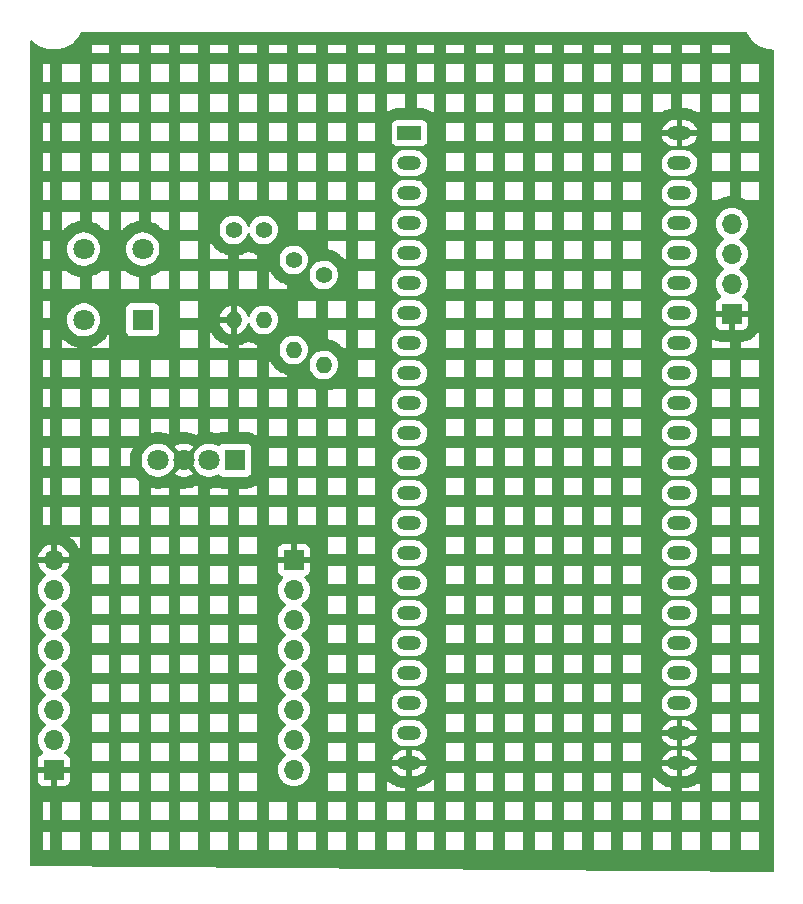
<source format=gbl>
%TF.GenerationSoftware,KiCad,Pcbnew,7.0.10*%
%TF.CreationDate,2024-03-31T17:00:33-07:00*%
%TF.ProjectId,Esp32,45737033-322e-46b6-9963-61645f706362,rev?*%
%TF.SameCoordinates,Original*%
%TF.FileFunction,Copper,L2,Bot*%
%TF.FilePolarity,Positive*%
%FSLAX46Y46*%
G04 Gerber Fmt 4.6, Leading zero omitted, Abs format (unit mm)*
G04 Created by KiCad (PCBNEW 7.0.10) date 2024-03-31 17:00:33*
%MOMM*%
%LPD*%
G01*
G04 APERTURE LIST*
%TA.AperFunction,ComponentPad*%
%ADD10C,1.400000*%
%TD*%
%TA.AperFunction,ComponentPad*%
%ADD11O,1.400000X1.400000*%
%TD*%
%TA.AperFunction,ComponentPad*%
%ADD12R,2.000000X1.200000*%
%TD*%
%TA.AperFunction,ComponentPad*%
%ADD13O,2.000000X1.200000*%
%TD*%
%TA.AperFunction,ComponentPad*%
%ADD14R,1.700000X1.700000*%
%TD*%
%TA.AperFunction,ComponentPad*%
%ADD15O,1.700000X1.700000*%
%TD*%
%TA.AperFunction,ComponentPad*%
%ADD16R,1.800000X1.800000*%
%TD*%
%TA.AperFunction,ComponentPad*%
%ADD17C,1.800000*%
%TD*%
G04 APERTURE END LIST*
D10*
%TO.P,R1,1*%
%TO.N,Red*%
X119380000Y-66040000D03*
D11*
%TO.P,R1,2*%
%TO.N,Net-(D1-RA)*%
X119380000Y-73660000D03*
%TD*%
D10*
%TO.P,R3,1*%
%TO.N,Blue*%
X124460000Y-69850000D03*
D11*
%TO.P,R3,2*%
%TO.N,Net-(D1-BA)*%
X124460000Y-77470000D03*
%TD*%
D10*
%TO.P,R4,1*%
%TO.N,Net-(SW1-K)*%
X116840000Y-66040000D03*
D11*
%TO.P,R4,2*%
%TO.N,GND*%
X116840000Y-73660000D03*
%TD*%
D12*
%TO.P,U1,1,3V3*%
%TO.N,+3.3V*%
X131717000Y-57848120D03*
D13*
%TO.P,U1,2,3V3*%
X131717000Y-60388120D03*
%TO.P,U1,3,CHIP_PU*%
%TO.N,unconnected-(U1-CHIP_PU-Pad3)*%
X131717000Y-62928120D03*
%TO.P,U1,4,GPIO4/ADC1_CH3*%
%TO.N,Red*%
X131717000Y-65468120D03*
%TO.P,U1,5,GPIO5/ADC1_CH4*%
%TO.N,Green*%
X131717000Y-68008120D03*
%TO.P,U1,6,GPIO6/ADC1_CH5*%
%TO.N,Blue*%
X131717000Y-70548120D03*
%TO.P,U1,7,GPIO7/ADC1_CH6*%
%TO.N,unconnected-(U1-GPIO7{slash}ADC1_CH6-Pad7)*%
X131717000Y-73088120D03*
%TO.P,U1,8,GPIO15/ADC2_CH4/32K_P*%
%TO.N,unconnected-(U1-GPIO15{slash}ADC2_CH4{slash}32K_P-Pad8)*%
X131717000Y-75628120D03*
%TO.P,U1,9,GPIO16/ADC2_CH5/32K_N*%
%TO.N,unconnected-(U1-GPIO16{slash}ADC2_CH5{slash}32K_N-Pad9)*%
X131717000Y-78168120D03*
%TO.P,U1,10,GPIO17/ADC2_CH6*%
%TO.N,unconnected-(U1-GPIO17{slash}ADC2_CH6-Pad10)*%
X131717000Y-80708120D03*
%TO.P,U1,11,GPIO18/ADC2_CH7*%
%TO.N,unconnected-(U1-GPIO18{slash}ADC2_CH7-Pad11)*%
X131717000Y-83248120D03*
%TO.P,U1,12,GPIO8/ADC1_CH7*%
%TO.N,/PushBtn*%
X131717000Y-85788120D03*
%TO.P,U1,13,GPIO3/ADC1_CH2*%
%TO.N,unconnected-(U1-GPIO3{slash}ADC1_CH2-Pad13)*%
X131717000Y-88328120D03*
%TO.P,U1,14,GPIO46*%
%TO.N,unconnected-(U1-GPIO46-Pad14)*%
X131717000Y-90868120D03*
%TO.P,U1,15,GPIO9/ADC1_CH8*%
%TO.N,unconnected-(U1-GPIO9{slash}ADC1_CH8-Pad15)*%
X131717000Y-93408120D03*
%TO.P,U1,16,GPIO10/ADC1_CH9*%
%TO.N,/NSS*%
X131717000Y-95948120D03*
%TO.P,U1,17,GPIO11/ADC2_CH0*%
%TO.N,/MOSI*%
X131717000Y-98488120D03*
%TO.P,U1,18,GPIO12/ADC2_CH1*%
%TO.N,/SCK*%
X131717000Y-101028120D03*
%TO.P,U1,19,GPIO13/ADC2_CH2*%
%TO.N,/MISO*%
X131717000Y-103568120D03*
%TO.P,U1,20,GPIO14/ADC2_CH3*%
%TO.N,/RESET*%
X131713320Y-106105400D03*
%TO.P,U1,21,5V*%
%TO.N,+5V*%
X131713320Y-108645400D03*
%TO.P,U1,22,GND*%
%TO.N,GND*%
X131713320Y-111185400D03*
%TO.P,U1,23,GND*%
X154577000Y-111188120D03*
%TO.P,U1,24,GND*%
X154577000Y-108648120D03*
%TO.P,U1,25,GPIO19/USB_D-*%
%TO.N,unconnected-(U1-GPIO19{slash}USB_D--Pad25)*%
X154577000Y-106108120D03*
%TO.P,U1,26,GPIO20/USB_D+*%
%TO.N,unconnected-(U1-GPIO20{slash}USB_D+-Pad26)*%
X154577000Y-103568120D03*
%TO.P,U1,27,GPIO21*%
%TO.N,unconnected-(U1-GPIO21-Pad27)*%
X154577000Y-101028120D03*
%TO.P,U1,28,GPIO47*%
%TO.N,unconnected-(U1-GPIO47-Pad28)*%
X154577000Y-98488120D03*
%TO.P,U1,29,GPIO48*%
%TO.N,unconnected-(U1-GPIO48-Pad29)*%
X154577000Y-95948120D03*
%TO.P,U1,30,GPIO45*%
%TO.N,unconnected-(U1-GPIO45-Pad30)*%
X154577000Y-93408120D03*
%TO.P,U1,31,GPIO0*%
%TO.N,unconnected-(U1-GPIO0-Pad31)*%
X154577000Y-90868120D03*
%TO.P,U1,32,GPIO35*%
%TO.N,unconnected-(U1-GPIO35-Pad32)*%
X154577000Y-88328120D03*
%TO.P,U1,33,GPIO36*%
%TO.N,unconnected-(U1-GPIO36-Pad33)*%
X154577000Y-85788120D03*
%TO.P,U1,34,GPIO37*%
%TO.N,unconnected-(U1-GPIO37-Pad34)*%
X154577000Y-83248120D03*
%TO.P,U1,35,GPIO38*%
%TO.N,unconnected-(U1-GPIO38-Pad35)*%
X154577000Y-80708120D03*
%TO.P,U1,36,GPIO39/MTCK*%
%TO.N,unconnected-(U1-GPIO39{slash}MTCK-Pad36)*%
X154577000Y-78168120D03*
%TO.P,U1,37,GPIO40/MTDO*%
%TO.N,unconnected-(U1-GPIO40{slash}MTDO-Pad37)*%
X154577000Y-75628120D03*
%TO.P,U1,38,GPIO41/MTDI*%
%TO.N,unconnected-(U1-GPIO41{slash}MTDI-Pad38)*%
X154577000Y-73088120D03*
%TO.P,U1,39,GPIO42/MTMS*%
%TO.N,unconnected-(U1-GPIO42{slash}MTMS-Pad39)*%
X154577000Y-70548120D03*
%TO.P,U1,40,GPIO2/ADC1_CH1*%
%TO.N,/SCL*%
X154577000Y-68008120D03*
%TO.P,U1,41,GPIO1/ADC1_CH0*%
%TO.N,/SDA*%
X154577000Y-65468120D03*
%TO.P,U1,42,GPIO44/U0RXD*%
%TO.N,unconnected-(U1-GPIO44{slash}U0RXD-Pad42)*%
X154577000Y-62928120D03*
%TO.P,U1,43,GPIO43/U0TXD*%
%TO.N,unconnected-(U1-GPIO43{slash}U0TXD-Pad43)*%
X154577000Y-60388120D03*
%TO.P,U1,44,GND*%
%TO.N,GND*%
X154577000Y-57848120D03*
%TD*%
D14*
%TO.P,CON2,1*%
%TO.N,GND*%
X101600000Y-111760000D03*
D15*
%TO.P,CON2,2*%
%TO.N,/DIO4*%
X101600000Y-109220000D03*
%TO.P,CON2,3*%
%TO.N,/DIO3*%
X101600000Y-106680000D03*
%TO.P,CON2,4*%
%TO.N,/DIO2*%
X101600000Y-104140000D03*
%TO.P,CON2,5*%
%TO.N,/DIO1*%
X101600000Y-101600000D03*
%TO.P,CON2,6*%
%TO.N,/DIO0*%
X101600000Y-99060000D03*
%TO.P,CON2,7*%
%TO.N,/RESET*%
X101600000Y-96520000D03*
%TO.P,CON2,8*%
%TO.N,GND*%
X101600000Y-93980000D03*
%TD*%
D10*
%TO.P,R2,1*%
%TO.N,Green*%
X121920000Y-68580000D03*
D11*
%TO.P,R2,2*%
%TO.N,Net-(D1-GA)*%
X121920000Y-76200000D03*
%TD*%
D14*
%TO.P,CON1,1*%
%TO.N,GND*%
X121920000Y-93980000D03*
D15*
%TO.P,CON1,2*%
%TO.N,+3.3V*%
X121920000Y-96520000D03*
%TO.P,CON1,3*%
%TO.N,/NSS*%
X121920000Y-99060000D03*
%TO.P,CON1,4*%
%TO.N,/MOSI*%
X121920000Y-101600000D03*
%TO.P,CON1,5*%
%TO.N,/MISO*%
X121920000Y-104140000D03*
%TO.P,CON1,6*%
%TO.N,/SCK*%
X121920000Y-106680000D03*
%TO.P,CON1,7*%
%TO.N,/DIO5*%
X121920000Y-109220000D03*
%TO.P,CON1,8*%
%TO.N,unconnected-(CON1-Pad8)*%
X121920000Y-111760000D03*
%TD*%
D14*
%TO.P,J1,1,Pin_1*%
%TO.N,GND*%
X159004000Y-73152000D03*
D15*
%TO.P,J1,2,Pin_2*%
%TO.N,+5V*%
X159004000Y-70612000D03*
%TO.P,J1,3,Pin_3*%
%TO.N,/SCL*%
X159004000Y-68072000D03*
%TO.P,J1,4,Pin_4*%
%TO.N,/SDA*%
X159004000Y-65532000D03*
%TD*%
D16*
%TO.P,SW1,1,1*%
%TO.N,+5V*%
X109140000Y-73660000D03*
D17*
%TO.P,SW1,2,2*%
%TO.N,unconnected-(SW1-Pad2)*%
X104140000Y-73660000D03*
%TO.P,SW1,3,K*%
%TO.N,Net-(SW1-K)*%
X109140000Y-67660000D03*
%TO.P,SW1,4,A*%
%TO.N,/PushBtn*%
X104140000Y-67660000D03*
%TD*%
D16*
%TO.P,D1,1,BA*%
%TO.N,Net-(D1-BA)*%
X116916200Y-85547200D03*
D17*
%TO.P,D1,2,GA*%
%TO.N,Net-(D1-GA)*%
X114757200Y-85547200D03*
%TO.P,D1,3,K*%
%TO.N,GND*%
X112598200Y-85547200D03*
%TO.P,D1,4,RA*%
%TO.N,Net-(D1-RA)*%
X110439200Y-85547200D03*
%TD*%
%TA.AperFunction,Conductor*%
%TO.N,GND*%
G36*
X160253160Y-49295685D02*
G01*
X160294786Y-49340269D01*
X160297798Y-49345747D01*
X160301828Y-49353079D01*
X160305359Y-49360010D01*
X160339618Y-49432813D01*
X160357508Y-49470830D01*
X160357509Y-49470831D01*
X160357509Y-49470832D01*
X160423130Y-49574234D01*
X160427094Y-49580937D01*
X160440397Y-49605134D01*
X160440404Y-49605146D01*
X160456637Y-49627489D01*
X160461014Y-49633930D01*
X160524409Y-49733824D01*
X160526633Y-49737328D01*
X160526637Y-49737333D01*
X160526643Y-49737341D01*
X160604696Y-49831691D01*
X160609468Y-49837843D01*
X160618856Y-49850764D01*
X160625704Y-49860189D01*
X160644616Y-49880328D01*
X160649757Y-49886160D01*
X160727821Y-49980523D01*
X160727823Y-49980525D01*
X160727825Y-49980527D01*
X160733346Y-49985712D01*
X160817098Y-50064360D01*
X160822606Y-50069868D01*
X160841514Y-50090003D01*
X160862796Y-50107609D01*
X160868629Y-50112751D01*
X160953020Y-50192000D01*
X160957909Y-50196591D01*
X160957919Y-50196599D01*
X161056995Y-50268582D01*
X161063132Y-50273342D01*
X161081421Y-50288472D01*
X161084425Y-50290957D01*
X161094570Y-50297395D01*
X161107759Y-50305765D01*
X161114178Y-50310127D01*
X161213264Y-50382117D01*
X161320581Y-50441115D01*
X161327263Y-50445066D01*
X161350604Y-50459879D01*
X161350606Y-50459880D01*
X161350613Y-50459884D01*
X161365370Y-50466827D01*
X161375604Y-50471643D01*
X161382536Y-50475175D01*
X161489855Y-50534174D01*
X161489854Y-50534174D01*
X161513715Y-50543621D01*
X161603753Y-50579269D01*
X161610834Y-50582334D01*
X161635860Y-50594110D01*
X161662148Y-50602651D01*
X161669456Y-50605283D01*
X161713489Y-50622716D01*
X161783316Y-50650364D01*
X161783320Y-50650364D01*
X161783323Y-50650366D01*
X161901930Y-50680819D01*
X161909395Y-50682987D01*
X161935689Y-50691531D01*
X161962841Y-50696710D01*
X161970418Y-50698404D01*
X162089040Y-50728861D01*
X162089048Y-50728862D01*
X162089052Y-50728863D01*
X162122653Y-50733107D01*
X162210566Y-50744213D01*
X162218200Y-50745422D01*
X162238393Y-50749274D01*
X162245357Y-50750603D01*
X162245359Y-50750603D01*
X162245364Y-50750604D01*
X162272967Y-50752340D01*
X162280669Y-50753069D01*
X162365000Y-50763722D01*
X162402174Y-50768419D01*
X162402180Y-50768419D01*
X162402184Y-50768420D01*
X162402186Y-50768420D01*
X162436000Y-50768420D01*
X162503039Y-50788105D01*
X162548794Y-50840909D01*
X162560000Y-50892420D01*
X162560000Y-120270995D01*
X162540315Y-120338034D01*
X162487511Y-120383789D01*
X162435000Y-120394991D01*
X99691000Y-119888991D01*
X99624121Y-119868766D01*
X99578794Y-119815595D01*
X99568000Y-119764995D01*
X99568000Y-117024000D01*
X100692000Y-117024000D01*
X100692000Y-118526000D01*
X101318000Y-118526000D01*
X101318000Y-117024000D01*
X102316000Y-117024000D01*
X102316000Y-118526000D01*
X103818000Y-118526000D01*
X103818000Y-117024000D01*
X104816000Y-117024000D01*
X104816000Y-118526000D01*
X106318000Y-118526000D01*
X106318000Y-117024000D01*
X107316000Y-117024000D01*
X107316000Y-118526000D01*
X108818000Y-118526000D01*
X108818000Y-117024000D01*
X109816000Y-117024000D01*
X109816000Y-118526000D01*
X111318000Y-118526000D01*
X111318000Y-117024000D01*
X112316000Y-117024000D01*
X112316000Y-118526000D01*
X113818000Y-118526000D01*
X113818000Y-117024000D01*
X114816000Y-117024000D01*
X114816000Y-118526000D01*
X116318000Y-118526000D01*
X116318000Y-117024000D01*
X117316000Y-117024000D01*
X117316000Y-118526000D01*
X118818000Y-118526000D01*
X118818000Y-117024000D01*
X119816000Y-117024000D01*
X119816000Y-118526000D01*
X121318000Y-118526000D01*
X121318000Y-117024000D01*
X122316000Y-117024000D01*
X122316000Y-118526000D01*
X123818000Y-118526000D01*
X123818000Y-117024000D01*
X124816000Y-117024000D01*
X124816000Y-118526000D01*
X126318000Y-118526000D01*
X126318000Y-117024000D01*
X127316000Y-117024000D01*
X127316000Y-118526000D01*
X128818000Y-118526000D01*
X128818000Y-117024000D01*
X129816000Y-117024000D01*
X129816000Y-118526000D01*
X131318000Y-118526000D01*
X131318000Y-117024000D01*
X132316000Y-117024000D01*
X132316000Y-118526000D01*
X133818000Y-118526000D01*
X133818000Y-117024000D01*
X134816000Y-117024000D01*
X134816000Y-118526000D01*
X136318000Y-118526000D01*
X136318000Y-117024000D01*
X137316000Y-117024000D01*
X137316000Y-118526000D01*
X138818000Y-118526000D01*
X138818000Y-117024000D01*
X139816000Y-117024000D01*
X139816000Y-118526000D01*
X141318000Y-118526000D01*
X141318000Y-117024000D01*
X142316000Y-117024000D01*
X142316000Y-118526000D01*
X143818000Y-118526000D01*
X143818000Y-117024000D01*
X144816000Y-117024000D01*
X144816000Y-118526000D01*
X146318000Y-118526000D01*
X146318000Y-117024000D01*
X147316000Y-117024000D01*
X147316000Y-118526000D01*
X148818000Y-118526000D01*
X148818000Y-117024000D01*
X149816000Y-117024000D01*
X149816000Y-118526000D01*
X151318000Y-118526000D01*
X151318000Y-117024000D01*
X152316000Y-117024000D01*
X152316000Y-118526000D01*
X153818000Y-118526000D01*
X153818000Y-117024000D01*
X154816000Y-117024000D01*
X154816000Y-118526000D01*
X156318000Y-118526000D01*
X156318000Y-117024000D01*
X157316000Y-117024000D01*
X157316000Y-118526000D01*
X158818000Y-118526000D01*
X158818000Y-117024000D01*
X159816000Y-117024000D01*
X159816000Y-118526000D01*
X161318000Y-118526000D01*
X161318000Y-117024000D01*
X159816000Y-117024000D01*
X158818000Y-117024000D01*
X157316000Y-117024000D01*
X156318000Y-117024000D01*
X154816000Y-117024000D01*
X153818000Y-117024000D01*
X152316000Y-117024000D01*
X151318000Y-117024000D01*
X149816000Y-117024000D01*
X148818000Y-117024000D01*
X147316000Y-117024000D01*
X146318000Y-117024000D01*
X144816000Y-117024000D01*
X143818000Y-117024000D01*
X142316000Y-117024000D01*
X141318000Y-117024000D01*
X139816000Y-117024000D01*
X138818000Y-117024000D01*
X137316000Y-117024000D01*
X136318000Y-117024000D01*
X134816000Y-117024000D01*
X133818000Y-117024000D01*
X132316000Y-117024000D01*
X131318000Y-117024000D01*
X129816000Y-117024000D01*
X128818000Y-117024000D01*
X127316000Y-117024000D01*
X126318000Y-117024000D01*
X124816000Y-117024000D01*
X123818000Y-117024000D01*
X122316000Y-117024000D01*
X121318000Y-117024000D01*
X119816000Y-117024000D01*
X118818000Y-117024000D01*
X117316000Y-117024000D01*
X116318000Y-117024000D01*
X114816000Y-117024000D01*
X113818000Y-117024000D01*
X112316000Y-117024000D01*
X111318000Y-117024000D01*
X109816000Y-117024000D01*
X108818000Y-117024000D01*
X107316000Y-117024000D01*
X106318000Y-117024000D01*
X104816000Y-117024000D01*
X103818000Y-117024000D01*
X102316000Y-117024000D01*
X101318000Y-117024000D01*
X100692000Y-117024000D01*
X99568000Y-117024000D01*
X99568000Y-114524000D01*
X100692000Y-114524000D01*
X100692000Y-116026000D01*
X101318000Y-116026000D01*
X101318000Y-114524000D01*
X102316000Y-114524000D01*
X102316000Y-116026000D01*
X103818000Y-116026000D01*
X103818000Y-114524000D01*
X104816000Y-114524000D01*
X104816000Y-116026000D01*
X106318000Y-116026000D01*
X106318000Y-114524000D01*
X107316000Y-114524000D01*
X107316000Y-116026000D01*
X108818000Y-116026000D01*
X108818000Y-114524000D01*
X109816000Y-114524000D01*
X109816000Y-116026000D01*
X111318000Y-116026000D01*
X111318000Y-114524000D01*
X112316000Y-114524000D01*
X112316000Y-116026000D01*
X113818000Y-116026000D01*
X113818000Y-114524000D01*
X114816000Y-114524000D01*
X114816000Y-116026000D01*
X116318000Y-116026000D01*
X116318000Y-114524000D01*
X117316000Y-114524000D01*
X117316000Y-116026000D01*
X118818000Y-116026000D01*
X118818000Y-114524000D01*
X119816000Y-114524000D01*
X119816000Y-116026000D01*
X121318000Y-116026000D01*
X121318000Y-114524000D01*
X122316000Y-114524000D01*
X122316000Y-116026000D01*
X123818000Y-116026000D01*
X123818000Y-114524000D01*
X124816000Y-114524000D01*
X124816000Y-116026000D01*
X126318000Y-116026000D01*
X126318000Y-114524000D01*
X127316000Y-114524000D01*
X127316000Y-116026000D01*
X128818000Y-116026000D01*
X128818000Y-114524000D01*
X129816000Y-114524000D01*
X129816000Y-116026000D01*
X131318000Y-116026000D01*
X131318000Y-114524000D01*
X132316000Y-114524000D01*
X132316000Y-116026000D01*
X133818000Y-116026000D01*
X133818000Y-114524000D01*
X134816000Y-114524000D01*
X134816000Y-116026000D01*
X136318000Y-116026000D01*
X136318000Y-114524000D01*
X137316000Y-114524000D01*
X137316000Y-116026000D01*
X138818000Y-116026000D01*
X138818000Y-114524000D01*
X139816000Y-114524000D01*
X139816000Y-116026000D01*
X141318000Y-116026000D01*
X141318000Y-114524000D01*
X142316000Y-114524000D01*
X142316000Y-116026000D01*
X143818000Y-116026000D01*
X143818000Y-114524000D01*
X144816000Y-114524000D01*
X144816000Y-116026000D01*
X146318000Y-116026000D01*
X146318000Y-114524000D01*
X147316000Y-114524000D01*
X147316000Y-116026000D01*
X148818000Y-116026000D01*
X148818000Y-114524000D01*
X149816000Y-114524000D01*
X149816000Y-116026000D01*
X151318000Y-116026000D01*
X151318000Y-114524000D01*
X152316000Y-114524000D01*
X152316000Y-116026000D01*
X153818000Y-116026000D01*
X153818000Y-114524000D01*
X154816000Y-114524000D01*
X154816000Y-116026000D01*
X156318000Y-116026000D01*
X156318000Y-114524000D01*
X157316000Y-114524000D01*
X157316000Y-116026000D01*
X158818000Y-116026000D01*
X158818000Y-114524000D01*
X159816000Y-114524000D01*
X159816000Y-116026000D01*
X161318000Y-116026000D01*
X161318000Y-114524000D01*
X159816000Y-114524000D01*
X158818000Y-114524000D01*
X157316000Y-114524000D01*
X156318000Y-114524000D01*
X154816000Y-114524000D01*
X153818000Y-114524000D01*
X152316000Y-114524000D01*
X151318000Y-114524000D01*
X149816000Y-114524000D01*
X148818000Y-114524000D01*
X147316000Y-114524000D01*
X146318000Y-114524000D01*
X144816000Y-114524000D01*
X143818000Y-114524000D01*
X142316000Y-114524000D01*
X141318000Y-114524000D01*
X139816000Y-114524000D01*
X138818000Y-114524000D01*
X137316000Y-114524000D01*
X136318000Y-114524000D01*
X134816000Y-114524000D01*
X133818000Y-114524000D01*
X132316000Y-114524000D01*
X131318000Y-114524000D01*
X129816000Y-114524000D01*
X128818000Y-114524000D01*
X127316000Y-114524000D01*
X126318000Y-114524000D01*
X124816000Y-114524000D01*
X123818000Y-114524000D01*
X122316000Y-114524000D01*
X121318000Y-114524000D01*
X119816000Y-114524000D01*
X118818000Y-114524000D01*
X117316000Y-114524000D01*
X116318000Y-114524000D01*
X114816000Y-114524000D01*
X113818000Y-114524000D01*
X112316000Y-114524000D01*
X111318000Y-114524000D01*
X109816000Y-114524000D01*
X108818000Y-114524000D01*
X107316000Y-114524000D01*
X106318000Y-114524000D01*
X104816000Y-114524000D01*
X103818000Y-114524000D01*
X102316000Y-114524000D01*
X101318000Y-114524000D01*
X100692000Y-114524000D01*
X99568000Y-114524000D01*
X99568000Y-109220000D01*
X100244341Y-109220000D01*
X100264936Y-109455403D01*
X100264938Y-109455413D01*
X100326094Y-109683655D01*
X100326096Y-109683659D01*
X100326097Y-109683663D01*
X100355119Y-109745900D01*
X100425965Y-109897830D01*
X100425967Y-109897834D01*
X100534281Y-110052521D01*
X100561501Y-110091396D01*
X100561506Y-110091402D01*
X100683818Y-110213714D01*
X100717303Y-110275037D01*
X100712319Y-110344729D01*
X100670447Y-110400662D01*
X100639471Y-110417577D01*
X100507912Y-110466646D01*
X100507906Y-110466649D01*
X100392812Y-110552809D01*
X100392809Y-110552812D01*
X100306649Y-110667906D01*
X100306645Y-110667913D01*
X100256403Y-110802620D01*
X100256401Y-110802627D01*
X100250000Y-110862155D01*
X100250000Y-111510000D01*
X101166314Y-111510000D01*
X101140507Y-111550156D01*
X101100000Y-111688111D01*
X101100000Y-111831889D01*
X101140507Y-111969844D01*
X101166314Y-112010000D01*
X100250000Y-112010000D01*
X100250000Y-112657844D01*
X100256401Y-112717372D01*
X100256403Y-112717379D01*
X100306645Y-112852086D01*
X100306649Y-112852093D01*
X100392809Y-112967187D01*
X100392812Y-112967190D01*
X100507906Y-113053350D01*
X100507913Y-113053354D01*
X100642620Y-113103596D01*
X100642627Y-113103598D01*
X100702155Y-113109999D01*
X100702172Y-113110000D01*
X101350000Y-113110000D01*
X101350000Y-112195501D01*
X101457685Y-112244680D01*
X101564237Y-112260000D01*
X101635763Y-112260000D01*
X101742315Y-112244680D01*
X101850000Y-112195501D01*
X101850000Y-113110000D01*
X102497828Y-113110000D01*
X102497844Y-113109999D01*
X102557372Y-113103598D01*
X102557379Y-113103596D01*
X102692086Y-113053354D01*
X102692093Y-113053350D01*
X102807187Y-112967190D01*
X102807190Y-112967187D01*
X102893350Y-112852093D01*
X102893354Y-112852086D01*
X102943596Y-112717379D01*
X102943598Y-112717372D01*
X102949999Y-112657844D01*
X102950000Y-112657827D01*
X102950000Y-112024000D01*
X104816000Y-112024000D01*
X104816000Y-113526000D01*
X106318000Y-113526000D01*
X106318000Y-112024000D01*
X107316000Y-112024000D01*
X107316000Y-113526000D01*
X108818000Y-113526000D01*
X108818000Y-112024000D01*
X109816000Y-112024000D01*
X109816000Y-113526000D01*
X111318000Y-113526000D01*
X111318000Y-112024000D01*
X112316000Y-112024000D01*
X112316000Y-113526000D01*
X113818000Y-113526000D01*
X113818000Y-112024000D01*
X114816000Y-112024000D01*
X114816000Y-113526000D01*
X116318000Y-113526000D01*
X116318000Y-112024000D01*
X117316000Y-112024000D01*
X117316000Y-113526000D01*
X118818000Y-113526000D01*
X118818000Y-112024000D01*
X117316000Y-112024000D01*
X116318000Y-112024000D01*
X114816000Y-112024000D01*
X113818000Y-112024000D01*
X112316000Y-112024000D01*
X111318000Y-112024000D01*
X109816000Y-112024000D01*
X108818000Y-112024000D01*
X107316000Y-112024000D01*
X106318000Y-112024000D01*
X104816000Y-112024000D01*
X102950000Y-112024000D01*
X102950000Y-112010000D01*
X102033686Y-112010000D01*
X102059493Y-111969844D01*
X102100000Y-111831889D01*
X102100000Y-111760000D01*
X120564341Y-111760000D01*
X120584936Y-111995403D01*
X120584938Y-111995413D01*
X120646094Y-112223655D01*
X120646096Y-112223659D01*
X120646097Y-112223663D01*
X120736264Y-112417026D01*
X120745965Y-112437830D01*
X120745967Y-112437834D01*
X120822641Y-112547335D01*
X120881505Y-112631401D01*
X121048599Y-112798495D01*
X121131704Y-112856686D01*
X121242165Y-112934032D01*
X121242167Y-112934033D01*
X121242170Y-112934035D01*
X121456337Y-113033903D01*
X121456343Y-113033904D01*
X121456344Y-113033905D01*
X121493046Y-113043739D01*
X121684592Y-113095063D01*
X121855319Y-113110000D01*
X121919999Y-113115659D01*
X121920000Y-113115659D01*
X121920001Y-113115659D01*
X121984681Y-113110000D01*
X122155408Y-113095063D01*
X122383663Y-113033903D01*
X122597830Y-112934035D01*
X122791401Y-112798495D01*
X122958495Y-112631401D01*
X123094035Y-112437830D01*
X123193903Y-112223663D01*
X123247402Y-112024000D01*
X124816000Y-112024000D01*
X124816000Y-113526000D01*
X126318000Y-113526000D01*
X126318000Y-112024000D01*
X127316000Y-112024000D01*
X127316000Y-113526000D01*
X128818000Y-113526000D01*
X128818000Y-112656563D01*
X129816000Y-112656563D01*
X129816000Y-113526000D01*
X131318000Y-113526000D01*
X132316000Y-113526000D01*
X133818000Y-113526000D01*
X133818000Y-112417026D01*
X133812600Y-112424610D01*
X133809063Y-112429335D01*
X133786987Y-112457407D01*
X133783229Y-112461958D01*
X133614536Y-112656641D01*
X133610563Y-112661011D01*
X133585915Y-112686859D01*
X133581744Y-112691030D01*
X133547352Y-112723822D01*
X133542985Y-112727792D01*
X133516007Y-112751168D01*
X133511457Y-112754924D01*
X133308973Y-112914160D01*
X133304247Y-112917698D01*
X133275152Y-112938416D01*
X133270262Y-112941726D01*
X133230283Y-112967417D01*
X133225246Y-112970486D01*
X133194332Y-112988334D01*
X133189153Y-112991163D01*
X132960200Y-113109195D01*
X132954892Y-113111773D01*
X132922415Y-113126605D01*
X132916990Y-113128928D01*
X132872873Y-113146590D01*
X132867345Y-113148652D01*
X132833600Y-113160332D01*
X132827976Y-113162130D01*
X132580818Y-113234702D01*
X132575117Y-113236230D01*
X132540426Y-113244646D01*
X132534661Y-113245900D01*
X132488000Y-113254894D01*
X132482179Y-113255873D01*
X132446827Y-113260956D01*
X132440966Y-113261656D01*
X132316000Y-113273589D01*
X132316000Y-113526000D01*
X131318000Y-113526000D01*
X131318000Y-113283400D01*
X131184522Y-113283400D01*
X131178622Y-113283260D01*
X131142954Y-113281561D01*
X131137067Y-113281140D01*
X131089762Y-113276623D01*
X131083899Y-113275921D01*
X131048559Y-113270839D01*
X131042743Y-113269861D01*
X130789807Y-113221113D01*
X130784040Y-113219859D01*
X130749347Y-113211443D01*
X130743646Y-113209915D01*
X130698049Y-113196527D01*
X130692428Y-113194730D01*
X130658677Y-113183049D01*
X130653146Y-113180987D01*
X130414001Y-113085248D01*
X130408576Y-113082925D01*
X130376100Y-113068094D01*
X130370790Y-113065514D01*
X130328553Y-113043739D01*
X130323375Y-113040912D01*
X130292450Y-113023058D01*
X130287410Y-113019986D01*
X130070700Y-112880716D01*
X130065809Y-112877405D01*
X130036715Y-112856686D01*
X130031990Y-112853149D01*
X129994638Y-112823773D01*
X129990090Y-112820017D01*
X129963113Y-112796641D01*
X129958746Y-112792672D01*
X129816000Y-112656563D01*
X128818000Y-112656563D01*
X128818000Y-112024000D01*
X127316000Y-112024000D01*
X126318000Y-112024000D01*
X124816000Y-112024000D01*
X123247402Y-112024000D01*
X123255063Y-111995408D01*
X123275659Y-111760000D01*
X123255063Y-111524592D01*
X123193903Y-111296337D01*
X123094035Y-111082171D01*
X123078688Y-111060252D01*
X122958494Y-110888597D01*
X122791402Y-110721506D01*
X122791396Y-110721501D01*
X122605842Y-110591575D01*
X122562217Y-110536998D01*
X122555023Y-110467500D01*
X122586546Y-110405145D01*
X122605842Y-110388425D01*
X122717500Y-110310241D01*
X122791401Y-110258495D01*
X122958495Y-110091401D01*
X123094035Y-109897830D01*
X123193903Y-109683663D01*
X123236684Y-109524000D01*
X124816000Y-109524000D01*
X124816000Y-111026000D01*
X126318000Y-111026000D01*
X126318000Y-109524000D01*
X127316000Y-109524000D01*
X127316000Y-111026000D01*
X128818000Y-111026000D01*
X128818000Y-110935400D01*
X130237952Y-110935400D01*
X131397634Y-110935400D01*
X131385679Y-110947355D01*
X131328155Y-111060252D01*
X131308334Y-111185400D01*
X131328155Y-111310548D01*
X131385679Y-111423445D01*
X131397634Y-111435400D01*
X130242062Y-111435400D01*
X130269090Y-111546809D01*
X130356360Y-111737907D01*
X130478209Y-111909019D01*
X130478215Y-111909025D01*
X130630252Y-112053992D01*
X130806977Y-112167566D01*
X131002005Y-112245644D01*
X131208282Y-112285400D01*
X131463320Y-112285400D01*
X131463320Y-111501086D01*
X131475275Y-111513041D01*
X131588172Y-111570565D01*
X131681839Y-111585400D01*
X131744801Y-111585400D01*
X131838468Y-111570565D01*
X131951365Y-111513041D01*
X131963320Y-111501086D01*
X131963320Y-112285400D01*
X132165718Y-112285400D01*
X132322442Y-112270434D01*
X132322446Y-112270433D01*
X132524006Y-112211250D01*
X132710734Y-112114986D01*
X132826431Y-112024000D01*
X134816000Y-112024000D01*
X134816000Y-113526000D01*
X136318000Y-113526000D01*
X136318000Y-112024000D01*
X137316000Y-112024000D01*
X137316000Y-113526000D01*
X138818000Y-113526000D01*
X138818000Y-112024000D01*
X139816000Y-112024000D01*
X139816000Y-113526000D01*
X141318000Y-113526000D01*
X141318000Y-112024000D01*
X142316000Y-112024000D01*
X142316000Y-113526000D01*
X143818000Y-113526000D01*
X143818000Y-112024000D01*
X144816000Y-112024000D01*
X144816000Y-113526000D01*
X146318000Y-113526000D01*
X146318000Y-112024000D01*
X147316000Y-112024000D01*
X147316000Y-113526000D01*
X148818000Y-113526000D01*
X148818000Y-112024000D01*
X149816000Y-112024000D01*
X149816000Y-113526000D01*
X151318000Y-113526000D01*
X151318000Y-112163473D01*
X152316000Y-112163473D01*
X152316000Y-113526000D01*
X153818000Y-113526000D01*
X154816000Y-113526000D01*
X156318000Y-113526000D01*
X156318000Y-112802577D01*
X156172653Y-112916880D01*
X156167927Y-112920418D01*
X156138832Y-112941136D01*
X156133942Y-112944446D01*
X156093963Y-112970137D01*
X156088926Y-112973206D01*
X156058012Y-112991054D01*
X156052833Y-112993883D01*
X155823880Y-113111915D01*
X155818572Y-113114493D01*
X155786095Y-113129325D01*
X155780670Y-113131648D01*
X155736553Y-113149310D01*
X155731025Y-113151372D01*
X155697280Y-113163052D01*
X155691656Y-113164850D01*
X155444498Y-113237422D01*
X155438797Y-113238950D01*
X155404106Y-113247366D01*
X155398341Y-113248620D01*
X155351680Y-113257614D01*
X155345859Y-113258593D01*
X155310507Y-113263676D01*
X155304646Y-113264376D01*
X155112450Y-113282729D01*
X155109509Y-113282975D01*
X155091710Y-113284248D01*
X155088768Y-113284423D01*
X155065040Y-113285554D01*
X155062087Y-113285660D01*
X155044235Y-113286085D01*
X155041284Y-113286120D01*
X154816000Y-113286120D01*
X154816000Y-113526000D01*
X153818000Y-113526000D01*
X153818000Y-113255539D01*
X153653487Y-113223833D01*
X153647720Y-113222579D01*
X153613027Y-113214163D01*
X153607326Y-113212635D01*
X153561729Y-113199247D01*
X153556108Y-113197450D01*
X153522357Y-113185769D01*
X153516826Y-113183707D01*
X153277681Y-113087968D01*
X153272256Y-113085645D01*
X153239780Y-113070814D01*
X153234470Y-113068234D01*
X153192233Y-113046459D01*
X153187055Y-113043632D01*
X153156130Y-113025778D01*
X153151090Y-113022706D01*
X152934380Y-112883436D01*
X152929489Y-112880125D01*
X152900395Y-112859406D01*
X152895670Y-112855869D01*
X152858318Y-112826493D01*
X152853770Y-112822737D01*
X152826793Y-112799361D01*
X152822426Y-112795392D01*
X152635998Y-112617633D01*
X152631825Y-112613460D01*
X152607182Y-112587615D01*
X152603212Y-112583248D01*
X152572093Y-112547335D01*
X152568335Y-112542784D01*
X152546266Y-112514721D01*
X152542730Y-112509996D01*
X152393307Y-112300162D01*
X152389998Y-112295273D01*
X152370686Y-112265222D01*
X152367613Y-112260181D01*
X152343853Y-112219025D01*
X152341025Y-112213846D01*
X152324669Y-112182118D01*
X152322091Y-112176811D01*
X152316000Y-112163473D01*
X151318000Y-112163473D01*
X151318000Y-112024000D01*
X149816000Y-112024000D01*
X148818000Y-112024000D01*
X147316000Y-112024000D01*
X146318000Y-112024000D01*
X144816000Y-112024000D01*
X143818000Y-112024000D01*
X142316000Y-112024000D01*
X141318000Y-112024000D01*
X139816000Y-112024000D01*
X138818000Y-112024000D01*
X137316000Y-112024000D01*
X136318000Y-112024000D01*
X134816000Y-112024000D01*
X132826431Y-112024000D01*
X132875857Y-111985131D01*
X132875860Y-111985128D01*
X133013425Y-111826369D01*
X133013434Y-111826358D01*
X133118464Y-111644439D01*
X133118467Y-111644432D01*
X133187175Y-111445917D01*
X133187175Y-111445915D01*
X133188688Y-111435400D01*
X132029006Y-111435400D01*
X132040961Y-111423445D01*
X132098485Y-111310548D01*
X132118306Y-111185400D01*
X132098485Y-111060252D01*
X132040961Y-110947355D01*
X132029006Y-110935400D01*
X133184577Y-110935400D01*
X133157549Y-110823990D01*
X133070279Y-110632892D01*
X132948430Y-110461780D01*
X132948424Y-110461774D01*
X132796387Y-110316807D01*
X132619662Y-110203233D01*
X132424634Y-110125155D01*
X132218358Y-110085400D01*
X131963320Y-110085400D01*
X131963320Y-110869714D01*
X131951365Y-110857759D01*
X131838468Y-110800235D01*
X131744801Y-110785400D01*
X131681839Y-110785400D01*
X131588172Y-110800235D01*
X131475275Y-110857759D01*
X131463320Y-110869714D01*
X131463320Y-110085400D01*
X131260922Y-110085400D01*
X131104197Y-110100365D01*
X131104193Y-110100366D01*
X130902633Y-110159549D01*
X130715905Y-110255813D01*
X130550782Y-110385668D01*
X130550779Y-110385671D01*
X130413214Y-110544430D01*
X130413205Y-110544441D01*
X130308175Y-110726360D01*
X130308172Y-110726367D01*
X130239464Y-110924882D01*
X130239464Y-110924884D01*
X130237952Y-110935400D01*
X128818000Y-110935400D01*
X128818000Y-109524000D01*
X127316000Y-109524000D01*
X126318000Y-109524000D01*
X124816000Y-109524000D01*
X123236684Y-109524000D01*
X123255063Y-109455408D01*
X123275659Y-109220000D01*
X123255063Y-108984592D01*
X123193903Y-108756337D01*
X123117644Y-108592801D01*
X130209066Y-108592801D01*
X130219065Y-108802727D01*
X130268616Y-109006978D01*
X130268618Y-109006982D01*
X130355918Y-109198143D01*
X130355921Y-109198148D01*
X130355922Y-109198150D01*
X130355924Y-109198153D01*
X130477834Y-109369352D01*
X130477835Y-109369353D01*
X130477840Y-109369359D01*
X130629940Y-109514385D01*
X130724898Y-109575411D01*
X130806748Y-109628013D01*
X131001863Y-109706125D01*
X131105049Y-109726012D01*
X131208234Y-109745900D01*
X131208235Y-109745900D01*
X132165739Y-109745900D01*
X132165745Y-109745900D01*
X132322538Y-109730928D01*
X132524195Y-109671716D01*
X132711002Y-109575411D01*
X132776376Y-109524000D01*
X134816000Y-109524000D01*
X134816000Y-111026000D01*
X136318000Y-111026000D01*
X136318000Y-109524000D01*
X137316000Y-109524000D01*
X137316000Y-111026000D01*
X138818000Y-111026000D01*
X138818000Y-109524000D01*
X139816000Y-109524000D01*
X139816000Y-111026000D01*
X141318000Y-111026000D01*
X141318000Y-109524000D01*
X142316000Y-109524000D01*
X142316000Y-111026000D01*
X143818000Y-111026000D01*
X143818000Y-109524000D01*
X144816000Y-109524000D01*
X144816000Y-111026000D01*
X146318000Y-111026000D01*
X146318000Y-109524000D01*
X147316000Y-109524000D01*
X147316000Y-111026000D01*
X148818000Y-111026000D01*
X148818000Y-109524000D01*
X149816000Y-109524000D01*
X149816000Y-111026000D01*
X151318000Y-111026000D01*
X151318000Y-110938120D01*
X153101632Y-110938120D01*
X154261314Y-110938120D01*
X154249359Y-110950075D01*
X154191835Y-111062972D01*
X154172014Y-111188120D01*
X154191835Y-111313268D01*
X154249359Y-111426165D01*
X154261314Y-111438120D01*
X153105742Y-111438120D01*
X153132770Y-111549529D01*
X153220040Y-111740627D01*
X153341889Y-111911739D01*
X153341895Y-111911745D01*
X153493932Y-112056712D01*
X153670657Y-112170286D01*
X153865685Y-112248364D01*
X154071962Y-112288120D01*
X154327000Y-112288120D01*
X154327000Y-111503806D01*
X154338955Y-111515761D01*
X154451852Y-111573285D01*
X154545519Y-111588120D01*
X154608481Y-111588120D01*
X154702148Y-111573285D01*
X154815045Y-111515761D01*
X154827000Y-111503806D01*
X154827000Y-112288120D01*
X155029398Y-112288120D01*
X155186122Y-112273154D01*
X155186126Y-112273153D01*
X155387686Y-112213970D01*
X155574414Y-112117706D01*
X155693570Y-112024000D01*
X157316000Y-112024000D01*
X157316000Y-113526000D01*
X158818000Y-113526000D01*
X158818000Y-112024000D01*
X159816000Y-112024000D01*
X159816000Y-113526000D01*
X161318000Y-113526000D01*
X161318000Y-112024000D01*
X159816000Y-112024000D01*
X158818000Y-112024000D01*
X157316000Y-112024000D01*
X155693570Y-112024000D01*
X155739537Y-111987851D01*
X155739540Y-111987848D01*
X155877105Y-111829089D01*
X155877114Y-111829078D01*
X155982144Y-111647159D01*
X155982147Y-111647152D01*
X156050855Y-111448637D01*
X156050855Y-111448635D01*
X156052368Y-111438120D01*
X154892686Y-111438120D01*
X154904641Y-111426165D01*
X154962165Y-111313268D01*
X154981986Y-111188120D01*
X154962165Y-111062972D01*
X154904641Y-110950075D01*
X154892686Y-110938120D01*
X156048257Y-110938120D01*
X156021229Y-110826710D01*
X155933959Y-110635612D01*
X155812110Y-110464500D01*
X155812104Y-110464494D01*
X155660067Y-110319527D01*
X155483342Y-110205953D01*
X155288314Y-110127875D01*
X155082038Y-110088120D01*
X154827000Y-110088120D01*
X154827000Y-110872434D01*
X154815045Y-110860479D01*
X154702148Y-110802955D01*
X154608481Y-110788120D01*
X154545519Y-110788120D01*
X154451852Y-110802955D01*
X154338955Y-110860479D01*
X154327000Y-110872434D01*
X154327000Y-110088120D01*
X154124602Y-110088120D01*
X153967877Y-110103085D01*
X153967873Y-110103086D01*
X153766313Y-110162269D01*
X153579585Y-110258533D01*
X153414462Y-110388388D01*
X153414459Y-110388391D01*
X153276894Y-110547150D01*
X153276885Y-110547161D01*
X153171855Y-110729080D01*
X153171852Y-110729087D01*
X153103144Y-110927602D01*
X153103144Y-110927604D01*
X153101632Y-110938120D01*
X151318000Y-110938120D01*
X151318000Y-109524000D01*
X149816000Y-109524000D01*
X148818000Y-109524000D01*
X147316000Y-109524000D01*
X146318000Y-109524000D01*
X144816000Y-109524000D01*
X143818000Y-109524000D01*
X142316000Y-109524000D01*
X141318000Y-109524000D01*
X139816000Y-109524000D01*
X138818000Y-109524000D01*
X137316000Y-109524000D01*
X136318000Y-109524000D01*
X134816000Y-109524000D01*
X132776376Y-109524000D01*
X132876206Y-109445492D01*
X133013839Y-109286656D01*
X133118924Y-109104644D01*
X133187664Y-108906033D01*
X133217574Y-108698002D01*
X133207574Y-108488070D01*
X133158024Y-108283824D01*
X133158021Y-108283817D01*
X133070721Y-108092656D01*
X133070718Y-108092651D01*
X133070717Y-108092650D01*
X133070716Y-108092647D01*
X132948806Y-107921448D01*
X132948804Y-107921446D01*
X132948799Y-107921440D01*
X132796699Y-107776414D01*
X132619894Y-107662788D01*
X132424775Y-107584674D01*
X132218406Y-107544900D01*
X132218405Y-107544900D01*
X131260895Y-107544900D01*
X131104102Y-107559872D01*
X131104098Y-107559873D01*
X130902447Y-107619083D01*
X130715633Y-107715391D01*
X130550436Y-107845305D01*
X130550432Y-107845309D01*
X130412798Y-108004146D01*
X130307718Y-108186150D01*
X130238976Y-108384765D01*
X130238976Y-108384767D01*
X130216346Y-108542169D01*
X130209066Y-108592801D01*
X123117644Y-108592801D01*
X123094035Y-108542171D01*
X123056154Y-108488070D01*
X122958494Y-108348597D01*
X122791402Y-108181506D01*
X122791396Y-108181501D01*
X122605842Y-108051575D01*
X122562217Y-107996998D01*
X122555023Y-107927500D01*
X122586546Y-107865145D01*
X122605842Y-107848425D01*
X122708684Y-107776414D01*
X122791401Y-107718495D01*
X122958495Y-107551401D01*
X123094035Y-107357830D01*
X123193903Y-107143663D01*
X123225966Y-107024000D01*
X124816000Y-107024000D01*
X124816000Y-108526000D01*
X126318000Y-108526000D01*
X126318000Y-107024000D01*
X127316000Y-107024000D01*
X127316000Y-108526000D01*
X128818000Y-108526000D01*
X128818000Y-107024000D01*
X127316000Y-107024000D01*
X126318000Y-107024000D01*
X124816000Y-107024000D01*
X123225966Y-107024000D01*
X123255063Y-106915408D01*
X123275659Y-106680000D01*
X123255063Y-106444592D01*
X123193903Y-106216337D01*
X123117644Y-106052801D01*
X130209066Y-106052801D01*
X130219065Y-106262727D01*
X130268616Y-106466978D01*
X130268618Y-106466982D01*
X130355918Y-106658143D01*
X130355921Y-106658148D01*
X130355922Y-106658150D01*
X130355924Y-106658153D01*
X130477834Y-106829352D01*
X130477835Y-106829353D01*
X130477840Y-106829359D01*
X130629940Y-106974385D01*
X130771117Y-107065114D01*
X130806748Y-107088013D01*
X131001863Y-107166125D01*
X131105049Y-107186012D01*
X131208234Y-107205900D01*
X131208235Y-107205900D01*
X132165739Y-107205900D01*
X132165745Y-107205900D01*
X132322538Y-107190928D01*
X132524195Y-107131716D01*
X132711002Y-107035411D01*
X132725512Y-107024000D01*
X134816000Y-107024000D01*
X134816000Y-108526000D01*
X136318000Y-108526000D01*
X136318000Y-107024000D01*
X137316000Y-107024000D01*
X137316000Y-108526000D01*
X138818000Y-108526000D01*
X138818000Y-107024000D01*
X139816000Y-107024000D01*
X139816000Y-108526000D01*
X141318000Y-108526000D01*
X141318000Y-107024000D01*
X142316000Y-107024000D01*
X142316000Y-108526000D01*
X143818000Y-108526000D01*
X143818000Y-107024000D01*
X144816000Y-107024000D01*
X144816000Y-108526000D01*
X146318000Y-108526000D01*
X146318000Y-107024000D01*
X147316000Y-107024000D01*
X147316000Y-108526000D01*
X148818000Y-108526000D01*
X148818000Y-107024000D01*
X149816000Y-107024000D01*
X149816000Y-108526000D01*
X151318000Y-108526000D01*
X151318000Y-108398120D01*
X153101632Y-108398120D01*
X154261314Y-108398120D01*
X154249359Y-108410075D01*
X154191835Y-108522972D01*
X154172014Y-108648120D01*
X154191835Y-108773268D01*
X154249359Y-108886165D01*
X154261314Y-108898120D01*
X153105742Y-108898120D01*
X153132770Y-109009529D01*
X153220040Y-109200627D01*
X153341889Y-109371739D01*
X153341895Y-109371745D01*
X153493932Y-109516712D01*
X153670657Y-109630286D01*
X153865685Y-109708364D01*
X154071962Y-109748120D01*
X154327000Y-109748120D01*
X154327000Y-108963806D01*
X154338955Y-108975761D01*
X154451852Y-109033285D01*
X154545519Y-109048120D01*
X154608481Y-109048120D01*
X154702148Y-109033285D01*
X154815045Y-108975761D01*
X154827000Y-108963806D01*
X154827000Y-109748120D01*
X155029398Y-109748120D01*
X155186122Y-109733154D01*
X155186126Y-109733153D01*
X155387686Y-109673970D01*
X155574414Y-109577706D01*
X155642706Y-109524000D01*
X157316000Y-109524000D01*
X157316000Y-111026000D01*
X158818000Y-111026000D01*
X158818000Y-109524000D01*
X159816000Y-109524000D01*
X159816000Y-111026000D01*
X161318000Y-111026000D01*
X161318000Y-109524000D01*
X159816000Y-109524000D01*
X158818000Y-109524000D01*
X157316000Y-109524000D01*
X155642706Y-109524000D01*
X155739537Y-109447851D01*
X155739540Y-109447848D01*
X155877105Y-109289089D01*
X155877114Y-109289078D01*
X155982144Y-109107159D01*
X155982147Y-109107152D01*
X156050855Y-108908637D01*
X156050855Y-108908635D01*
X156052368Y-108898120D01*
X154892686Y-108898120D01*
X154904641Y-108886165D01*
X154962165Y-108773268D01*
X154981986Y-108648120D01*
X154962165Y-108522972D01*
X154904641Y-108410075D01*
X154892686Y-108398120D01*
X156048257Y-108398120D01*
X156021229Y-108286710D01*
X155933959Y-108095612D01*
X155812110Y-107924500D01*
X155812104Y-107924494D01*
X155660067Y-107779527D01*
X155483342Y-107665953D01*
X155288314Y-107587875D01*
X155082038Y-107548120D01*
X154827000Y-107548120D01*
X154827000Y-108332434D01*
X154815045Y-108320479D01*
X154702148Y-108262955D01*
X154608481Y-108248120D01*
X154545519Y-108248120D01*
X154451852Y-108262955D01*
X154338955Y-108320479D01*
X154327000Y-108332434D01*
X154327000Y-107548120D01*
X154124602Y-107548120D01*
X153967877Y-107563085D01*
X153967873Y-107563086D01*
X153766313Y-107622269D01*
X153579585Y-107718533D01*
X153414462Y-107848388D01*
X153414459Y-107848391D01*
X153276894Y-108007150D01*
X153276885Y-108007161D01*
X153171855Y-108189080D01*
X153171852Y-108189087D01*
X153103144Y-108387602D01*
X153103144Y-108387604D01*
X153101632Y-108398120D01*
X151318000Y-108398120D01*
X151318000Y-107024000D01*
X149816000Y-107024000D01*
X148818000Y-107024000D01*
X147316000Y-107024000D01*
X146318000Y-107024000D01*
X144816000Y-107024000D01*
X143818000Y-107024000D01*
X142316000Y-107024000D01*
X141318000Y-107024000D01*
X139816000Y-107024000D01*
X138818000Y-107024000D01*
X137316000Y-107024000D01*
X136318000Y-107024000D01*
X134816000Y-107024000D01*
X132725512Y-107024000D01*
X132876206Y-106905492D01*
X133013839Y-106746656D01*
X133118924Y-106564644D01*
X133187664Y-106366033D01*
X133217574Y-106158002D01*
X133212692Y-106055521D01*
X153072746Y-106055521D01*
X153082745Y-106265447D01*
X153132296Y-106469698D01*
X153132298Y-106469702D01*
X153219598Y-106660863D01*
X153219601Y-106660868D01*
X153219602Y-106660870D01*
X153219604Y-106660873D01*
X153282627Y-106749376D01*
X153341515Y-106832073D01*
X153341520Y-106832079D01*
X153493620Y-106977105D01*
X153588578Y-107038131D01*
X153670428Y-107090733D01*
X153865543Y-107168845D01*
X153968729Y-107188732D01*
X154071914Y-107208620D01*
X154071915Y-107208620D01*
X155029419Y-107208620D01*
X155029425Y-107208620D01*
X155186218Y-107193648D01*
X155387875Y-107134436D01*
X155574682Y-107038131D01*
X155592651Y-107024000D01*
X157316000Y-107024000D01*
X157316000Y-108526000D01*
X158818000Y-108526000D01*
X158818000Y-107024000D01*
X159816000Y-107024000D01*
X159816000Y-108526000D01*
X161318000Y-108526000D01*
X161318000Y-107024000D01*
X159816000Y-107024000D01*
X158818000Y-107024000D01*
X157316000Y-107024000D01*
X155592651Y-107024000D01*
X155739886Y-106908212D01*
X155877519Y-106749376D01*
X155879090Y-106746656D01*
X155982601Y-106567369D01*
X155982600Y-106567369D01*
X155982604Y-106567364D01*
X156051344Y-106368753D01*
X156081254Y-106160722D01*
X156071254Y-105950790D01*
X156021704Y-105746544D01*
X156020462Y-105743824D01*
X155934401Y-105555376D01*
X155934398Y-105555371D01*
X155934397Y-105555370D01*
X155934396Y-105555367D01*
X155812486Y-105384168D01*
X155812484Y-105384166D01*
X155812479Y-105384160D01*
X155660379Y-105239134D01*
X155483574Y-105125508D01*
X155476777Y-105122787D01*
X155288457Y-105047395D01*
X155288455Y-105047394D01*
X155082086Y-105007620D01*
X155082085Y-105007620D01*
X154124575Y-105007620D01*
X153967782Y-105022592D01*
X153967778Y-105022593D01*
X153766127Y-105081803D01*
X153579313Y-105178111D01*
X153414116Y-105308025D01*
X153414112Y-105308029D01*
X153276478Y-105466866D01*
X153171398Y-105648870D01*
X153102656Y-105847485D01*
X153102656Y-105847487D01*
X153073138Y-106052798D01*
X153072746Y-106055521D01*
X133212692Y-106055521D01*
X133207574Y-105948070D01*
X133158024Y-105743824D01*
X133114660Y-105648870D01*
X133070721Y-105552656D01*
X133070718Y-105552651D01*
X133070717Y-105552650D01*
X133070716Y-105552647D01*
X132948806Y-105381448D01*
X132948804Y-105381446D01*
X132948799Y-105381440D01*
X132796699Y-105236414D01*
X132619894Y-105122788D01*
X132424775Y-105044674D01*
X132218406Y-105004900D01*
X132218405Y-105004900D01*
X131260895Y-105004900D01*
X131104102Y-105019872D01*
X131104098Y-105019873D01*
X130902447Y-105079083D01*
X130715633Y-105175391D01*
X130550436Y-105305305D01*
X130550432Y-105305309D01*
X130412798Y-105464146D01*
X130307718Y-105646150D01*
X130238976Y-105844765D01*
X130238976Y-105844767D01*
X130216346Y-106002169D01*
X130209066Y-106052801D01*
X123117644Y-106052801D01*
X123094035Y-106002171D01*
X123058060Y-105950792D01*
X122958494Y-105808597D01*
X122791402Y-105641506D01*
X122791396Y-105641501D01*
X122605842Y-105511575D01*
X122562217Y-105456998D01*
X122555023Y-105387500D01*
X122586546Y-105325145D01*
X122605842Y-105308425D01*
X122628026Y-105292891D01*
X122791401Y-105178495D01*
X122958495Y-105011401D01*
X123094035Y-104817830D01*
X123193903Y-104603663D01*
X123215248Y-104524000D01*
X124816000Y-104524000D01*
X124816000Y-106026000D01*
X126318000Y-106026000D01*
X126318000Y-104524000D01*
X127316000Y-104524000D01*
X127316000Y-106026000D01*
X128818000Y-106026000D01*
X128818000Y-104524000D01*
X127316000Y-104524000D01*
X126318000Y-104524000D01*
X124816000Y-104524000D01*
X123215248Y-104524000D01*
X123255063Y-104375408D01*
X123275659Y-104140000D01*
X123255063Y-103904592D01*
X123193903Y-103676337D01*
X123094035Y-103462171D01*
X123058060Y-103410792D01*
X122958494Y-103268597D01*
X122791402Y-103101506D01*
X122791396Y-103101501D01*
X122605842Y-102971575D01*
X122562217Y-102916998D01*
X122555023Y-102847500D01*
X122586546Y-102785145D01*
X122605842Y-102768425D01*
X122628026Y-102752891D01*
X122791401Y-102638495D01*
X122958495Y-102471401D01*
X123094035Y-102277830D01*
X123193903Y-102063663D01*
X123204531Y-102024000D01*
X124816000Y-102024000D01*
X124816000Y-103526000D01*
X126318000Y-103526000D01*
X126318000Y-102024000D01*
X127316000Y-102024000D01*
X127316000Y-103526000D01*
X128818000Y-103526000D01*
X128818000Y-103515521D01*
X130212746Y-103515521D01*
X130222745Y-103725447D01*
X130272296Y-103929698D01*
X130272298Y-103929702D01*
X130359598Y-104120863D01*
X130359601Y-104120868D01*
X130359602Y-104120870D01*
X130359604Y-104120873D01*
X130422627Y-104209376D01*
X130481515Y-104292073D01*
X130481520Y-104292079D01*
X130633620Y-104437105D01*
X130728578Y-104498131D01*
X130810428Y-104550733D01*
X131005543Y-104628845D01*
X131108729Y-104648732D01*
X131211914Y-104668620D01*
X131211915Y-104668620D01*
X132169419Y-104668620D01*
X132169425Y-104668620D01*
X132326218Y-104653648D01*
X132527875Y-104594436D01*
X132664503Y-104524000D01*
X134816000Y-104524000D01*
X134816000Y-106026000D01*
X136318000Y-106026000D01*
X136318000Y-104524000D01*
X137316000Y-104524000D01*
X137316000Y-106026000D01*
X138818000Y-106026000D01*
X138818000Y-104524000D01*
X139816000Y-104524000D01*
X139816000Y-106026000D01*
X141318000Y-106026000D01*
X141318000Y-104524000D01*
X142316000Y-104524000D01*
X142316000Y-106026000D01*
X143818000Y-106026000D01*
X143818000Y-104524000D01*
X144816000Y-104524000D01*
X144816000Y-106026000D01*
X146318000Y-106026000D01*
X146318000Y-104524000D01*
X147316000Y-104524000D01*
X147316000Y-106026000D01*
X148818000Y-106026000D01*
X148818000Y-104524000D01*
X149816000Y-104524000D01*
X149816000Y-106026000D01*
X151318000Y-106026000D01*
X151318000Y-104524000D01*
X149816000Y-104524000D01*
X148818000Y-104524000D01*
X147316000Y-104524000D01*
X146318000Y-104524000D01*
X144816000Y-104524000D01*
X143818000Y-104524000D01*
X142316000Y-104524000D01*
X141318000Y-104524000D01*
X139816000Y-104524000D01*
X138818000Y-104524000D01*
X137316000Y-104524000D01*
X136318000Y-104524000D01*
X134816000Y-104524000D01*
X132664503Y-104524000D01*
X132714682Y-104498131D01*
X132879886Y-104368212D01*
X133017519Y-104209376D01*
X133122604Y-104027364D01*
X133191344Y-103828753D01*
X133221254Y-103620722D01*
X133211254Y-103410790D01*
X133161704Y-103206544D01*
X133161701Y-103206537D01*
X133074401Y-103015376D01*
X133074398Y-103015371D01*
X133074397Y-103015370D01*
X133074396Y-103015367D01*
X132952486Y-102844168D01*
X132952484Y-102844166D01*
X132952479Y-102844160D01*
X132800379Y-102699134D01*
X132623574Y-102585508D01*
X132428455Y-102507394D01*
X132222086Y-102467620D01*
X132222085Y-102467620D01*
X131264575Y-102467620D01*
X131107782Y-102482592D01*
X131107778Y-102482593D01*
X130906127Y-102541803D01*
X130719313Y-102638111D01*
X130554116Y-102768025D01*
X130554112Y-102768029D01*
X130416478Y-102926866D01*
X130311398Y-103108870D01*
X130242656Y-103307485D01*
X130242656Y-103307487D01*
X130220417Y-103462169D01*
X130212746Y-103515521D01*
X128818000Y-103515521D01*
X128818000Y-102024000D01*
X127316000Y-102024000D01*
X126318000Y-102024000D01*
X124816000Y-102024000D01*
X123204531Y-102024000D01*
X123255063Y-101835408D01*
X123275659Y-101600000D01*
X123255063Y-101364592D01*
X123193903Y-101136337D01*
X123094035Y-100922171D01*
X123058060Y-100870792D01*
X122958494Y-100728597D01*
X122791402Y-100561506D01*
X122791396Y-100561501D01*
X122605842Y-100431575D01*
X122562217Y-100376998D01*
X122555023Y-100307500D01*
X122586546Y-100245145D01*
X122605842Y-100228425D01*
X122628026Y-100212891D01*
X122791401Y-100098495D01*
X122958495Y-99931401D01*
X123094035Y-99737830D01*
X123193746Y-99524000D01*
X124816000Y-99524000D01*
X124816000Y-101026000D01*
X126318000Y-101026000D01*
X126318000Y-99524000D01*
X127316000Y-99524000D01*
X127316000Y-101026000D01*
X128818000Y-101026000D01*
X128818000Y-100975521D01*
X130212746Y-100975521D01*
X130222745Y-101185447D01*
X130272296Y-101389698D01*
X130272298Y-101389702D01*
X130359598Y-101580863D01*
X130359601Y-101580868D01*
X130359602Y-101580870D01*
X130359604Y-101580873D01*
X130422627Y-101669376D01*
X130481515Y-101752073D01*
X130481520Y-101752079D01*
X130633620Y-101897105D01*
X130728578Y-101958131D01*
X130810428Y-102010733D01*
X131005543Y-102088845D01*
X131108729Y-102108732D01*
X131211914Y-102128620D01*
X131211915Y-102128620D01*
X132169419Y-102128620D01*
X132169425Y-102128620D01*
X132326218Y-102113648D01*
X132527875Y-102054436D01*
X132586913Y-102024000D01*
X134816000Y-102024000D01*
X134816000Y-103526000D01*
X136318000Y-103526000D01*
X136318000Y-102024000D01*
X137316000Y-102024000D01*
X137316000Y-103526000D01*
X138818000Y-103526000D01*
X138818000Y-102024000D01*
X139816000Y-102024000D01*
X139816000Y-103526000D01*
X141318000Y-103526000D01*
X141318000Y-102024000D01*
X142316000Y-102024000D01*
X142316000Y-103526000D01*
X143818000Y-103526000D01*
X143818000Y-102024000D01*
X144816000Y-102024000D01*
X144816000Y-103526000D01*
X146318000Y-103526000D01*
X146318000Y-102024000D01*
X147316000Y-102024000D01*
X147316000Y-103526000D01*
X148818000Y-103526000D01*
X148818000Y-102024000D01*
X149816000Y-102024000D01*
X149816000Y-103526000D01*
X151318000Y-103526000D01*
X151318000Y-103515521D01*
X153072746Y-103515521D01*
X153082745Y-103725447D01*
X153132296Y-103929698D01*
X153132298Y-103929702D01*
X153219598Y-104120863D01*
X153219601Y-104120868D01*
X153219602Y-104120870D01*
X153219604Y-104120873D01*
X153282627Y-104209376D01*
X153341515Y-104292073D01*
X153341520Y-104292079D01*
X153493620Y-104437105D01*
X153588578Y-104498131D01*
X153670428Y-104550733D01*
X153865543Y-104628845D01*
X153968729Y-104648732D01*
X154071914Y-104668620D01*
X154071915Y-104668620D01*
X155029419Y-104668620D01*
X155029425Y-104668620D01*
X155186218Y-104653648D01*
X155387875Y-104594436D01*
X155524503Y-104524000D01*
X157316000Y-104524000D01*
X157316000Y-106026000D01*
X158818000Y-106026000D01*
X158818000Y-104524000D01*
X159816000Y-104524000D01*
X159816000Y-106026000D01*
X161318000Y-106026000D01*
X161318000Y-104524000D01*
X159816000Y-104524000D01*
X158818000Y-104524000D01*
X157316000Y-104524000D01*
X155524503Y-104524000D01*
X155574682Y-104498131D01*
X155739886Y-104368212D01*
X155877519Y-104209376D01*
X155982604Y-104027364D01*
X156051344Y-103828753D01*
X156081254Y-103620722D01*
X156071254Y-103410790D01*
X156021704Y-103206544D01*
X156021701Y-103206537D01*
X155934401Y-103015376D01*
X155934398Y-103015371D01*
X155934397Y-103015370D01*
X155934396Y-103015367D01*
X155812486Y-102844168D01*
X155812484Y-102844166D01*
X155812479Y-102844160D01*
X155660379Y-102699134D01*
X155483574Y-102585508D01*
X155288455Y-102507394D01*
X155082086Y-102467620D01*
X155082085Y-102467620D01*
X154124575Y-102467620D01*
X153967782Y-102482592D01*
X153967778Y-102482593D01*
X153766127Y-102541803D01*
X153579313Y-102638111D01*
X153414116Y-102768025D01*
X153414112Y-102768029D01*
X153276478Y-102926866D01*
X153171398Y-103108870D01*
X153102656Y-103307485D01*
X153102656Y-103307487D01*
X153080417Y-103462169D01*
X153072746Y-103515521D01*
X151318000Y-103515521D01*
X151318000Y-102024000D01*
X149816000Y-102024000D01*
X148818000Y-102024000D01*
X147316000Y-102024000D01*
X146318000Y-102024000D01*
X144816000Y-102024000D01*
X143818000Y-102024000D01*
X142316000Y-102024000D01*
X141318000Y-102024000D01*
X139816000Y-102024000D01*
X138818000Y-102024000D01*
X137316000Y-102024000D01*
X136318000Y-102024000D01*
X134816000Y-102024000D01*
X132586913Y-102024000D01*
X132714682Y-101958131D01*
X132879886Y-101828212D01*
X133017519Y-101669376D01*
X133122604Y-101487364D01*
X133191344Y-101288753D01*
X133221254Y-101080722D01*
X133211254Y-100870790D01*
X133161704Y-100666544D01*
X133161701Y-100666537D01*
X133074401Y-100475376D01*
X133074398Y-100475371D01*
X133074397Y-100475370D01*
X133074396Y-100475367D01*
X132952486Y-100304168D01*
X132952484Y-100304166D01*
X132952479Y-100304160D01*
X132800379Y-100159134D01*
X132623574Y-100045508D01*
X132428455Y-99967394D01*
X132222086Y-99927620D01*
X132222085Y-99927620D01*
X131264575Y-99927620D01*
X131107782Y-99942592D01*
X131107778Y-99942593D01*
X130906127Y-100001803D01*
X130719313Y-100098111D01*
X130554116Y-100228025D01*
X130554112Y-100228029D01*
X130416478Y-100386866D01*
X130311398Y-100568870D01*
X130242656Y-100767485D01*
X130242656Y-100767487D01*
X130220417Y-100922169D01*
X130212746Y-100975521D01*
X128818000Y-100975521D01*
X128818000Y-99524000D01*
X127316000Y-99524000D01*
X126318000Y-99524000D01*
X124816000Y-99524000D01*
X123193746Y-99524000D01*
X123193903Y-99523663D01*
X123255063Y-99295408D01*
X123275659Y-99060000D01*
X123255063Y-98824592D01*
X123193903Y-98596337D01*
X123094035Y-98382171D01*
X123058060Y-98330792D01*
X122958494Y-98188597D01*
X122791402Y-98021506D01*
X122791396Y-98021501D01*
X122605842Y-97891575D01*
X122562217Y-97836998D01*
X122555023Y-97767500D01*
X122586546Y-97705145D01*
X122605842Y-97688425D01*
X122628026Y-97672891D01*
X122791401Y-97558495D01*
X122958495Y-97391401D01*
X123094035Y-97197830D01*
X123175093Y-97024000D01*
X124816000Y-97024000D01*
X124816000Y-98526000D01*
X126318000Y-98526000D01*
X126318000Y-97024000D01*
X127316000Y-97024000D01*
X127316000Y-98526000D01*
X128818000Y-98526000D01*
X128818000Y-98435521D01*
X130212746Y-98435521D01*
X130222745Y-98645447D01*
X130272296Y-98849698D01*
X130272298Y-98849702D01*
X130359598Y-99040863D01*
X130359601Y-99040868D01*
X130359602Y-99040870D01*
X130359604Y-99040873D01*
X130422627Y-99129376D01*
X130481515Y-99212073D01*
X130481520Y-99212079D01*
X130633620Y-99357105D01*
X130728578Y-99418131D01*
X130810428Y-99470733D01*
X131005543Y-99548845D01*
X131108729Y-99568732D01*
X131211914Y-99588620D01*
X131211915Y-99588620D01*
X132169419Y-99588620D01*
X132169425Y-99588620D01*
X132326218Y-99573648D01*
X132495303Y-99524000D01*
X134816000Y-99524000D01*
X134816000Y-101026000D01*
X136318000Y-101026000D01*
X136318000Y-99524000D01*
X137316000Y-99524000D01*
X137316000Y-101026000D01*
X138818000Y-101026000D01*
X138818000Y-99524000D01*
X139816000Y-99524000D01*
X139816000Y-101026000D01*
X141318000Y-101026000D01*
X141318000Y-99524000D01*
X142316000Y-99524000D01*
X142316000Y-101026000D01*
X143818000Y-101026000D01*
X143818000Y-99524000D01*
X144816000Y-99524000D01*
X144816000Y-101026000D01*
X146318000Y-101026000D01*
X146318000Y-99524000D01*
X147316000Y-99524000D01*
X147316000Y-101026000D01*
X148818000Y-101026000D01*
X148818000Y-99524000D01*
X149816000Y-99524000D01*
X149816000Y-101026000D01*
X151318000Y-101026000D01*
X151318000Y-100975521D01*
X153072746Y-100975521D01*
X153082745Y-101185447D01*
X153132296Y-101389698D01*
X153132298Y-101389702D01*
X153219598Y-101580863D01*
X153219601Y-101580868D01*
X153219602Y-101580870D01*
X153219604Y-101580873D01*
X153282627Y-101669376D01*
X153341515Y-101752073D01*
X153341520Y-101752079D01*
X153493620Y-101897105D01*
X153588578Y-101958131D01*
X153670428Y-102010733D01*
X153865543Y-102088845D01*
X153968729Y-102108732D01*
X154071914Y-102128620D01*
X154071915Y-102128620D01*
X155029419Y-102128620D01*
X155029425Y-102128620D01*
X155186218Y-102113648D01*
X155387875Y-102054436D01*
X155446913Y-102024000D01*
X157316000Y-102024000D01*
X157316000Y-103526000D01*
X158818000Y-103526000D01*
X158818000Y-102024000D01*
X159816000Y-102024000D01*
X159816000Y-103526000D01*
X161318000Y-103526000D01*
X161318000Y-102024000D01*
X159816000Y-102024000D01*
X158818000Y-102024000D01*
X157316000Y-102024000D01*
X155446913Y-102024000D01*
X155574682Y-101958131D01*
X155739886Y-101828212D01*
X155877519Y-101669376D01*
X155982604Y-101487364D01*
X156051344Y-101288753D01*
X156081254Y-101080722D01*
X156071254Y-100870790D01*
X156021704Y-100666544D01*
X156021701Y-100666537D01*
X155934401Y-100475376D01*
X155934398Y-100475371D01*
X155934397Y-100475370D01*
X155934396Y-100475367D01*
X155812486Y-100304168D01*
X155812484Y-100304166D01*
X155812479Y-100304160D01*
X155660379Y-100159134D01*
X155483574Y-100045508D01*
X155288455Y-99967394D01*
X155082086Y-99927620D01*
X155082085Y-99927620D01*
X154124575Y-99927620D01*
X153967782Y-99942592D01*
X153967778Y-99942593D01*
X153766127Y-100001803D01*
X153579313Y-100098111D01*
X153414116Y-100228025D01*
X153414112Y-100228029D01*
X153276478Y-100386866D01*
X153171398Y-100568870D01*
X153102656Y-100767485D01*
X153102656Y-100767487D01*
X153080417Y-100922169D01*
X153072746Y-100975521D01*
X151318000Y-100975521D01*
X151318000Y-99524000D01*
X149816000Y-99524000D01*
X148818000Y-99524000D01*
X147316000Y-99524000D01*
X146318000Y-99524000D01*
X144816000Y-99524000D01*
X143818000Y-99524000D01*
X142316000Y-99524000D01*
X141318000Y-99524000D01*
X139816000Y-99524000D01*
X138818000Y-99524000D01*
X137316000Y-99524000D01*
X136318000Y-99524000D01*
X134816000Y-99524000D01*
X132495303Y-99524000D01*
X132527875Y-99514436D01*
X132714682Y-99418131D01*
X132879886Y-99288212D01*
X133017519Y-99129376D01*
X133122604Y-98947364D01*
X133191344Y-98748753D01*
X133221254Y-98540722D01*
X133211254Y-98330790D01*
X133161704Y-98126544D01*
X133161701Y-98126537D01*
X133074401Y-97935376D01*
X133074398Y-97935371D01*
X133074397Y-97935370D01*
X133074396Y-97935367D01*
X132952486Y-97764168D01*
X132952484Y-97764166D01*
X132952479Y-97764160D01*
X132800379Y-97619134D01*
X132623574Y-97505508D01*
X132428455Y-97427394D01*
X132222086Y-97387620D01*
X132222085Y-97387620D01*
X131264575Y-97387620D01*
X131107782Y-97402592D01*
X131107778Y-97402593D01*
X130906127Y-97461803D01*
X130719313Y-97558111D01*
X130554116Y-97688025D01*
X130554112Y-97688029D01*
X130416478Y-97846866D01*
X130311398Y-98028870D01*
X130242656Y-98227485D01*
X130242656Y-98227487D01*
X130220417Y-98382169D01*
X130212746Y-98435521D01*
X128818000Y-98435521D01*
X128818000Y-97024000D01*
X127316000Y-97024000D01*
X126318000Y-97024000D01*
X124816000Y-97024000D01*
X123175093Y-97024000D01*
X123193903Y-96983663D01*
X123255063Y-96755408D01*
X123275659Y-96520000D01*
X123255063Y-96284592D01*
X123193903Y-96056337D01*
X123094035Y-95842171D01*
X123058059Y-95790792D01*
X122958496Y-95648600D01*
X122958493Y-95648597D01*
X122836179Y-95526283D01*
X122802696Y-95464963D01*
X122807680Y-95395271D01*
X122849551Y-95339337D01*
X122880529Y-95322422D01*
X123012086Y-95273354D01*
X123012093Y-95273350D01*
X123127187Y-95187190D01*
X123127190Y-95187187D01*
X123213350Y-95072093D01*
X123213354Y-95072086D01*
X123263596Y-94937379D01*
X123263598Y-94937372D01*
X123269999Y-94877844D01*
X123270000Y-94877827D01*
X123270000Y-94524000D01*
X124816000Y-94524000D01*
X124816000Y-96026000D01*
X126318000Y-96026000D01*
X126318000Y-94524000D01*
X127316000Y-94524000D01*
X127316000Y-96026000D01*
X128818000Y-96026000D01*
X128818000Y-95895521D01*
X130212746Y-95895521D01*
X130222745Y-96105447D01*
X130272296Y-96309698D01*
X130272298Y-96309702D01*
X130359598Y-96500863D01*
X130359601Y-96500868D01*
X130359602Y-96500870D01*
X130359604Y-96500873D01*
X130422627Y-96589376D01*
X130481515Y-96672073D01*
X130481520Y-96672079D01*
X130633620Y-96817105D01*
X130728578Y-96878131D01*
X130810428Y-96930733D01*
X131005543Y-97008845D01*
X131108729Y-97028732D01*
X131211914Y-97048620D01*
X131211915Y-97048620D01*
X132169419Y-97048620D01*
X132169425Y-97048620D01*
X132326218Y-97033648D01*
X132359076Y-97024000D01*
X134816000Y-97024000D01*
X134816000Y-98526000D01*
X136318000Y-98526000D01*
X136318000Y-97024000D01*
X137316000Y-97024000D01*
X137316000Y-98526000D01*
X138818000Y-98526000D01*
X138818000Y-97024000D01*
X139816000Y-97024000D01*
X139816000Y-98526000D01*
X141318000Y-98526000D01*
X141318000Y-97024000D01*
X142316000Y-97024000D01*
X142316000Y-98526000D01*
X143818000Y-98526000D01*
X143818000Y-97024000D01*
X144816000Y-97024000D01*
X144816000Y-98526000D01*
X146318000Y-98526000D01*
X146318000Y-97024000D01*
X147316000Y-97024000D01*
X147316000Y-98526000D01*
X148818000Y-98526000D01*
X148818000Y-97024000D01*
X149816000Y-97024000D01*
X149816000Y-98526000D01*
X151318000Y-98526000D01*
X151318000Y-98435521D01*
X153072746Y-98435521D01*
X153082745Y-98645447D01*
X153132296Y-98849698D01*
X153132298Y-98849702D01*
X153219598Y-99040863D01*
X153219601Y-99040868D01*
X153219602Y-99040870D01*
X153219604Y-99040873D01*
X153282627Y-99129376D01*
X153341515Y-99212073D01*
X153341520Y-99212079D01*
X153493620Y-99357105D01*
X153588578Y-99418131D01*
X153670428Y-99470733D01*
X153865543Y-99548845D01*
X153968729Y-99568732D01*
X154071914Y-99588620D01*
X154071915Y-99588620D01*
X155029419Y-99588620D01*
X155029425Y-99588620D01*
X155186218Y-99573648D01*
X155355303Y-99524000D01*
X157316000Y-99524000D01*
X157316000Y-101026000D01*
X158818000Y-101026000D01*
X158818000Y-99524000D01*
X159816000Y-99524000D01*
X159816000Y-101026000D01*
X161318000Y-101026000D01*
X161318000Y-99524000D01*
X159816000Y-99524000D01*
X158818000Y-99524000D01*
X157316000Y-99524000D01*
X155355303Y-99524000D01*
X155387875Y-99514436D01*
X155574682Y-99418131D01*
X155739886Y-99288212D01*
X155877519Y-99129376D01*
X155982604Y-98947364D01*
X156051344Y-98748753D01*
X156081254Y-98540722D01*
X156071254Y-98330790D01*
X156021704Y-98126544D01*
X156021701Y-98126537D01*
X155934401Y-97935376D01*
X155934398Y-97935371D01*
X155934397Y-97935370D01*
X155934396Y-97935367D01*
X155812486Y-97764168D01*
X155812484Y-97764166D01*
X155812479Y-97764160D01*
X155660379Y-97619134D01*
X155483574Y-97505508D01*
X155288455Y-97427394D01*
X155082086Y-97387620D01*
X155082085Y-97387620D01*
X154124575Y-97387620D01*
X153967782Y-97402592D01*
X153967778Y-97402593D01*
X153766127Y-97461803D01*
X153579313Y-97558111D01*
X153414116Y-97688025D01*
X153414112Y-97688029D01*
X153276478Y-97846866D01*
X153171398Y-98028870D01*
X153102656Y-98227485D01*
X153102656Y-98227487D01*
X153080417Y-98382169D01*
X153072746Y-98435521D01*
X151318000Y-98435521D01*
X151318000Y-97024000D01*
X149816000Y-97024000D01*
X148818000Y-97024000D01*
X147316000Y-97024000D01*
X146318000Y-97024000D01*
X144816000Y-97024000D01*
X143818000Y-97024000D01*
X142316000Y-97024000D01*
X141318000Y-97024000D01*
X139816000Y-97024000D01*
X138818000Y-97024000D01*
X137316000Y-97024000D01*
X136318000Y-97024000D01*
X134816000Y-97024000D01*
X132359076Y-97024000D01*
X132527875Y-96974436D01*
X132714682Y-96878131D01*
X132879886Y-96748212D01*
X133017519Y-96589376D01*
X133122604Y-96407364D01*
X133191344Y-96208753D01*
X133221254Y-96000722D01*
X133211254Y-95790790D01*
X133161704Y-95586544D01*
X133134184Y-95526284D01*
X133074401Y-95395376D01*
X133074398Y-95395371D01*
X133074397Y-95395370D01*
X133074396Y-95395367D01*
X132952486Y-95224168D01*
X132952484Y-95224166D01*
X132952479Y-95224160D01*
X132800379Y-95079134D01*
X132623574Y-94965508D01*
X132428455Y-94887394D01*
X132222086Y-94847620D01*
X132222085Y-94847620D01*
X131264575Y-94847620D01*
X131107782Y-94862592D01*
X131107778Y-94862593D01*
X130906127Y-94921803D01*
X130719313Y-95018111D01*
X130554116Y-95148025D01*
X130554112Y-95148029D01*
X130416478Y-95306866D01*
X130311398Y-95488870D01*
X130242656Y-95687485D01*
X130242656Y-95687487D01*
X130220417Y-95842169D01*
X130212746Y-95895521D01*
X128818000Y-95895521D01*
X128818000Y-94524000D01*
X134816000Y-94524000D01*
X134816000Y-96026000D01*
X136318000Y-96026000D01*
X136318000Y-94524000D01*
X137316000Y-94524000D01*
X137316000Y-96026000D01*
X138818000Y-96026000D01*
X138818000Y-94524000D01*
X139816000Y-94524000D01*
X139816000Y-96026000D01*
X141318000Y-96026000D01*
X141318000Y-94524000D01*
X142316000Y-94524000D01*
X142316000Y-96026000D01*
X143818000Y-96026000D01*
X143818000Y-94524000D01*
X144816000Y-94524000D01*
X144816000Y-96026000D01*
X146318000Y-96026000D01*
X146318000Y-94524000D01*
X147316000Y-94524000D01*
X147316000Y-96026000D01*
X148818000Y-96026000D01*
X148818000Y-94524000D01*
X149816000Y-94524000D01*
X149816000Y-96026000D01*
X151318000Y-96026000D01*
X151318000Y-95895521D01*
X153072746Y-95895521D01*
X153082745Y-96105447D01*
X153132296Y-96309698D01*
X153132298Y-96309702D01*
X153219598Y-96500863D01*
X153219601Y-96500868D01*
X153219602Y-96500870D01*
X153219604Y-96500873D01*
X153282627Y-96589376D01*
X153341515Y-96672073D01*
X153341520Y-96672079D01*
X153493620Y-96817105D01*
X153588578Y-96878131D01*
X153670428Y-96930733D01*
X153865543Y-97008845D01*
X153968729Y-97028732D01*
X154071914Y-97048620D01*
X154071915Y-97048620D01*
X155029419Y-97048620D01*
X155029425Y-97048620D01*
X155186218Y-97033648D01*
X155219076Y-97024000D01*
X157316000Y-97024000D01*
X157316000Y-98526000D01*
X158818000Y-98526000D01*
X158818000Y-97024000D01*
X159816000Y-97024000D01*
X159816000Y-98526000D01*
X161318000Y-98526000D01*
X161318000Y-97024000D01*
X159816000Y-97024000D01*
X158818000Y-97024000D01*
X157316000Y-97024000D01*
X155219076Y-97024000D01*
X155387875Y-96974436D01*
X155574682Y-96878131D01*
X155739886Y-96748212D01*
X155877519Y-96589376D01*
X155982604Y-96407364D01*
X156051344Y-96208753D01*
X156081254Y-96000722D01*
X156071254Y-95790790D01*
X156021704Y-95586544D01*
X155994184Y-95526284D01*
X155934401Y-95395376D01*
X155934398Y-95395371D01*
X155934397Y-95395370D01*
X155934396Y-95395367D01*
X155812486Y-95224168D01*
X155812484Y-95224166D01*
X155812479Y-95224160D01*
X155660379Y-95079134D01*
X155483574Y-94965508D01*
X155288455Y-94887394D01*
X155082086Y-94847620D01*
X155082085Y-94847620D01*
X154124575Y-94847620D01*
X153967782Y-94862592D01*
X153967778Y-94862593D01*
X153766127Y-94921803D01*
X153579313Y-95018111D01*
X153414116Y-95148025D01*
X153414112Y-95148029D01*
X153276478Y-95306866D01*
X153171398Y-95488870D01*
X153102656Y-95687485D01*
X153102656Y-95687487D01*
X153080417Y-95842169D01*
X153072746Y-95895521D01*
X151318000Y-95895521D01*
X151318000Y-94524000D01*
X157316000Y-94524000D01*
X157316000Y-96026000D01*
X158818000Y-96026000D01*
X158818000Y-94524000D01*
X159816000Y-94524000D01*
X159816000Y-96026000D01*
X161318000Y-96026000D01*
X161318000Y-94524000D01*
X159816000Y-94524000D01*
X158818000Y-94524000D01*
X157316000Y-94524000D01*
X151318000Y-94524000D01*
X149816000Y-94524000D01*
X148818000Y-94524000D01*
X147316000Y-94524000D01*
X146318000Y-94524000D01*
X144816000Y-94524000D01*
X143818000Y-94524000D01*
X142316000Y-94524000D01*
X141318000Y-94524000D01*
X139816000Y-94524000D01*
X138818000Y-94524000D01*
X137316000Y-94524000D01*
X136318000Y-94524000D01*
X134816000Y-94524000D01*
X128818000Y-94524000D01*
X127316000Y-94524000D01*
X126318000Y-94524000D01*
X124816000Y-94524000D01*
X123270000Y-94524000D01*
X123270000Y-94230000D01*
X122353686Y-94230000D01*
X122379493Y-94189844D01*
X122420000Y-94051889D01*
X122420000Y-93908111D01*
X122379493Y-93770156D01*
X122353686Y-93730000D01*
X123270000Y-93730000D01*
X123270000Y-93082172D01*
X123269999Y-93082155D01*
X123263598Y-93022627D01*
X123263596Y-93022620D01*
X123213354Y-92887913D01*
X123213350Y-92887906D01*
X123127190Y-92772812D01*
X123127187Y-92772809D01*
X123012093Y-92686649D01*
X123012086Y-92686645D01*
X122877379Y-92636403D01*
X122877372Y-92636401D01*
X122817844Y-92630000D01*
X122170000Y-92630000D01*
X122170000Y-93544498D01*
X122062315Y-93495320D01*
X121955763Y-93480000D01*
X121884237Y-93480000D01*
X121777685Y-93495320D01*
X121670000Y-93544498D01*
X121670000Y-92630000D01*
X121022155Y-92630000D01*
X120962627Y-92636401D01*
X120962620Y-92636403D01*
X120827913Y-92686645D01*
X120827906Y-92686649D01*
X120712812Y-92772809D01*
X120712809Y-92772812D01*
X120626649Y-92887906D01*
X120626645Y-92887913D01*
X120576403Y-93022620D01*
X120576401Y-93022627D01*
X120570000Y-93082155D01*
X120570000Y-93730000D01*
X121486314Y-93730000D01*
X121460507Y-93770156D01*
X121420000Y-93908111D01*
X121420000Y-94051889D01*
X121460507Y-94189844D01*
X121486314Y-94230000D01*
X120570000Y-94230000D01*
X120570000Y-94877844D01*
X120576401Y-94937372D01*
X120576403Y-94937379D01*
X120626645Y-95072086D01*
X120626649Y-95072093D01*
X120712809Y-95187187D01*
X120712812Y-95187190D01*
X120827906Y-95273350D01*
X120827913Y-95273354D01*
X120959470Y-95322421D01*
X121015403Y-95364292D01*
X121039821Y-95429756D01*
X121024970Y-95498029D01*
X121003819Y-95526284D01*
X120881503Y-95648600D01*
X120745965Y-95842169D01*
X120745964Y-95842171D01*
X120646098Y-96056335D01*
X120646094Y-96056344D01*
X120584938Y-96284586D01*
X120584936Y-96284596D01*
X120564341Y-96519999D01*
X120564341Y-96520000D01*
X120584936Y-96755403D01*
X120584938Y-96755413D01*
X120646094Y-96983655D01*
X120646096Y-96983659D01*
X120646097Y-96983663D01*
X120676387Y-97048620D01*
X120745965Y-97197830D01*
X120745967Y-97197834D01*
X120881501Y-97391395D01*
X120881506Y-97391402D01*
X121048597Y-97558493D01*
X121048603Y-97558498D01*
X121234158Y-97688425D01*
X121277783Y-97743002D01*
X121284977Y-97812500D01*
X121253454Y-97874855D01*
X121234158Y-97891575D01*
X121048597Y-98021505D01*
X120881505Y-98188597D01*
X120745965Y-98382169D01*
X120745964Y-98382171D01*
X120646098Y-98596335D01*
X120646094Y-98596344D01*
X120584938Y-98824586D01*
X120584936Y-98824596D01*
X120564341Y-99059999D01*
X120564341Y-99060000D01*
X120584936Y-99295403D01*
X120584938Y-99295413D01*
X120646094Y-99523655D01*
X120646096Y-99523659D01*
X120646097Y-99523663D01*
X120676387Y-99588620D01*
X120745965Y-99737830D01*
X120745967Y-99737834D01*
X120881501Y-99931395D01*
X120881506Y-99931402D01*
X121048597Y-100098493D01*
X121048603Y-100098498D01*
X121234158Y-100228425D01*
X121277783Y-100283002D01*
X121284977Y-100352500D01*
X121253454Y-100414855D01*
X121234158Y-100431575D01*
X121048597Y-100561505D01*
X120881505Y-100728597D01*
X120745965Y-100922169D01*
X120745964Y-100922171D01*
X120646098Y-101136335D01*
X120646094Y-101136344D01*
X120584938Y-101364586D01*
X120584936Y-101364596D01*
X120564341Y-101599999D01*
X120564341Y-101600000D01*
X120584936Y-101835403D01*
X120584938Y-101835413D01*
X120646094Y-102063655D01*
X120646096Y-102063659D01*
X120646097Y-102063663D01*
X120676387Y-102128620D01*
X120745965Y-102277830D01*
X120745967Y-102277834D01*
X120881501Y-102471395D01*
X120881506Y-102471402D01*
X121048597Y-102638493D01*
X121048603Y-102638498D01*
X121234158Y-102768425D01*
X121277783Y-102823002D01*
X121284977Y-102892500D01*
X121253454Y-102954855D01*
X121234158Y-102971575D01*
X121048597Y-103101505D01*
X120881505Y-103268597D01*
X120745965Y-103462169D01*
X120745964Y-103462171D01*
X120646098Y-103676335D01*
X120646094Y-103676344D01*
X120584938Y-103904586D01*
X120584936Y-103904596D01*
X120564341Y-104139999D01*
X120564341Y-104140000D01*
X120584936Y-104375403D01*
X120584938Y-104375413D01*
X120646094Y-104603655D01*
X120646096Y-104603659D01*
X120646097Y-104603663D01*
X120676387Y-104668620D01*
X120745965Y-104817830D01*
X120745967Y-104817834D01*
X120881501Y-105011395D01*
X120881506Y-105011402D01*
X121048597Y-105178493D01*
X121048603Y-105178498D01*
X121234158Y-105308425D01*
X121277783Y-105363002D01*
X121284977Y-105432500D01*
X121253454Y-105494855D01*
X121234158Y-105511575D01*
X121048597Y-105641505D01*
X120881505Y-105808597D01*
X120745965Y-106002169D01*
X120745964Y-106002171D01*
X120646098Y-106216335D01*
X120646094Y-106216344D01*
X120584938Y-106444586D01*
X120584936Y-106444596D01*
X120564341Y-106679999D01*
X120564341Y-106680000D01*
X120584936Y-106915403D01*
X120584938Y-106915413D01*
X120646094Y-107143655D01*
X120646096Y-107143659D01*
X120646097Y-107143663D01*
X120675119Y-107205900D01*
X120745965Y-107357830D01*
X120745967Y-107357834D01*
X120881501Y-107551395D01*
X120881506Y-107551402D01*
X121048597Y-107718493D01*
X121048603Y-107718498D01*
X121234158Y-107848425D01*
X121277783Y-107903002D01*
X121284977Y-107972500D01*
X121253454Y-108034855D01*
X121234158Y-108051575D01*
X121048597Y-108181505D01*
X120881505Y-108348597D01*
X120745965Y-108542169D01*
X120745964Y-108542171D01*
X120646098Y-108756335D01*
X120646094Y-108756344D01*
X120584938Y-108984586D01*
X120584936Y-108984596D01*
X120564341Y-109219999D01*
X120564341Y-109220000D01*
X120584936Y-109455403D01*
X120584938Y-109455413D01*
X120646094Y-109683655D01*
X120646096Y-109683659D01*
X120646097Y-109683663D01*
X120675119Y-109745900D01*
X120745965Y-109897830D01*
X120745967Y-109897834D01*
X120854281Y-110052521D01*
X120881501Y-110091396D01*
X120881506Y-110091402D01*
X121048597Y-110258493D01*
X121048603Y-110258498D01*
X121234158Y-110388425D01*
X121277783Y-110443002D01*
X121284977Y-110512500D01*
X121253454Y-110574855D01*
X121234158Y-110591575D01*
X121048597Y-110721505D01*
X120881505Y-110888597D01*
X120745965Y-111082169D01*
X120745964Y-111082171D01*
X120646098Y-111296335D01*
X120646094Y-111296344D01*
X120584938Y-111524586D01*
X120584936Y-111524596D01*
X120564341Y-111759999D01*
X120564341Y-111760000D01*
X102100000Y-111760000D01*
X102100000Y-111688111D01*
X102059493Y-111550156D01*
X102033686Y-111510000D01*
X102950000Y-111510000D01*
X102950000Y-110862172D01*
X102949999Y-110862155D01*
X102943598Y-110802627D01*
X102943596Y-110802620D01*
X102893354Y-110667913D01*
X102893350Y-110667906D01*
X102807190Y-110552812D01*
X102807187Y-110552809D01*
X102692093Y-110466649D01*
X102692088Y-110466646D01*
X102560528Y-110417577D01*
X102504595Y-110375705D01*
X102480178Y-110310241D01*
X102495030Y-110241968D01*
X102516175Y-110213720D01*
X102638495Y-110091401D01*
X102774035Y-109897830D01*
X102873903Y-109683663D01*
X102916684Y-109524000D01*
X104816000Y-109524000D01*
X104816000Y-111026000D01*
X106318000Y-111026000D01*
X106318000Y-109524000D01*
X107316000Y-109524000D01*
X107316000Y-111026000D01*
X108818000Y-111026000D01*
X108818000Y-109524000D01*
X109816000Y-109524000D01*
X109816000Y-111026000D01*
X111318000Y-111026000D01*
X111318000Y-109524000D01*
X112316000Y-109524000D01*
X112316000Y-111026000D01*
X113818000Y-111026000D01*
X113818000Y-109524000D01*
X114816000Y-109524000D01*
X114816000Y-111026000D01*
X116318000Y-111026000D01*
X116318000Y-109524000D01*
X117316000Y-109524000D01*
X117316000Y-111026000D01*
X118818000Y-111026000D01*
X118818000Y-109524000D01*
X117316000Y-109524000D01*
X116318000Y-109524000D01*
X114816000Y-109524000D01*
X113818000Y-109524000D01*
X112316000Y-109524000D01*
X111318000Y-109524000D01*
X109816000Y-109524000D01*
X108818000Y-109524000D01*
X107316000Y-109524000D01*
X106318000Y-109524000D01*
X104816000Y-109524000D01*
X102916684Y-109524000D01*
X102935063Y-109455408D01*
X102955659Y-109220000D01*
X102935063Y-108984592D01*
X102873903Y-108756337D01*
X102774035Y-108542171D01*
X102736154Y-108488070D01*
X102638494Y-108348597D01*
X102471402Y-108181506D01*
X102471396Y-108181501D01*
X102285842Y-108051575D01*
X102242217Y-107996998D01*
X102235023Y-107927500D01*
X102266546Y-107865145D01*
X102285842Y-107848425D01*
X102388684Y-107776414D01*
X102471401Y-107718495D01*
X102638495Y-107551401D01*
X102774035Y-107357830D01*
X102873903Y-107143663D01*
X102905966Y-107024000D01*
X104816000Y-107024000D01*
X104816000Y-108526000D01*
X106318000Y-108526000D01*
X106318000Y-107024000D01*
X107316000Y-107024000D01*
X107316000Y-108526000D01*
X108818000Y-108526000D01*
X108818000Y-107024000D01*
X109816000Y-107024000D01*
X109816000Y-108526000D01*
X111318000Y-108526000D01*
X111318000Y-107024000D01*
X112316000Y-107024000D01*
X112316000Y-108526000D01*
X113818000Y-108526000D01*
X113818000Y-107024000D01*
X114816000Y-107024000D01*
X114816000Y-108526000D01*
X116318000Y-108526000D01*
X116318000Y-107024000D01*
X117316000Y-107024000D01*
X117316000Y-108526000D01*
X118818000Y-108526000D01*
X118818000Y-107024000D01*
X117316000Y-107024000D01*
X116318000Y-107024000D01*
X114816000Y-107024000D01*
X113818000Y-107024000D01*
X112316000Y-107024000D01*
X111318000Y-107024000D01*
X109816000Y-107024000D01*
X108818000Y-107024000D01*
X107316000Y-107024000D01*
X106318000Y-107024000D01*
X104816000Y-107024000D01*
X102905966Y-107024000D01*
X102935063Y-106915408D01*
X102955659Y-106680000D01*
X102935063Y-106444592D01*
X102873903Y-106216337D01*
X102774035Y-106002171D01*
X102738060Y-105950792D01*
X102638494Y-105808597D01*
X102471402Y-105641506D01*
X102471396Y-105641501D01*
X102285842Y-105511575D01*
X102242217Y-105456998D01*
X102235023Y-105387500D01*
X102266546Y-105325145D01*
X102285842Y-105308425D01*
X102308026Y-105292891D01*
X102471401Y-105178495D01*
X102638495Y-105011401D01*
X102774035Y-104817830D01*
X102873903Y-104603663D01*
X102895248Y-104524000D01*
X104816000Y-104524000D01*
X104816000Y-106026000D01*
X106318000Y-106026000D01*
X106318000Y-104524000D01*
X107316000Y-104524000D01*
X107316000Y-106026000D01*
X108818000Y-106026000D01*
X108818000Y-104524000D01*
X109816000Y-104524000D01*
X109816000Y-106026000D01*
X111318000Y-106026000D01*
X111318000Y-104524000D01*
X112316000Y-104524000D01*
X112316000Y-106026000D01*
X113818000Y-106026000D01*
X113818000Y-104524000D01*
X114816000Y-104524000D01*
X114816000Y-106026000D01*
X116318000Y-106026000D01*
X116318000Y-104524000D01*
X117316000Y-104524000D01*
X117316000Y-106026000D01*
X118818000Y-106026000D01*
X118818000Y-104524000D01*
X117316000Y-104524000D01*
X116318000Y-104524000D01*
X114816000Y-104524000D01*
X113818000Y-104524000D01*
X112316000Y-104524000D01*
X111318000Y-104524000D01*
X109816000Y-104524000D01*
X108818000Y-104524000D01*
X107316000Y-104524000D01*
X106318000Y-104524000D01*
X104816000Y-104524000D01*
X102895248Y-104524000D01*
X102935063Y-104375408D01*
X102955659Y-104140000D01*
X102935063Y-103904592D01*
X102873903Y-103676337D01*
X102774035Y-103462171D01*
X102738060Y-103410792D01*
X102638494Y-103268597D01*
X102471402Y-103101506D01*
X102471396Y-103101501D01*
X102285842Y-102971575D01*
X102242217Y-102916998D01*
X102235023Y-102847500D01*
X102266546Y-102785145D01*
X102285842Y-102768425D01*
X102308026Y-102752891D01*
X102471401Y-102638495D01*
X102638495Y-102471401D01*
X102774035Y-102277830D01*
X102873903Y-102063663D01*
X102884531Y-102024000D01*
X104816000Y-102024000D01*
X104816000Y-103526000D01*
X106318000Y-103526000D01*
X106318000Y-102024000D01*
X107316000Y-102024000D01*
X107316000Y-103526000D01*
X108818000Y-103526000D01*
X108818000Y-102024000D01*
X109816000Y-102024000D01*
X109816000Y-103526000D01*
X111318000Y-103526000D01*
X111318000Y-102024000D01*
X112316000Y-102024000D01*
X112316000Y-103526000D01*
X113818000Y-103526000D01*
X113818000Y-102024000D01*
X114816000Y-102024000D01*
X114816000Y-103526000D01*
X116318000Y-103526000D01*
X116318000Y-102024000D01*
X117316000Y-102024000D01*
X117316000Y-103526000D01*
X118818000Y-103526000D01*
X118818000Y-102024000D01*
X117316000Y-102024000D01*
X116318000Y-102024000D01*
X114816000Y-102024000D01*
X113818000Y-102024000D01*
X112316000Y-102024000D01*
X111318000Y-102024000D01*
X109816000Y-102024000D01*
X108818000Y-102024000D01*
X107316000Y-102024000D01*
X106318000Y-102024000D01*
X104816000Y-102024000D01*
X102884531Y-102024000D01*
X102935063Y-101835408D01*
X102955659Y-101600000D01*
X102935063Y-101364592D01*
X102873903Y-101136337D01*
X102774035Y-100922171D01*
X102738060Y-100870792D01*
X102638494Y-100728597D01*
X102471402Y-100561506D01*
X102471396Y-100561501D01*
X102285842Y-100431575D01*
X102242217Y-100376998D01*
X102235023Y-100307500D01*
X102266546Y-100245145D01*
X102285842Y-100228425D01*
X102308026Y-100212891D01*
X102471401Y-100098495D01*
X102638495Y-99931401D01*
X102774035Y-99737830D01*
X102873746Y-99524000D01*
X104816000Y-99524000D01*
X104816000Y-101026000D01*
X106318000Y-101026000D01*
X106318000Y-99524000D01*
X107316000Y-99524000D01*
X107316000Y-101026000D01*
X108818000Y-101026000D01*
X108818000Y-99524000D01*
X109816000Y-99524000D01*
X109816000Y-101026000D01*
X111318000Y-101026000D01*
X111318000Y-99524000D01*
X112316000Y-99524000D01*
X112316000Y-101026000D01*
X113818000Y-101026000D01*
X113818000Y-99524000D01*
X114816000Y-99524000D01*
X114816000Y-101026000D01*
X116318000Y-101026000D01*
X116318000Y-99524000D01*
X117316000Y-99524000D01*
X117316000Y-101026000D01*
X118818000Y-101026000D01*
X118818000Y-99524000D01*
X117316000Y-99524000D01*
X116318000Y-99524000D01*
X114816000Y-99524000D01*
X113818000Y-99524000D01*
X112316000Y-99524000D01*
X111318000Y-99524000D01*
X109816000Y-99524000D01*
X108818000Y-99524000D01*
X107316000Y-99524000D01*
X106318000Y-99524000D01*
X104816000Y-99524000D01*
X102873746Y-99524000D01*
X102873903Y-99523663D01*
X102935063Y-99295408D01*
X102955659Y-99060000D01*
X102935063Y-98824592D01*
X102873903Y-98596337D01*
X102774035Y-98382171D01*
X102738060Y-98330792D01*
X102638494Y-98188597D01*
X102471402Y-98021506D01*
X102471396Y-98021501D01*
X102285842Y-97891575D01*
X102242217Y-97836998D01*
X102235023Y-97767500D01*
X102266546Y-97705145D01*
X102285842Y-97688425D01*
X102308026Y-97672891D01*
X102471401Y-97558495D01*
X102638495Y-97391401D01*
X102774035Y-97197830D01*
X102855093Y-97024000D01*
X104816000Y-97024000D01*
X104816000Y-98526000D01*
X106318000Y-98526000D01*
X106318000Y-97024000D01*
X107316000Y-97024000D01*
X107316000Y-98526000D01*
X108818000Y-98526000D01*
X108818000Y-97024000D01*
X109816000Y-97024000D01*
X109816000Y-98526000D01*
X111318000Y-98526000D01*
X111318000Y-97024000D01*
X112316000Y-97024000D01*
X112316000Y-98526000D01*
X113818000Y-98526000D01*
X113818000Y-97024000D01*
X114816000Y-97024000D01*
X114816000Y-98526000D01*
X116318000Y-98526000D01*
X116318000Y-97024000D01*
X117316000Y-97024000D01*
X117316000Y-98526000D01*
X118818000Y-98526000D01*
X118818000Y-97024000D01*
X117316000Y-97024000D01*
X116318000Y-97024000D01*
X114816000Y-97024000D01*
X113818000Y-97024000D01*
X112316000Y-97024000D01*
X111318000Y-97024000D01*
X109816000Y-97024000D01*
X108818000Y-97024000D01*
X107316000Y-97024000D01*
X106318000Y-97024000D01*
X104816000Y-97024000D01*
X102855093Y-97024000D01*
X102873903Y-96983663D01*
X102935063Y-96755408D01*
X102955659Y-96520000D01*
X102935063Y-96284592D01*
X102873903Y-96056337D01*
X102774035Y-95842171D01*
X102738060Y-95790792D01*
X102638494Y-95648597D01*
X102471402Y-95481506D01*
X102471401Y-95481505D01*
X102285405Y-95351269D01*
X102241781Y-95296692D01*
X102234588Y-95227193D01*
X102266110Y-95164839D01*
X102285405Y-95148119D01*
X102471082Y-95018105D01*
X102638105Y-94851082D01*
X102773600Y-94657578D01*
X102835888Y-94524000D01*
X104816000Y-94524000D01*
X104816000Y-96026000D01*
X106318000Y-96026000D01*
X106318000Y-94524000D01*
X107316000Y-94524000D01*
X107316000Y-96026000D01*
X108818000Y-96026000D01*
X108818000Y-94524000D01*
X109816000Y-94524000D01*
X109816000Y-96026000D01*
X111318000Y-96026000D01*
X111318000Y-94524000D01*
X112316000Y-94524000D01*
X112316000Y-96026000D01*
X113818000Y-96026000D01*
X113818000Y-94524000D01*
X114816000Y-94524000D01*
X114816000Y-96026000D01*
X116318000Y-96026000D01*
X116318000Y-94524000D01*
X117316000Y-94524000D01*
X117316000Y-96026000D01*
X118818000Y-96026000D01*
X118818000Y-94524000D01*
X117316000Y-94524000D01*
X116318000Y-94524000D01*
X114816000Y-94524000D01*
X113818000Y-94524000D01*
X112316000Y-94524000D01*
X111318000Y-94524000D01*
X109816000Y-94524000D01*
X108818000Y-94524000D01*
X107316000Y-94524000D01*
X106318000Y-94524000D01*
X104816000Y-94524000D01*
X102835888Y-94524000D01*
X102873429Y-94443492D01*
X102873432Y-94443486D01*
X102930636Y-94230000D01*
X102033686Y-94230000D01*
X102059493Y-94189844D01*
X102100000Y-94051889D01*
X102100000Y-93908111D01*
X102059493Y-93770156D01*
X102033686Y-93730000D01*
X102930636Y-93730000D01*
X102930635Y-93729999D01*
X102873432Y-93516513D01*
X102873429Y-93516507D01*
X102773600Y-93302422D01*
X102773599Y-93302420D01*
X102638113Y-93108926D01*
X102638108Y-93108920D01*
X102471082Y-92941894D01*
X102277578Y-92806399D01*
X102063492Y-92706570D01*
X102063486Y-92706567D01*
X101850000Y-92649364D01*
X101850000Y-93544498D01*
X101742315Y-93495320D01*
X101635763Y-93480000D01*
X101564237Y-93480000D01*
X101457685Y-93495320D01*
X101350000Y-93544498D01*
X101350000Y-92649364D01*
X101349999Y-92649364D01*
X101136513Y-92706567D01*
X101136507Y-92706570D01*
X100922422Y-92806399D01*
X100922420Y-92806400D01*
X100728926Y-92941886D01*
X100728920Y-92941891D01*
X100561891Y-93108920D01*
X100561886Y-93108926D01*
X100426400Y-93302420D01*
X100426399Y-93302422D01*
X100326570Y-93516507D01*
X100326567Y-93516513D01*
X100269364Y-93729999D01*
X100269364Y-93730000D01*
X101166314Y-93730000D01*
X101140507Y-93770156D01*
X101100000Y-93908111D01*
X101100000Y-94051889D01*
X101140507Y-94189844D01*
X101166314Y-94230000D01*
X100269364Y-94230000D01*
X100326567Y-94443486D01*
X100326570Y-94443492D01*
X100426399Y-94657578D01*
X100561894Y-94851082D01*
X100728917Y-95018105D01*
X100914595Y-95148119D01*
X100958219Y-95202696D01*
X100965412Y-95272195D01*
X100933890Y-95334549D01*
X100914595Y-95351269D01*
X100728594Y-95481508D01*
X100561505Y-95648597D01*
X100425965Y-95842169D01*
X100425964Y-95842171D01*
X100326098Y-96056335D01*
X100326094Y-96056344D01*
X100264938Y-96284586D01*
X100264936Y-96284596D01*
X100244341Y-96519999D01*
X100244341Y-96520000D01*
X100264936Y-96755403D01*
X100264938Y-96755413D01*
X100326094Y-96983655D01*
X100326096Y-96983659D01*
X100326097Y-96983663D01*
X100356387Y-97048620D01*
X100425965Y-97197830D01*
X100425967Y-97197834D01*
X100561501Y-97391395D01*
X100561506Y-97391402D01*
X100728597Y-97558493D01*
X100728603Y-97558498D01*
X100914158Y-97688425D01*
X100957783Y-97743002D01*
X100964977Y-97812500D01*
X100933454Y-97874855D01*
X100914158Y-97891575D01*
X100728597Y-98021505D01*
X100561505Y-98188597D01*
X100425965Y-98382169D01*
X100425964Y-98382171D01*
X100326098Y-98596335D01*
X100326094Y-98596344D01*
X100264938Y-98824586D01*
X100264936Y-98824596D01*
X100244341Y-99059999D01*
X100244341Y-99060000D01*
X100264936Y-99295403D01*
X100264938Y-99295413D01*
X100326094Y-99523655D01*
X100326096Y-99523659D01*
X100326097Y-99523663D01*
X100356387Y-99588620D01*
X100425965Y-99737830D01*
X100425967Y-99737834D01*
X100561501Y-99931395D01*
X100561506Y-99931402D01*
X100728597Y-100098493D01*
X100728603Y-100098498D01*
X100914158Y-100228425D01*
X100957783Y-100283002D01*
X100964977Y-100352500D01*
X100933454Y-100414855D01*
X100914158Y-100431575D01*
X100728597Y-100561505D01*
X100561505Y-100728597D01*
X100425965Y-100922169D01*
X100425964Y-100922171D01*
X100326098Y-101136335D01*
X100326094Y-101136344D01*
X100264938Y-101364586D01*
X100264936Y-101364596D01*
X100244341Y-101599999D01*
X100244341Y-101600000D01*
X100264936Y-101835403D01*
X100264938Y-101835413D01*
X100326094Y-102063655D01*
X100326096Y-102063659D01*
X100326097Y-102063663D01*
X100356387Y-102128620D01*
X100425965Y-102277830D01*
X100425967Y-102277834D01*
X100561501Y-102471395D01*
X100561506Y-102471402D01*
X100728597Y-102638493D01*
X100728603Y-102638498D01*
X100914158Y-102768425D01*
X100957783Y-102823002D01*
X100964977Y-102892500D01*
X100933454Y-102954855D01*
X100914158Y-102971575D01*
X100728597Y-103101505D01*
X100561505Y-103268597D01*
X100425965Y-103462169D01*
X100425964Y-103462171D01*
X100326098Y-103676335D01*
X100326094Y-103676344D01*
X100264938Y-103904586D01*
X100264936Y-103904596D01*
X100244341Y-104139999D01*
X100244341Y-104140000D01*
X100264936Y-104375403D01*
X100264938Y-104375413D01*
X100326094Y-104603655D01*
X100326096Y-104603659D01*
X100326097Y-104603663D01*
X100356387Y-104668620D01*
X100425965Y-104817830D01*
X100425967Y-104817834D01*
X100561501Y-105011395D01*
X100561506Y-105011402D01*
X100728597Y-105178493D01*
X100728603Y-105178498D01*
X100914158Y-105308425D01*
X100957783Y-105363002D01*
X100964977Y-105432500D01*
X100933454Y-105494855D01*
X100914158Y-105511575D01*
X100728597Y-105641505D01*
X100561505Y-105808597D01*
X100425965Y-106002169D01*
X100425964Y-106002171D01*
X100326098Y-106216335D01*
X100326094Y-106216344D01*
X100264938Y-106444586D01*
X100264936Y-106444596D01*
X100244341Y-106679999D01*
X100244341Y-106680000D01*
X100264936Y-106915403D01*
X100264938Y-106915413D01*
X100326094Y-107143655D01*
X100326096Y-107143659D01*
X100326097Y-107143663D01*
X100355119Y-107205900D01*
X100425965Y-107357830D01*
X100425967Y-107357834D01*
X100561501Y-107551395D01*
X100561506Y-107551402D01*
X100728597Y-107718493D01*
X100728603Y-107718498D01*
X100914158Y-107848425D01*
X100957783Y-107903002D01*
X100964977Y-107972500D01*
X100933454Y-108034855D01*
X100914158Y-108051575D01*
X100728597Y-108181505D01*
X100561505Y-108348597D01*
X100425965Y-108542169D01*
X100425964Y-108542171D01*
X100326098Y-108756335D01*
X100326094Y-108756344D01*
X100264938Y-108984586D01*
X100264936Y-108984596D01*
X100244341Y-109219999D01*
X100244341Y-109220000D01*
X99568000Y-109220000D01*
X99568000Y-92024000D01*
X102900155Y-92024000D01*
X103061346Y-92136869D01*
X103065706Y-92140065D01*
X103091665Y-92159983D01*
X103095885Y-92163370D01*
X103129252Y-92191367D01*
X103133320Y-92194935D01*
X103157458Y-92217053D01*
X103161367Y-92220795D01*
X103359196Y-92418623D01*
X103362938Y-92422531D01*
X103385038Y-92446649D01*
X103388601Y-92450712D01*
X103416602Y-92484079D01*
X103419988Y-92488298D01*
X103439925Y-92514278D01*
X103443128Y-92518646D01*
X103603604Y-92747831D01*
X103606609Y-92752328D01*
X103624192Y-92779927D01*
X103626998Y-92784550D01*
X103648778Y-92822272D01*
X103651382Y-92827020D01*
X103666497Y-92856057D01*
X103668889Y-92860907D01*
X103787126Y-93114465D01*
X103789304Y-93119416D01*
X103801822Y-93149636D01*
X103803782Y-93154674D01*
X103818000Y-93193731D01*
X103818000Y-92024000D01*
X104816000Y-92024000D01*
X104816000Y-93526000D01*
X106318000Y-93526000D01*
X106318000Y-92024000D01*
X107316000Y-92024000D01*
X107316000Y-93526000D01*
X108818000Y-93526000D01*
X108818000Y-92024000D01*
X109816000Y-92024000D01*
X109816000Y-93526000D01*
X111318000Y-93526000D01*
X111318000Y-92024000D01*
X112316000Y-92024000D01*
X112316000Y-93526000D01*
X113818000Y-93526000D01*
X113818000Y-92024000D01*
X114816000Y-92024000D01*
X114816000Y-93526000D01*
X116318000Y-93526000D01*
X116318000Y-92024000D01*
X117316000Y-92024000D01*
X117316000Y-93526000D01*
X118818000Y-93526000D01*
X118818000Y-92024000D01*
X124816000Y-92024000D01*
X124816000Y-93526000D01*
X126318000Y-93526000D01*
X126318000Y-92024000D01*
X127316000Y-92024000D01*
X127316000Y-93526000D01*
X128818000Y-93526000D01*
X128818000Y-93355521D01*
X130212746Y-93355521D01*
X130222745Y-93565447D01*
X130272296Y-93769698D01*
X130272298Y-93769702D01*
X130359598Y-93960863D01*
X130359601Y-93960868D01*
X130359602Y-93960870D01*
X130359604Y-93960873D01*
X130422627Y-94049376D01*
X130481515Y-94132073D01*
X130481520Y-94132079D01*
X130633620Y-94277105D01*
X130728578Y-94338131D01*
X130810428Y-94390733D01*
X131005543Y-94468845D01*
X131063421Y-94480000D01*
X131211914Y-94508620D01*
X131211915Y-94508620D01*
X132169419Y-94508620D01*
X132169425Y-94508620D01*
X132326218Y-94493648D01*
X132527875Y-94434436D01*
X132714682Y-94338131D01*
X132879886Y-94208212D01*
X133017519Y-94049376D01*
X133122604Y-93867364D01*
X133191344Y-93668753D01*
X133221254Y-93460722D01*
X133211254Y-93250790D01*
X133161704Y-93046544D01*
X133161701Y-93046537D01*
X133074401Y-92855376D01*
X133074398Y-92855371D01*
X133074397Y-92855370D01*
X133074396Y-92855367D01*
X132952486Y-92684168D01*
X132952484Y-92684166D01*
X132952479Y-92684160D01*
X132800379Y-92539134D01*
X132623574Y-92425508D01*
X132606376Y-92418623D01*
X132428457Y-92347395D01*
X132428455Y-92347394D01*
X132222086Y-92307620D01*
X132222085Y-92307620D01*
X131264575Y-92307620D01*
X131107782Y-92322592D01*
X131107778Y-92322593D01*
X130906127Y-92381803D01*
X130719313Y-92478111D01*
X130554116Y-92608025D01*
X130554112Y-92608029D01*
X130416478Y-92766866D01*
X130311398Y-92948870D01*
X130242656Y-93147485D01*
X130242656Y-93147487D01*
X130220381Y-93302420D01*
X130212746Y-93355521D01*
X128818000Y-93355521D01*
X128818000Y-92024000D01*
X134816000Y-92024000D01*
X134816000Y-93526000D01*
X136318000Y-93526000D01*
X136318000Y-92024000D01*
X137316000Y-92024000D01*
X137316000Y-93526000D01*
X138818000Y-93526000D01*
X138818000Y-92024000D01*
X139816000Y-92024000D01*
X139816000Y-93526000D01*
X141318000Y-93526000D01*
X141318000Y-92024000D01*
X142316000Y-92024000D01*
X142316000Y-93526000D01*
X143818000Y-93526000D01*
X143818000Y-92024000D01*
X144816000Y-92024000D01*
X144816000Y-93526000D01*
X146318000Y-93526000D01*
X146318000Y-92024000D01*
X147316000Y-92024000D01*
X147316000Y-93526000D01*
X148818000Y-93526000D01*
X148818000Y-92024000D01*
X149816000Y-92024000D01*
X149816000Y-93526000D01*
X151318000Y-93526000D01*
X151318000Y-93355521D01*
X153072746Y-93355521D01*
X153082745Y-93565447D01*
X153132296Y-93769698D01*
X153132298Y-93769702D01*
X153219598Y-93960863D01*
X153219601Y-93960868D01*
X153219602Y-93960870D01*
X153219604Y-93960873D01*
X153282627Y-94049376D01*
X153341515Y-94132073D01*
X153341520Y-94132079D01*
X153493620Y-94277105D01*
X153588578Y-94338131D01*
X153670428Y-94390733D01*
X153865543Y-94468845D01*
X153923421Y-94480000D01*
X154071914Y-94508620D01*
X154071915Y-94508620D01*
X155029419Y-94508620D01*
X155029425Y-94508620D01*
X155186218Y-94493648D01*
X155387875Y-94434436D01*
X155574682Y-94338131D01*
X155739886Y-94208212D01*
X155877519Y-94049376D01*
X155982604Y-93867364D01*
X156051344Y-93668753D01*
X156081254Y-93460722D01*
X156071254Y-93250790D01*
X156021704Y-93046544D01*
X156021701Y-93046537D01*
X155934401Y-92855376D01*
X155934398Y-92855371D01*
X155934397Y-92855370D01*
X155934396Y-92855367D01*
X155812486Y-92684168D01*
X155812484Y-92684166D01*
X155812479Y-92684160D01*
X155660379Y-92539134D01*
X155483574Y-92425508D01*
X155466376Y-92418623D01*
X155288457Y-92347395D01*
X155288455Y-92347394D01*
X155082086Y-92307620D01*
X155082085Y-92307620D01*
X154124575Y-92307620D01*
X153967782Y-92322592D01*
X153967778Y-92322593D01*
X153766127Y-92381803D01*
X153579313Y-92478111D01*
X153414116Y-92608025D01*
X153414112Y-92608029D01*
X153276478Y-92766866D01*
X153171398Y-92948870D01*
X153102656Y-93147485D01*
X153102656Y-93147487D01*
X153080381Y-93302420D01*
X153072746Y-93355521D01*
X151318000Y-93355521D01*
X151318000Y-92024000D01*
X157316000Y-92024000D01*
X157316000Y-93526000D01*
X158818000Y-93526000D01*
X158818000Y-92024000D01*
X159816000Y-92024000D01*
X159816000Y-93526000D01*
X161318000Y-93526000D01*
X161318000Y-92024000D01*
X159816000Y-92024000D01*
X158818000Y-92024000D01*
X157316000Y-92024000D01*
X151318000Y-92024000D01*
X149816000Y-92024000D01*
X148818000Y-92024000D01*
X147316000Y-92024000D01*
X146318000Y-92024000D01*
X144816000Y-92024000D01*
X143818000Y-92024000D01*
X142316000Y-92024000D01*
X141318000Y-92024000D01*
X139816000Y-92024000D01*
X138818000Y-92024000D01*
X137316000Y-92024000D01*
X136318000Y-92024000D01*
X134816000Y-92024000D01*
X128818000Y-92024000D01*
X127316000Y-92024000D01*
X126318000Y-92024000D01*
X124816000Y-92024000D01*
X118818000Y-92024000D01*
X117316000Y-92024000D01*
X116318000Y-92024000D01*
X114816000Y-92024000D01*
X113818000Y-92024000D01*
X112316000Y-92024000D01*
X111318000Y-92024000D01*
X109816000Y-92024000D01*
X108818000Y-92024000D01*
X107316000Y-92024000D01*
X106318000Y-92024000D01*
X104816000Y-92024000D01*
X103818000Y-92024000D01*
X102900155Y-92024000D01*
X99568000Y-92024000D01*
X99568000Y-89524000D01*
X100692000Y-89524000D01*
X100692000Y-91026000D01*
X101318000Y-91026000D01*
X101318000Y-89524000D01*
X102316000Y-89524000D01*
X102316000Y-91026000D01*
X103818000Y-91026000D01*
X103818000Y-89524000D01*
X104816000Y-89524000D01*
X104816000Y-91026000D01*
X106318000Y-91026000D01*
X106318000Y-89524000D01*
X107316000Y-89524000D01*
X107316000Y-91026000D01*
X108818000Y-91026000D01*
X108818000Y-89524000D01*
X109816000Y-89524000D01*
X109816000Y-91026000D01*
X111318000Y-91026000D01*
X111318000Y-89524000D01*
X112316000Y-89524000D01*
X112316000Y-91026000D01*
X113818000Y-91026000D01*
X113818000Y-89524000D01*
X114816000Y-89524000D01*
X114816000Y-91026000D01*
X116318000Y-91026000D01*
X116318000Y-89524000D01*
X117316000Y-89524000D01*
X117316000Y-91026000D01*
X118818000Y-91026000D01*
X118818000Y-89524000D01*
X119816000Y-89524000D01*
X119816000Y-91026000D01*
X121318000Y-91026000D01*
X121318000Y-89524000D01*
X122316000Y-89524000D01*
X122316000Y-91026000D01*
X123818000Y-91026000D01*
X123818000Y-89524000D01*
X124816000Y-89524000D01*
X124816000Y-91026000D01*
X126318000Y-91026000D01*
X126318000Y-89524000D01*
X127316000Y-89524000D01*
X127316000Y-91026000D01*
X128818000Y-91026000D01*
X128818000Y-90815521D01*
X130212746Y-90815521D01*
X130222745Y-91025447D01*
X130272296Y-91229698D01*
X130272298Y-91229702D01*
X130359598Y-91420863D01*
X130359601Y-91420868D01*
X130359602Y-91420870D01*
X130359604Y-91420873D01*
X130422627Y-91509376D01*
X130481515Y-91592073D01*
X130481520Y-91592079D01*
X130633620Y-91737105D01*
X130728578Y-91798131D01*
X130810428Y-91850733D01*
X131005543Y-91928845D01*
X131108729Y-91948732D01*
X131211914Y-91968620D01*
X131211915Y-91968620D01*
X132169419Y-91968620D01*
X132169425Y-91968620D01*
X132326218Y-91953648D01*
X132527875Y-91894436D01*
X132714682Y-91798131D01*
X132879886Y-91668212D01*
X133017519Y-91509376D01*
X133122604Y-91327364D01*
X133191344Y-91128753D01*
X133221254Y-90920722D01*
X133211254Y-90710790D01*
X133161704Y-90506544D01*
X133161701Y-90506537D01*
X133074401Y-90315376D01*
X133074398Y-90315371D01*
X133074397Y-90315370D01*
X133074396Y-90315367D01*
X132952486Y-90144168D01*
X132952484Y-90144166D01*
X132952479Y-90144160D01*
X132800379Y-89999134D01*
X132623574Y-89885508D01*
X132428455Y-89807394D01*
X132222086Y-89767620D01*
X132222085Y-89767620D01*
X131264575Y-89767620D01*
X131107782Y-89782592D01*
X131107778Y-89782593D01*
X130906127Y-89841803D01*
X130719313Y-89938111D01*
X130554116Y-90068025D01*
X130554112Y-90068029D01*
X130416478Y-90226866D01*
X130311398Y-90408870D01*
X130242656Y-90607485D01*
X130242656Y-90607487D01*
X130227804Y-90710790D01*
X130212746Y-90815521D01*
X128818000Y-90815521D01*
X128818000Y-89524000D01*
X134816000Y-89524000D01*
X134816000Y-91026000D01*
X136318000Y-91026000D01*
X136318000Y-89524000D01*
X137316000Y-89524000D01*
X137316000Y-91026000D01*
X138818000Y-91026000D01*
X138818000Y-89524000D01*
X139816000Y-89524000D01*
X139816000Y-91026000D01*
X141318000Y-91026000D01*
X141318000Y-89524000D01*
X142316000Y-89524000D01*
X142316000Y-91026000D01*
X143818000Y-91026000D01*
X143818000Y-89524000D01*
X144816000Y-89524000D01*
X144816000Y-91026000D01*
X146318000Y-91026000D01*
X146318000Y-89524000D01*
X147316000Y-89524000D01*
X147316000Y-91026000D01*
X148818000Y-91026000D01*
X148818000Y-89524000D01*
X149816000Y-89524000D01*
X149816000Y-91026000D01*
X151318000Y-91026000D01*
X151318000Y-90815521D01*
X153072746Y-90815521D01*
X153082745Y-91025447D01*
X153132296Y-91229698D01*
X153132298Y-91229702D01*
X153219598Y-91420863D01*
X153219601Y-91420868D01*
X153219602Y-91420870D01*
X153219604Y-91420873D01*
X153282627Y-91509376D01*
X153341515Y-91592073D01*
X153341520Y-91592079D01*
X153493620Y-91737105D01*
X153588578Y-91798131D01*
X153670428Y-91850733D01*
X153865543Y-91928845D01*
X153968729Y-91948732D01*
X154071914Y-91968620D01*
X154071915Y-91968620D01*
X155029419Y-91968620D01*
X155029425Y-91968620D01*
X155186218Y-91953648D01*
X155387875Y-91894436D01*
X155574682Y-91798131D01*
X155739886Y-91668212D01*
X155877519Y-91509376D01*
X155982604Y-91327364D01*
X156051344Y-91128753D01*
X156081254Y-90920722D01*
X156071254Y-90710790D01*
X156021704Y-90506544D01*
X156021701Y-90506537D01*
X155934401Y-90315376D01*
X155934398Y-90315371D01*
X155934397Y-90315370D01*
X155934396Y-90315367D01*
X155812486Y-90144168D01*
X155812484Y-90144166D01*
X155812479Y-90144160D01*
X155660379Y-89999134D01*
X155483574Y-89885508D01*
X155288455Y-89807394D01*
X155082086Y-89767620D01*
X155082085Y-89767620D01*
X154124575Y-89767620D01*
X153967782Y-89782592D01*
X153967778Y-89782593D01*
X153766127Y-89841803D01*
X153579313Y-89938111D01*
X153414116Y-90068025D01*
X153414112Y-90068029D01*
X153276478Y-90226866D01*
X153171398Y-90408870D01*
X153102656Y-90607485D01*
X153102656Y-90607487D01*
X153087804Y-90710790D01*
X153072746Y-90815521D01*
X151318000Y-90815521D01*
X151318000Y-89524000D01*
X157316000Y-89524000D01*
X157316000Y-91026000D01*
X158818000Y-91026000D01*
X158818000Y-89524000D01*
X159816000Y-89524000D01*
X159816000Y-91026000D01*
X161318000Y-91026000D01*
X161318000Y-89524000D01*
X159816000Y-89524000D01*
X158818000Y-89524000D01*
X157316000Y-89524000D01*
X151318000Y-89524000D01*
X149816000Y-89524000D01*
X148818000Y-89524000D01*
X147316000Y-89524000D01*
X146318000Y-89524000D01*
X144816000Y-89524000D01*
X143818000Y-89524000D01*
X142316000Y-89524000D01*
X141318000Y-89524000D01*
X139816000Y-89524000D01*
X138818000Y-89524000D01*
X137316000Y-89524000D01*
X136318000Y-89524000D01*
X134816000Y-89524000D01*
X128818000Y-89524000D01*
X127316000Y-89524000D01*
X126318000Y-89524000D01*
X124816000Y-89524000D01*
X123818000Y-89524000D01*
X122316000Y-89524000D01*
X121318000Y-89524000D01*
X119816000Y-89524000D01*
X118818000Y-89524000D01*
X117316000Y-89524000D01*
X116318000Y-89524000D01*
X114816000Y-89524000D01*
X113818000Y-89524000D01*
X112316000Y-89524000D01*
X111318000Y-89524000D01*
X109816000Y-89524000D01*
X108818000Y-89524000D01*
X107316000Y-89524000D01*
X106318000Y-89524000D01*
X104816000Y-89524000D01*
X103818000Y-89524000D01*
X102316000Y-89524000D01*
X101318000Y-89524000D01*
X100692000Y-89524000D01*
X99568000Y-89524000D01*
X99568000Y-87024000D01*
X100692000Y-87024000D01*
X100692000Y-88526000D01*
X101318000Y-88526000D01*
X101318000Y-87024000D01*
X102316000Y-87024000D01*
X102316000Y-88526000D01*
X103818000Y-88526000D01*
X103818000Y-87024000D01*
X104816000Y-87024000D01*
X104816000Y-88526000D01*
X106318000Y-88526000D01*
X106318000Y-87024000D01*
X107316000Y-87024000D01*
X107316000Y-88526000D01*
X108818000Y-88526000D01*
X109816000Y-88526000D01*
X111318000Y-88526000D01*
X112316000Y-88526000D01*
X113818000Y-88526000D01*
X114816000Y-88526000D01*
X116318000Y-88526000D01*
X117316000Y-88526000D01*
X118818000Y-88526000D01*
X118818000Y-87567458D01*
X118807264Y-87576761D01*
X118800373Y-87582314D01*
X118628074Y-87711298D01*
X118620804Y-87716346D01*
X118575737Y-87745310D01*
X118568123Y-87749828D01*
X118505533Y-87784005D01*
X118497619Y-87787967D01*
X118448882Y-87810225D01*
X118440702Y-87813613D01*
X118243218Y-87887269D01*
X118235879Y-87889748D01*
X118191028Y-87903353D01*
X118183552Y-87905368D01*
X118122837Y-87919716D01*
X118115245Y-87921261D01*
X118069040Y-87929172D01*
X118061367Y-87930241D01*
X117957444Y-87941412D01*
X117954139Y-87941722D01*
X117934099Y-87943335D01*
X117930778Y-87943558D01*
X117904095Y-87944986D01*
X117900782Y-87945119D01*
X117880734Y-87945655D01*
X117877420Y-87945699D01*
X117316000Y-87945699D01*
X117316000Y-88526000D01*
X116318000Y-88526000D01*
X116318000Y-87945699D01*
X115954952Y-87945700D01*
X115951628Y-87945655D01*
X115931526Y-87945116D01*
X115928206Y-87944983D01*
X115901520Y-87943551D01*
X115898211Y-87943329D01*
X115878218Y-87941719D01*
X115874915Y-87941408D01*
X115771025Y-87930238D01*
X115763357Y-87929171D01*
X115717171Y-87921264D01*
X115709581Y-87919719D01*
X115648870Y-87905374D01*
X115641391Y-87903358D01*
X115596528Y-87889750D01*
X115589188Y-87887271D01*
X115463830Y-87840516D01*
X115406715Y-87860124D01*
X115401833Y-87861688D01*
X115372109Y-87870537D01*
X115367165Y-87871898D01*
X115327162Y-87882027D01*
X115322172Y-87883182D01*
X115291831Y-87889544D01*
X115286794Y-87890492D01*
X115017163Y-87935485D01*
X115012090Y-87936224D01*
X114981321Y-87940059D01*
X114976225Y-87940587D01*
X114935102Y-87943995D01*
X114929984Y-87944313D01*
X114899004Y-87945594D01*
X114893881Y-87945700D01*
X114816000Y-87945700D01*
X114816000Y-88526000D01*
X113818000Y-88526000D01*
X113818000Y-87759327D01*
X113815439Y-87758328D01*
X113810709Y-87756369D01*
X113772921Y-87739795D01*
X113768267Y-87737638D01*
X113740405Y-87724017D01*
X113735848Y-87721671D01*
X113677175Y-87689918D01*
X113619351Y-87721212D01*
X113614790Y-87723560D01*
X113586928Y-87737180D01*
X113582279Y-87739335D01*
X113544490Y-87755910D01*
X113539757Y-87757870D01*
X113510877Y-87769139D01*
X113506065Y-87770903D01*
X113247592Y-87859638D01*
X113242710Y-87861202D01*
X113212986Y-87870051D01*
X113208042Y-87871412D01*
X113168039Y-87881541D01*
X113163049Y-87882696D01*
X113132707Y-87889058D01*
X113127669Y-87890006D01*
X112858119Y-87934985D01*
X112853047Y-87935724D01*
X112822278Y-87939559D01*
X112817182Y-87940087D01*
X112776060Y-87943495D01*
X112770942Y-87943813D01*
X112739962Y-87945094D01*
X112734839Y-87945200D01*
X112461561Y-87945200D01*
X112456438Y-87945094D01*
X112425458Y-87943813D01*
X112420340Y-87943495D01*
X112379218Y-87940087D01*
X112374122Y-87939559D01*
X112343353Y-87935724D01*
X112338280Y-87934985D01*
X112316000Y-87931267D01*
X112316000Y-88526000D01*
X111318000Y-88526000D01*
X111318000Y-87781410D01*
X111088715Y-87860124D01*
X111083833Y-87861688D01*
X111054109Y-87870537D01*
X111049165Y-87871898D01*
X111009162Y-87882027D01*
X111004172Y-87883182D01*
X110973831Y-87889544D01*
X110968794Y-87890492D01*
X110699163Y-87935485D01*
X110694090Y-87936224D01*
X110663321Y-87940059D01*
X110658225Y-87940587D01*
X110617102Y-87943995D01*
X110611984Y-87944313D01*
X110581004Y-87945594D01*
X110575881Y-87945700D01*
X110302519Y-87945700D01*
X110297396Y-87945594D01*
X110266416Y-87944313D01*
X110261298Y-87943995D01*
X110220175Y-87940587D01*
X110215079Y-87940059D01*
X110184310Y-87936224D01*
X110179237Y-87935485D01*
X109909606Y-87890492D01*
X109904569Y-87889544D01*
X109874228Y-87883182D01*
X109869238Y-87882027D01*
X109829235Y-87871898D01*
X109824291Y-87870537D01*
X109816000Y-87868068D01*
X109816000Y-88526000D01*
X108818000Y-88526000D01*
X108818000Y-87321359D01*
X108796295Y-87301378D01*
X108792597Y-87297829D01*
X108770679Y-87275910D01*
X108767132Y-87272214D01*
X108582005Y-87071111D01*
X108578616Y-87067273D01*
X108558598Y-87043640D01*
X108555371Y-87039666D01*
X108543175Y-87024000D01*
X119816000Y-87024000D01*
X119816000Y-88526000D01*
X121318000Y-88526000D01*
X121318000Y-87024000D01*
X122316000Y-87024000D01*
X122316000Y-88526000D01*
X123818000Y-88526000D01*
X123818000Y-87024000D01*
X124816000Y-87024000D01*
X124816000Y-88526000D01*
X126318000Y-88526000D01*
X126318000Y-87024000D01*
X127316000Y-87024000D01*
X127316000Y-88526000D01*
X128818000Y-88526000D01*
X128818000Y-88275521D01*
X130212746Y-88275521D01*
X130222745Y-88485447D01*
X130272296Y-88689698D01*
X130272298Y-88689702D01*
X130359598Y-88880863D01*
X130359601Y-88880868D01*
X130359602Y-88880870D01*
X130359604Y-88880873D01*
X130422627Y-88969376D01*
X130481515Y-89052073D01*
X130481520Y-89052079D01*
X130633620Y-89197105D01*
X130728578Y-89258131D01*
X130810428Y-89310733D01*
X131005543Y-89388845D01*
X131108729Y-89408732D01*
X131211914Y-89428620D01*
X131211915Y-89428620D01*
X132169419Y-89428620D01*
X132169425Y-89428620D01*
X132326218Y-89413648D01*
X132527875Y-89354436D01*
X132714682Y-89258131D01*
X132879886Y-89128212D01*
X133017519Y-88969376D01*
X133122604Y-88787364D01*
X133191344Y-88588753D01*
X133221254Y-88380722D01*
X133211254Y-88170790D01*
X133161704Y-87966544D01*
X133152185Y-87945700D01*
X133074401Y-87775376D01*
X133074398Y-87775371D01*
X133074397Y-87775370D01*
X133074396Y-87775367D01*
X132952486Y-87604168D01*
X132952484Y-87604166D01*
X132952479Y-87604160D01*
X132800379Y-87459134D01*
X132623574Y-87345508D01*
X132428455Y-87267394D01*
X132222086Y-87227620D01*
X132222085Y-87227620D01*
X131264575Y-87227620D01*
X131107782Y-87242592D01*
X131107778Y-87242593D01*
X130906127Y-87301803D01*
X130719313Y-87398111D01*
X130554116Y-87528025D01*
X130554112Y-87528029D01*
X130416478Y-87686866D01*
X130311398Y-87868870D01*
X130242656Y-88067485D01*
X130242656Y-88067487D01*
X130227804Y-88170790D01*
X130212746Y-88275521D01*
X128818000Y-88275521D01*
X128818000Y-87024000D01*
X134816000Y-87024000D01*
X134816000Y-88526000D01*
X136318000Y-88526000D01*
X136318000Y-87024000D01*
X137316000Y-87024000D01*
X137316000Y-88526000D01*
X138818000Y-88526000D01*
X138818000Y-87024000D01*
X139816000Y-87024000D01*
X139816000Y-88526000D01*
X141318000Y-88526000D01*
X141318000Y-87024000D01*
X142316000Y-87024000D01*
X142316000Y-88526000D01*
X143818000Y-88526000D01*
X143818000Y-87024000D01*
X144816000Y-87024000D01*
X144816000Y-88526000D01*
X146318000Y-88526000D01*
X146318000Y-87024000D01*
X147316000Y-87024000D01*
X147316000Y-88526000D01*
X148818000Y-88526000D01*
X148818000Y-87024000D01*
X149816000Y-87024000D01*
X149816000Y-88526000D01*
X151318000Y-88526000D01*
X151318000Y-88275521D01*
X153072746Y-88275521D01*
X153082745Y-88485447D01*
X153132296Y-88689698D01*
X153132298Y-88689702D01*
X153219598Y-88880863D01*
X153219601Y-88880868D01*
X153219602Y-88880870D01*
X153219604Y-88880873D01*
X153282627Y-88969376D01*
X153341515Y-89052073D01*
X153341520Y-89052079D01*
X153493620Y-89197105D01*
X153588578Y-89258131D01*
X153670428Y-89310733D01*
X153865543Y-89388845D01*
X153968729Y-89408732D01*
X154071914Y-89428620D01*
X154071915Y-89428620D01*
X155029419Y-89428620D01*
X155029425Y-89428620D01*
X155186218Y-89413648D01*
X155387875Y-89354436D01*
X155574682Y-89258131D01*
X155739886Y-89128212D01*
X155877519Y-88969376D01*
X155982604Y-88787364D01*
X156051344Y-88588753D01*
X156081254Y-88380722D01*
X156071254Y-88170790D01*
X156021704Y-87966544D01*
X156012185Y-87945700D01*
X155934401Y-87775376D01*
X155934398Y-87775371D01*
X155934397Y-87775370D01*
X155934396Y-87775367D01*
X155812486Y-87604168D01*
X155812484Y-87604166D01*
X155812479Y-87604160D01*
X155660379Y-87459134D01*
X155483574Y-87345508D01*
X155288455Y-87267394D01*
X155082086Y-87227620D01*
X155082085Y-87227620D01*
X154124575Y-87227620D01*
X153967782Y-87242592D01*
X153967778Y-87242593D01*
X153766127Y-87301803D01*
X153579313Y-87398111D01*
X153414116Y-87528025D01*
X153414112Y-87528029D01*
X153276478Y-87686866D01*
X153171398Y-87868870D01*
X153102656Y-88067485D01*
X153102656Y-88067487D01*
X153087804Y-88170790D01*
X153072746Y-88275521D01*
X151318000Y-88275521D01*
X151318000Y-87024000D01*
X157316000Y-87024000D01*
X157316000Y-88526000D01*
X158818000Y-88526000D01*
X158818000Y-87024000D01*
X159816000Y-87024000D01*
X159816000Y-88526000D01*
X161318000Y-88526000D01*
X161318000Y-87024000D01*
X159816000Y-87024000D01*
X158818000Y-87024000D01*
X157316000Y-87024000D01*
X151318000Y-87024000D01*
X149816000Y-87024000D01*
X148818000Y-87024000D01*
X147316000Y-87024000D01*
X146318000Y-87024000D01*
X144816000Y-87024000D01*
X143818000Y-87024000D01*
X142316000Y-87024000D01*
X141318000Y-87024000D01*
X139816000Y-87024000D01*
X138818000Y-87024000D01*
X137316000Y-87024000D01*
X136318000Y-87024000D01*
X134816000Y-87024000D01*
X128818000Y-87024000D01*
X127316000Y-87024000D01*
X126318000Y-87024000D01*
X124816000Y-87024000D01*
X123818000Y-87024000D01*
X122316000Y-87024000D01*
X121318000Y-87024000D01*
X119816000Y-87024000D01*
X108543175Y-87024000D01*
X107316000Y-87024000D01*
X106318000Y-87024000D01*
X104816000Y-87024000D01*
X103818000Y-87024000D01*
X102316000Y-87024000D01*
X101318000Y-87024000D01*
X100692000Y-87024000D01*
X99568000Y-87024000D01*
X99568000Y-84524000D01*
X100692000Y-84524000D01*
X100692000Y-86026000D01*
X101318000Y-86026000D01*
X101318000Y-84524000D01*
X102316000Y-84524000D01*
X102316000Y-86026000D01*
X103818000Y-86026000D01*
X103818000Y-84524000D01*
X104816000Y-84524000D01*
X104816000Y-86026000D01*
X106318000Y-86026000D01*
X106318000Y-84524000D01*
X107316000Y-84524000D01*
X107316000Y-86026000D01*
X108086237Y-86026000D01*
X108080537Y-86003493D01*
X108079381Y-85998495D01*
X108073016Y-85968133D01*
X108072069Y-85963097D01*
X108065278Y-85922394D01*
X108064539Y-85917323D01*
X108060706Y-85886568D01*
X108060178Y-85881473D01*
X108037605Y-85609052D01*
X108037287Y-85603935D01*
X108036006Y-85572955D01*
X108035900Y-85567832D01*
X108035900Y-85547206D01*
X109033900Y-85547206D01*
X109053064Y-85778497D01*
X109053066Y-85778508D01*
X109110042Y-86003500D01*
X109203275Y-86216048D01*
X109330216Y-86410347D01*
X109330219Y-86410351D01*
X109330221Y-86410353D01*
X109487416Y-86581113D01*
X109487419Y-86581115D01*
X109487422Y-86581118D01*
X109670565Y-86723664D01*
X109670571Y-86723668D01*
X109670574Y-86723670D01*
X109731976Y-86756899D01*
X109873852Y-86833679D01*
X109874697Y-86834136D01*
X109988687Y-86873268D01*
X110094215Y-86909497D01*
X110094217Y-86909497D01*
X110094219Y-86909498D01*
X110323151Y-86947700D01*
X110323152Y-86947700D01*
X110555248Y-86947700D01*
X110555249Y-86947700D01*
X110784181Y-86909498D01*
X111003703Y-86834136D01*
X111207826Y-86723670D01*
X111208370Y-86723247D01*
X111293349Y-86657105D01*
X111390984Y-86581113D01*
X111548179Y-86410353D01*
X111675124Y-86216049D01*
X111743365Y-86060473D01*
X111769238Y-86022606D01*
X112153749Y-85638095D01*
X112154527Y-85648465D01*
X112204087Y-85774741D01*
X112288665Y-85880799D01*
X112400747Y-85957216D01*
X112508499Y-85990453D01*
X111799401Y-86699551D01*
X111829849Y-86723250D01*
X112033897Y-86833676D01*
X112033906Y-86833679D01*
X112253339Y-86909011D01*
X112482193Y-86947200D01*
X112714207Y-86947200D01*
X112943060Y-86909011D01*
X113162493Y-86833679D01*
X113162501Y-86833676D01*
X113366555Y-86723247D01*
X113396997Y-86699551D01*
X113396998Y-86699550D01*
X112686432Y-85988984D01*
X112732338Y-85982065D01*
X112854557Y-85923207D01*
X112953998Y-85830940D01*
X113021825Y-85713460D01*
X113039699Y-85635146D01*
X113427160Y-86022606D01*
X113453035Y-86060476D01*
X113521276Y-86216050D01*
X113648216Y-86410347D01*
X113648219Y-86410351D01*
X113648221Y-86410353D01*
X113805416Y-86581113D01*
X113805419Y-86581115D01*
X113805422Y-86581118D01*
X113988565Y-86723664D01*
X113988571Y-86723668D01*
X113988574Y-86723670D01*
X114049976Y-86756899D01*
X114191852Y-86833679D01*
X114192697Y-86834136D01*
X114306687Y-86873268D01*
X114412215Y-86909497D01*
X114412217Y-86909497D01*
X114412219Y-86909498D01*
X114641151Y-86947700D01*
X114641152Y-86947700D01*
X114873248Y-86947700D01*
X114873249Y-86947700D01*
X115102181Y-86909498D01*
X115321703Y-86834136D01*
X115321710Y-86834132D01*
X115321713Y-86834131D01*
X115464424Y-86756899D01*
X115483024Y-86746832D01*
X115551352Y-86732237D01*
X115616724Y-86756899D01*
X115641308Y-86781575D01*
X115658655Y-86804747D01*
X115773864Y-86890993D01*
X115773871Y-86890997D01*
X115908717Y-86941291D01*
X115908716Y-86941291D01*
X115915644Y-86942035D01*
X115968327Y-86947700D01*
X117864072Y-86947699D01*
X117923683Y-86941291D01*
X118058531Y-86890996D01*
X118173746Y-86804746D01*
X118259996Y-86689531D01*
X118310291Y-86554683D01*
X118316700Y-86495073D01*
X118316699Y-84599328D01*
X118310291Y-84539717D01*
X118304429Y-84524000D01*
X119816000Y-84524000D01*
X119816000Y-86026000D01*
X121318000Y-86026000D01*
X121318000Y-84524000D01*
X122316000Y-84524000D01*
X122316000Y-86026000D01*
X123818000Y-86026000D01*
X123818000Y-84524000D01*
X124816000Y-84524000D01*
X124816000Y-86026000D01*
X126318000Y-86026000D01*
X126318000Y-84524000D01*
X127316000Y-84524000D01*
X127316000Y-86026000D01*
X128818000Y-86026000D01*
X128818000Y-85735521D01*
X130212746Y-85735521D01*
X130222745Y-85945447D01*
X130272296Y-86149698D01*
X130272298Y-86149702D01*
X130359598Y-86340863D01*
X130359601Y-86340868D01*
X130359602Y-86340870D01*
X130359604Y-86340873D01*
X130481514Y-86512072D01*
X130481515Y-86512073D01*
X130481520Y-86512079D01*
X130633620Y-86657105D01*
X130728578Y-86718131D01*
X130810428Y-86770733D01*
X131005543Y-86848845D01*
X131108729Y-86868732D01*
X131211914Y-86888620D01*
X131211915Y-86888620D01*
X132169419Y-86888620D01*
X132169425Y-86888620D01*
X132326218Y-86873648D01*
X132527875Y-86814436D01*
X132714682Y-86718131D01*
X132738310Y-86699550D01*
X132879883Y-86588214D01*
X132879886Y-86588212D01*
X133017519Y-86429376D01*
X133028506Y-86410347D01*
X133122601Y-86247369D01*
X133122600Y-86247369D01*
X133122604Y-86247364D01*
X133191344Y-86048753D01*
X133221254Y-85840722D01*
X133211254Y-85630790D01*
X133161704Y-85426544D01*
X133161701Y-85426537D01*
X133074401Y-85235376D01*
X133074398Y-85235371D01*
X133074397Y-85235370D01*
X133074396Y-85235367D01*
X132952486Y-85064168D01*
X132952484Y-85064166D01*
X132952479Y-85064160D01*
X132800379Y-84919134D01*
X132623574Y-84805508D01*
X132587899Y-84791226D01*
X132428457Y-84727395D01*
X132428455Y-84727394D01*
X132222086Y-84687620D01*
X132222085Y-84687620D01*
X131264575Y-84687620D01*
X131107782Y-84702592D01*
X131107778Y-84702593D01*
X130906127Y-84761803D01*
X130719313Y-84858111D01*
X130554116Y-84988025D01*
X130554112Y-84988029D01*
X130416478Y-85146866D01*
X130311398Y-85328870D01*
X130242656Y-85527485D01*
X130242656Y-85527487D01*
X130215918Y-85713460D01*
X130212746Y-85735521D01*
X128818000Y-85735521D01*
X128818000Y-84524000D01*
X134816000Y-84524000D01*
X134816000Y-86026000D01*
X136318000Y-86026000D01*
X136318000Y-84524000D01*
X137316000Y-84524000D01*
X137316000Y-86026000D01*
X138818000Y-86026000D01*
X138818000Y-84524000D01*
X139816000Y-84524000D01*
X139816000Y-86026000D01*
X141318000Y-86026000D01*
X141318000Y-84524000D01*
X142316000Y-84524000D01*
X142316000Y-86026000D01*
X143818000Y-86026000D01*
X143818000Y-84524000D01*
X144816000Y-84524000D01*
X144816000Y-86026000D01*
X146318000Y-86026000D01*
X146318000Y-84524000D01*
X147316000Y-84524000D01*
X147316000Y-86026000D01*
X148818000Y-86026000D01*
X148818000Y-84524000D01*
X149816000Y-84524000D01*
X149816000Y-86026000D01*
X151318000Y-86026000D01*
X151318000Y-85735521D01*
X153072746Y-85735521D01*
X153082745Y-85945447D01*
X153132296Y-86149698D01*
X153132298Y-86149702D01*
X153219598Y-86340863D01*
X153219601Y-86340868D01*
X153219602Y-86340870D01*
X153219604Y-86340873D01*
X153341514Y-86512072D01*
X153341515Y-86512073D01*
X153341520Y-86512079D01*
X153493620Y-86657105D01*
X153588578Y-86718131D01*
X153670428Y-86770733D01*
X153865543Y-86848845D01*
X153968729Y-86868732D01*
X154071914Y-86888620D01*
X154071915Y-86888620D01*
X155029419Y-86888620D01*
X155029425Y-86888620D01*
X155186218Y-86873648D01*
X155387875Y-86814436D01*
X155574682Y-86718131D01*
X155598310Y-86699550D01*
X155739883Y-86588214D01*
X155739886Y-86588212D01*
X155877519Y-86429376D01*
X155888506Y-86410347D01*
X155982601Y-86247369D01*
X155982600Y-86247369D01*
X155982604Y-86247364D01*
X156051344Y-86048753D01*
X156081254Y-85840722D01*
X156071254Y-85630790D01*
X156021704Y-85426544D01*
X156021701Y-85426537D01*
X155934401Y-85235376D01*
X155934398Y-85235371D01*
X155934397Y-85235370D01*
X155934396Y-85235367D01*
X155812486Y-85064168D01*
X155812484Y-85064166D01*
X155812479Y-85064160D01*
X155660379Y-84919134D01*
X155483574Y-84805508D01*
X155447899Y-84791226D01*
X155288457Y-84727395D01*
X155288455Y-84727394D01*
X155082086Y-84687620D01*
X155082085Y-84687620D01*
X154124575Y-84687620D01*
X153967782Y-84702592D01*
X153967778Y-84702593D01*
X153766127Y-84761803D01*
X153579313Y-84858111D01*
X153414116Y-84988025D01*
X153414112Y-84988029D01*
X153276478Y-85146866D01*
X153171398Y-85328870D01*
X153102656Y-85527485D01*
X153102656Y-85527487D01*
X153075918Y-85713460D01*
X153072746Y-85735521D01*
X151318000Y-85735521D01*
X151318000Y-84524000D01*
X157316000Y-84524000D01*
X157316000Y-86026000D01*
X158818000Y-86026000D01*
X158818000Y-84524000D01*
X159816000Y-84524000D01*
X159816000Y-86026000D01*
X161318000Y-86026000D01*
X161318000Y-84524000D01*
X159816000Y-84524000D01*
X158818000Y-84524000D01*
X157316000Y-84524000D01*
X151318000Y-84524000D01*
X149816000Y-84524000D01*
X148818000Y-84524000D01*
X147316000Y-84524000D01*
X146318000Y-84524000D01*
X144816000Y-84524000D01*
X143818000Y-84524000D01*
X142316000Y-84524000D01*
X141318000Y-84524000D01*
X139816000Y-84524000D01*
X138818000Y-84524000D01*
X137316000Y-84524000D01*
X136318000Y-84524000D01*
X134816000Y-84524000D01*
X128818000Y-84524000D01*
X127316000Y-84524000D01*
X126318000Y-84524000D01*
X124816000Y-84524000D01*
X123818000Y-84524000D01*
X122316000Y-84524000D01*
X121318000Y-84524000D01*
X119816000Y-84524000D01*
X118304429Y-84524000D01*
X118300433Y-84513287D01*
X118259997Y-84404871D01*
X118259993Y-84404864D01*
X118173747Y-84289655D01*
X118173744Y-84289652D01*
X118058535Y-84203406D01*
X118058528Y-84203402D01*
X117923682Y-84153108D01*
X117923683Y-84153108D01*
X117864083Y-84146701D01*
X117864081Y-84146700D01*
X117864073Y-84146700D01*
X117864064Y-84146700D01*
X115968329Y-84146700D01*
X115968323Y-84146701D01*
X115908716Y-84153108D01*
X115773871Y-84203402D01*
X115773864Y-84203406D01*
X115658655Y-84289652D01*
X115641307Y-84312826D01*
X115585371Y-84354695D01*
X115515680Y-84359677D01*
X115483025Y-84347567D01*
X115376011Y-84289654D01*
X115321704Y-84260264D01*
X115321695Y-84260261D01*
X115102184Y-84184902D01*
X114911650Y-84153108D01*
X114873249Y-84146700D01*
X114641151Y-84146700D01*
X114602750Y-84153108D01*
X114412215Y-84184902D01*
X114192704Y-84260261D01*
X114192695Y-84260264D01*
X113988571Y-84370731D01*
X113988565Y-84370735D01*
X113805422Y-84513281D01*
X113805419Y-84513284D01*
X113805416Y-84513286D01*
X113805416Y-84513287D01*
X113781086Y-84539717D01*
X113648216Y-84684052D01*
X113521273Y-84878354D01*
X113453033Y-85033923D01*
X113427159Y-85071793D01*
X113042649Y-85456302D01*
X113041873Y-85445935D01*
X112992313Y-85319659D01*
X112907735Y-85213601D01*
X112795653Y-85137184D01*
X112687899Y-85103946D01*
X113396997Y-84394847D01*
X113396997Y-84394845D01*
X113366560Y-84371155D01*
X113366554Y-84371151D01*
X113162502Y-84260723D01*
X113162493Y-84260720D01*
X112943060Y-84185388D01*
X112714207Y-84147200D01*
X112482193Y-84147200D01*
X112253339Y-84185388D01*
X112033906Y-84260720D01*
X112033897Y-84260723D01*
X111829850Y-84371149D01*
X111799400Y-84394847D01*
X112509969Y-85105415D01*
X112464062Y-85112335D01*
X112341843Y-85171193D01*
X112242402Y-85263460D01*
X112174575Y-85380940D01*
X112156700Y-85459254D01*
X111769238Y-85071792D01*
X111743364Y-85033923D01*
X111675124Y-84878351D01*
X111640855Y-84825898D01*
X111548183Y-84684052D01*
X111548180Y-84684049D01*
X111548179Y-84684047D01*
X111390984Y-84513287D01*
X111390979Y-84513283D01*
X111390977Y-84513281D01*
X111207834Y-84370735D01*
X111207828Y-84370731D01*
X111003704Y-84260264D01*
X111003695Y-84260261D01*
X110784184Y-84184902D01*
X110593650Y-84153108D01*
X110555249Y-84146700D01*
X110323151Y-84146700D01*
X110284750Y-84153108D01*
X110094215Y-84184902D01*
X109874704Y-84260261D01*
X109874695Y-84260264D01*
X109670571Y-84370731D01*
X109670565Y-84370735D01*
X109487422Y-84513281D01*
X109487419Y-84513284D01*
X109487416Y-84513286D01*
X109487416Y-84513287D01*
X109463086Y-84539717D01*
X109330216Y-84684052D01*
X109203275Y-84878351D01*
X109110042Y-85090899D01*
X109053066Y-85315891D01*
X109053064Y-85315902D01*
X109033900Y-85547193D01*
X109033900Y-85547206D01*
X108035900Y-85547206D01*
X108035900Y-85526568D01*
X108036006Y-85521445D01*
X108037287Y-85490465D01*
X108037605Y-85485348D01*
X108060178Y-85212927D01*
X108060706Y-85207832D01*
X108064539Y-85177077D01*
X108065278Y-85172006D01*
X108072069Y-85131303D01*
X108073016Y-85126267D01*
X108079381Y-85095905D01*
X108080537Y-85090907D01*
X108147647Y-84825898D01*
X108149009Y-84820952D01*
X108157860Y-84791226D01*
X108159424Y-84786346D01*
X108172824Y-84747317D01*
X108174587Y-84742506D01*
X108185855Y-84713630D01*
X108187816Y-84708897D01*
X108268919Y-84524000D01*
X107316000Y-84524000D01*
X106318000Y-84524000D01*
X104816000Y-84524000D01*
X103818000Y-84524000D01*
X102316000Y-84524000D01*
X101318000Y-84524000D01*
X100692000Y-84524000D01*
X99568000Y-84524000D01*
X99568000Y-82024000D01*
X100692000Y-82024000D01*
X100692000Y-83526000D01*
X101318000Y-83526000D01*
X101318000Y-82024000D01*
X102316000Y-82024000D01*
X102316000Y-83526000D01*
X103818000Y-83526000D01*
X103818000Y-82024000D01*
X104816000Y-82024000D01*
X104816000Y-83526000D01*
X106318000Y-83526000D01*
X106318000Y-82024000D01*
X107316000Y-82024000D01*
X107316000Y-83526000D01*
X108818000Y-83526000D01*
X108818000Y-82024000D01*
X109816000Y-82024000D01*
X109816000Y-83226331D01*
X109824291Y-83223863D01*
X109829235Y-83222502D01*
X109869238Y-83212373D01*
X109874228Y-83211218D01*
X109904569Y-83204856D01*
X109909606Y-83203908D01*
X110179237Y-83158915D01*
X110184310Y-83158176D01*
X110215079Y-83154341D01*
X110220175Y-83153813D01*
X110261298Y-83150405D01*
X110266416Y-83150087D01*
X110297396Y-83148806D01*
X110302519Y-83148700D01*
X110575881Y-83148700D01*
X110581004Y-83148806D01*
X110611984Y-83150087D01*
X110617102Y-83150405D01*
X110658225Y-83153813D01*
X110663321Y-83154341D01*
X110694090Y-83158176D01*
X110699163Y-83158915D01*
X110968794Y-83203908D01*
X110973831Y-83204856D01*
X111004172Y-83211218D01*
X111009162Y-83212373D01*
X111049165Y-83222502D01*
X111054109Y-83223863D01*
X111083833Y-83232712D01*
X111088715Y-83234276D01*
X111318000Y-83312989D01*
X111318000Y-82024000D01*
X112316000Y-82024000D01*
X112316000Y-83163132D01*
X112338281Y-83159415D01*
X112343353Y-83158676D01*
X112374122Y-83154841D01*
X112379218Y-83154313D01*
X112420340Y-83150905D01*
X112425458Y-83150587D01*
X112456438Y-83149306D01*
X112461561Y-83149200D01*
X112734839Y-83149200D01*
X112739962Y-83149306D01*
X112770942Y-83150587D01*
X112776060Y-83150905D01*
X112817182Y-83154313D01*
X112822278Y-83154841D01*
X112853047Y-83158676D01*
X112858119Y-83159415D01*
X113127669Y-83204394D01*
X113132707Y-83205342D01*
X113163049Y-83211704D01*
X113168039Y-83212859D01*
X113208042Y-83222988D01*
X113212986Y-83224349D01*
X113242710Y-83233198D01*
X113247592Y-83234762D01*
X113506065Y-83323497D01*
X113510877Y-83325261D01*
X113539757Y-83336530D01*
X113544489Y-83338490D01*
X113582277Y-83355064D01*
X113586931Y-83357221D01*
X113614793Y-83370842D01*
X113619350Y-83373187D01*
X113677174Y-83404480D01*
X113735849Y-83372728D01*
X113740405Y-83370383D01*
X113768267Y-83356762D01*
X113772921Y-83354605D01*
X113810709Y-83338031D01*
X113815439Y-83336072D01*
X113818000Y-83335072D01*
X113818000Y-82024000D01*
X114816000Y-82024000D01*
X114816000Y-83148700D01*
X114893881Y-83148700D01*
X114899004Y-83148806D01*
X114929984Y-83150087D01*
X114935102Y-83150405D01*
X114976225Y-83153813D01*
X114981321Y-83154341D01*
X115012090Y-83158176D01*
X115017163Y-83158915D01*
X115286794Y-83203908D01*
X115291831Y-83204856D01*
X115322172Y-83211218D01*
X115327162Y-83212373D01*
X115367165Y-83222502D01*
X115372109Y-83223863D01*
X115401833Y-83232712D01*
X115406714Y-83234275D01*
X115463831Y-83253883D01*
X115589183Y-83207131D01*
X115596521Y-83204652D01*
X115641372Y-83191047D01*
X115648848Y-83189032D01*
X115709563Y-83174684D01*
X115717155Y-83173139D01*
X115763360Y-83165228D01*
X115771033Y-83164159D01*
X115874956Y-83152988D01*
X115878261Y-83152678D01*
X115898301Y-83151065D01*
X115901622Y-83150842D01*
X115928305Y-83149414D01*
X115931618Y-83149281D01*
X115951666Y-83148745D01*
X115954980Y-83148701D01*
X116318000Y-83148700D01*
X116318000Y-82024000D01*
X117316000Y-82024000D01*
X117316000Y-83148700D01*
X117877448Y-83148700D01*
X117880772Y-83148745D01*
X117900874Y-83149284D01*
X117904194Y-83149417D01*
X117930880Y-83150849D01*
X117934189Y-83151071D01*
X117954182Y-83152681D01*
X117957485Y-83152992D01*
X118061375Y-83164162D01*
X118069043Y-83165229D01*
X118115229Y-83173136D01*
X118122819Y-83174681D01*
X118183530Y-83189026D01*
X118191009Y-83191042D01*
X118235872Y-83204650D01*
X118243212Y-83207129D01*
X118440702Y-83280787D01*
X118448882Y-83284175D01*
X118497619Y-83306433D01*
X118505533Y-83310395D01*
X118568123Y-83344572D01*
X118575737Y-83349090D01*
X118620804Y-83378054D01*
X118628074Y-83383102D01*
X118800373Y-83512086D01*
X118807264Y-83517639D01*
X118816913Y-83526000D01*
X118818000Y-83526000D01*
X118818000Y-82024000D01*
X119816000Y-82024000D01*
X119816000Y-83526000D01*
X121318000Y-83526000D01*
X121318000Y-82024000D01*
X122316000Y-82024000D01*
X122316000Y-83526000D01*
X123818000Y-83526000D01*
X123818000Y-82024000D01*
X124816000Y-82024000D01*
X124816000Y-83526000D01*
X126318000Y-83526000D01*
X126318000Y-82024000D01*
X127316000Y-82024000D01*
X127316000Y-83526000D01*
X128818000Y-83526000D01*
X128818000Y-83195521D01*
X130212746Y-83195521D01*
X130222745Y-83405447D01*
X130272296Y-83609698D01*
X130272298Y-83609702D01*
X130359598Y-83800863D01*
X130359601Y-83800868D01*
X130359602Y-83800870D01*
X130359604Y-83800873D01*
X130422627Y-83889376D01*
X130481515Y-83972073D01*
X130481520Y-83972079D01*
X130633620Y-84117105D01*
X130767907Y-84203406D01*
X130810428Y-84230733D01*
X131005543Y-84308845D01*
X131108729Y-84328732D01*
X131211914Y-84348620D01*
X131211915Y-84348620D01*
X132169419Y-84348620D01*
X132169425Y-84348620D01*
X132326218Y-84333648D01*
X132527875Y-84274436D01*
X132714682Y-84178131D01*
X132879886Y-84048212D01*
X133017519Y-83889376D01*
X133122604Y-83707364D01*
X133191344Y-83508753D01*
X133221254Y-83300722D01*
X133211254Y-83090790D01*
X133161704Y-82886544D01*
X133161701Y-82886537D01*
X133074401Y-82695376D01*
X133074398Y-82695371D01*
X133074397Y-82695370D01*
X133074396Y-82695367D01*
X132952486Y-82524168D01*
X132952484Y-82524166D01*
X132952479Y-82524160D01*
X132800379Y-82379134D01*
X132623574Y-82265508D01*
X132428455Y-82187394D01*
X132222086Y-82147620D01*
X132222085Y-82147620D01*
X131264575Y-82147620D01*
X131107782Y-82162592D01*
X131107778Y-82162593D01*
X130906127Y-82221803D01*
X130719313Y-82318111D01*
X130554116Y-82448025D01*
X130554112Y-82448029D01*
X130416478Y-82606866D01*
X130311398Y-82788870D01*
X130242656Y-82987485D01*
X130242656Y-82987487D01*
X130213680Y-83189026D01*
X130212746Y-83195521D01*
X128818000Y-83195521D01*
X128818000Y-82024000D01*
X134816000Y-82024000D01*
X134816000Y-83526000D01*
X136318000Y-83526000D01*
X136318000Y-82024000D01*
X137316000Y-82024000D01*
X137316000Y-83526000D01*
X138818000Y-83526000D01*
X138818000Y-82024000D01*
X139816000Y-82024000D01*
X139816000Y-83526000D01*
X141318000Y-83526000D01*
X141318000Y-82024000D01*
X142316000Y-82024000D01*
X142316000Y-83526000D01*
X143818000Y-83526000D01*
X143818000Y-82024000D01*
X144816000Y-82024000D01*
X144816000Y-83526000D01*
X146318000Y-83526000D01*
X146318000Y-82024000D01*
X147316000Y-82024000D01*
X147316000Y-83526000D01*
X148818000Y-83526000D01*
X148818000Y-82024000D01*
X149816000Y-82024000D01*
X149816000Y-83526000D01*
X151318000Y-83526000D01*
X151318000Y-83195521D01*
X153072746Y-83195521D01*
X153082745Y-83405447D01*
X153132296Y-83609698D01*
X153132298Y-83609702D01*
X153219598Y-83800863D01*
X153219601Y-83800868D01*
X153219602Y-83800870D01*
X153219604Y-83800873D01*
X153282627Y-83889376D01*
X153341515Y-83972073D01*
X153341520Y-83972079D01*
X153493620Y-84117105D01*
X153627907Y-84203406D01*
X153670428Y-84230733D01*
X153865543Y-84308845D01*
X153968729Y-84328732D01*
X154071914Y-84348620D01*
X154071915Y-84348620D01*
X155029419Y-84348620D01*
X155029425Y-84348620D01*
X155186218Y-84333648D01*
X155387875Y-84274436D01*
X155574682Y-84178131D01*
X155739886Y-84048212D01*
X155877519Y-83889376D01*
X155982604Y-83707364D01*
X156051344Y-83508753D01*
X156081254Y-83300722D01*
X156071254Y-83090790D01*
X156021704Y-82886544D01*
X156021701Y-82886537D01*
X155934401Y-82695376D01*
X155934398Y-82695371D01*
X155934397Y-82695370D01*
X155934396Y-82695367D01*
X155812486Y-82524168D01*
X155812484Y-82524166D01*
X155812479Y-82524160D01*
X155660379Y-82379134D01*
X155483574Y-82265508D01*
X155288455Y-82187394D01*
X155082086Y-82147620D01*
X155082085Y-82147620D01*
X154124575Y-82147620D01*
X153967782Y-82162592D01*
X153967778Y-82162593D01*
X153766127Y-82221803D01*
X153579313Y-82318111D01*
X153414116Y-82448025D01*
X153414112Y-82448029D01*
X153276478Y-82606866D01*
X153171398Y-82788870D01*
X153102656Y-82987485D01*
X153102656Y-82987487D01*
X153073680Y-83189026D01*
X153072746Y-83195521D01*
X151318000Y-83195521D01*
X151318000Y-82024000D01*
X157316000Y-82024000D01*
X157316000Y-83526000D01*
X158818000Y-83526000D01*
X158818000Y-82024000D01*
X159816000Y-82024000D01*
X159816000Y-83526000D01*
X161318000Y-83526000D01*
X161318000Y-82024000D01*
X159816000Y-82024000D01*
X158818000Y-82024000D01*
X157316000Y-82024000D01*
X151318000Y-82024000D01*
X149816000Y-82024000D01*
X148818000Y-82024000D01*
X147316000Y-82024000D01*
X146318000Y-82024000D01*
X144816000Y-82024000D01*
X143818000Y-82024000D01*
X142316000Y-82024000D01*
X141318000Y-82024000D01*
X139816000Y-82024000D01*
X138818000Y-82024000D01*
X137316000Y-82024000D01*
X136318000Y-82024000D01*
X134816000Y-82024000D01*
X128818000Y-82024000D01*
X127316000Y-82024000D01*
X126318000Y-82024000D01*
X124816000Y-82024000D01*
X123818000Y-82024000D01*
X122316000Y-82024000D01*
X121318000Y-82024000D01*
X119816000Y-82024000D01*
X118818000Y-82024000D01*
X117316000Y-82024000D01*
X116318000Y-82024000D01*
X114816000Y-82024000D01*
X113818000Y-82024000D01*
X112316000Y-82024000D01*
X111318000Y-82024000D01*
X109816000Y-82024000D01*
X108818000Y-82024000D01*
X107316000Y-82024000D01*
X106318000Y-82024000D01*
X104816000Y-82024000D01*
X103818000Y-82024000D01*
X102316000Y-82024000D01*
X101318000Y-82024000D01*
X100692000Y-82024000D01*
X99568000Y-82024000D01*
X99568000Y-79524000D01*
X100692000Y-79524000D01*
X100692000Y-81026000D01*
X101318000Y-81026000D01*
X101318000Y-79524000D01*
X102316000Y-79524000D01*
X102316000Y-81026000D01*
X103818000Y-81026000D01*
X103818000Y-79524000D01*
X104816000Y-79524000D01*
X104816000Y-81026000D01*
X106318000Y-81026000D01*
X106318000Y-79524000D01*
X107316000Y-79524000D01*
X107316000Y-81026000D01*
X108818000Y-81026000D01*
X108818000Y-79524000D01*
X109816000Y-79524000D01*
X109816000Y-81026000D01*
X111318000Y-81026000D01*
X111318000Y-79524000D01*
X112316000Y-79524000D01*
X112316000Y-81026000D01*
X113818000Y-81026000D01*
X113818000Y-79524000D01*
X114816000Y-79524000D01*
X114816000Y-81026000D01*
X116318000Y-81026000D01*
X116318000Y-79524000D01*
X117316000Y-79524000D01*
X117316000Y-81026000D01*
X118818000Y-81026000D01*
X118818000Y-79524000D01*
X119816000Y-79524000D01*
X119816000Y-81026000D01*
X121318000Y-81026000D01*
X121318000Y-79524000D01*
X122316000Y-79524000D01*
X122316000Y-81026000D01*
X123818000Y-81026000D01*
X124816000Y-81026000D01*
X126318000Y-81026000D01*
X126318000Y-79524000D01*
X127316000Y-79524000D01*
X127316000Y-81026000D01*
X128818000Y-81026000D01*
X128818000Y-80655521D01*
X130212746Y-80655521D01*
X130222745Y-80865447D01*
X130272296Y-81069698D01*
X130272298Y-81069702D01*
X130359598Y-81260863D01*
X130359601Y-81260868D01*
X130359602Y-81260870D01*
X130359604Y-81260873D01*
X130422627Y-81349376D01*
X130481515Y-81432073D01*
X130481520Y-81432079D01*
X130633620Y-81577105D01*
X130728578Y-81638131D01*
X130810428Y-81690733D01*
X131005543Y-81768845D01*
X131108729Y-81788732D01*
X131211914Y-81808620D01*
X131211915Y-81808620D01*
X132169419Y-81808620D01*
X132169425Y-81808620D01*
X132326218Y-81793648D01*
X132527875Y-81734436D01*
X132714682Y-81638131D01*
X132879886Y-81508212D01*
X133017519Y-81349376D01*
X133122604Y-81167364D01*
X133191344Y-80968753D01*
X133221254Y-80760722D01*
X133211254Y-80550790D01*
X133161704Y-80346544D01*
X133161701Y-80346537D01*
X133074401Y-80155376D01*
X133074398Y-80155371D01*
X133074397Y-80155370D01*
X133074396Y-80155367D01*
X132952486Y-79984168D01*
X132952484Y-79984166D01*
X132952479Y-79984160D01*
X132800379Y-79839134D01*
X132623574Y-79725508D01*
X132428455Y-79647394D01*
X132222086Y-79607620D01*
X132222085Y-79607620D01*
X131264575Y-79607620D01*
X131107782Y-79622592D01*
X131107778Y-79622593D01*
X130906127Y-79681803D01*
X130719313Y-79778111D01*
X130554116Y-79908025D01*
X130554112Y-79908029D01*
X130416478Y-80066866D01*
X130311398Y-80248870D01*
X130242656Y-80447485D01*
X130242656Y-80447487D01*
X130227804Y-80550790D01*
X130212746Y-80655521D01*
X128818000Y-80655521D01*
X128818000Y-79524000D01*
X134816000Y-79524000D01*
X134816000Y-81026000D01*
X136318000Y-81026000D01*
X136318000Y-79524000D01*
X137316000Y-79524000D01*
X137316000Y-81026000D01*
X138818000Y-81026000D01*
X138818000Y-79524000D01*
X139816000Y-79524000D01*
X139816000Y-81026000D01*
X141318000Y-81026000D01*
X141318000Y-79524000D01*
X142316000Y-79524000D01*
X142316000Y-81026000D01*
X143818000Y-81026000D01*
X143818000Y-79524000D01*
X144816000Y-79524000D01*
X144816000Y-81026000D01*
X146318000Y-81026000D01*
X146318000Y-79524000D01*
X147316000Y-79524000D01*
X147316000Y-81026000D01*
X148818000Y-81026000D01*
X148818000Y-79524000D01*
X149816000Y-79524000D01*
X149816000Y-81026000D01*
X151318000Y-81026000D01*
X151318000Y-80655521D01*
X153072746Y-80655521D01*
X153082745Y-80865447D01*
X153132296Y-81069698D01*
X153132298Y-81069702D01*
X153219598Y-81260863D01*
X153219601Y-81260868D01*
X153219602Y-81260870D01*
X153219604Y-81260873D01*
X153282627Y-81349376D01*
X153341515Y-81432073D01*
X153341520Y-81432079D01*
X153493620Y-81577105D01*
X153588578Y-81638131D01*
X153670428Y-81690733D01*
X153865543Y-81768845D01*
X153968729Y-81788732D01*
X154071914Y-81808620D01*
X154071915Y-81808620D01*
X155029419Y-81808620D01*
X155029425Y-81808620D01*
X155186218Y-81793648D01*
X155387875Y-81734436D01*
X155574682Y-81638131D01*
X155739886Y-81508212D01*
X155877519Y-81349376D01*
X155982604Y-81167364D01*
X156051344Y-80968753D01*
X156081254Y-80760722D01*
X156071254Y-80550790D01*
X156021704Y-80346544D01*
X156021701Y-80346537D01*
X155934401Y-80155376D01*
X155934398Y-80155371D01*
X155934397Y-80155370D01*
X155934396Y-80155367D01*
X155812486Y-79984168D01*
X155812484Y-79984166D01*
X155812479Y-79984160D01*
X155660379Y-79839134D01*
X155483574Y-79725508D01*
X155288455Y-79647394D01*
X155082086Y-79607620D01*
X155082085Y-79607620D01*
X154124575Y-79607620D01*
X153967782Y-79622592D01*
X153967778Y-79622593D01*
X153766127Y-79681803D01*
X153579313Y-79778111D01*
X153414116Y-79908025D01*
X153414112Y-79908029D01*
X153276478Y-80066866D01*
X153171398Y-80248870D01*
X153102656Y-80447485D01*
X153102656Y-80447487D01*
X153087804Y-80550790D01*
X153072746Y-80655521D01*
X151318000Y-80655521D01*
X151318000Y-79524000D01*
X157316000Y-79524000D01*
X157316000Y-81026000D01*
X158818000Y-81026000D01*
X158818000Y-79524000D01*
X159816000Y-79524000D01*
X159816000Y-81026000D01*
X161318000Y-81026000D01*
X161318000Y-79524000D01*
X159816000Y-79524000D01*
X158818000Y-79524000D01*
X157316000Y-79524000D01*
X151318000Y-79524000D01*
X149816000Y-79524000D01*
X148818000Y-79524000D01*
X147316000Y-79524000D01*
X146318000Y-79524000D01*
X144816000Y-79524000D01*
X143818000Y-79524000D01*
X142316000Y-79524000D01*
X141318000Y-79524000D01*
X139816000Y-79524000D01*
X138818000Y-79524000D01*
X137316000Y-79524000D01*
X136318000Y-79524000D01*
X134816000Y-79524000D01*
X128818000Y-79524000D01*
X127316000Y-79524000D01*
X126318000Y-79524000D01*
X125243967Y-79524000D01*
X125128956Y-79568555D01*
X125123572Y-79570499D01*
X125090722Y-79581510D01*
X125085248Y-79583205D01*
X125040888Y-79595827D01*
X125035346Y-79597267D01*
X125001604Y-79605204D01*
X124995996Y-79606387D01*
X124816000Y-79640034D01*
X124816000Y-81026000D01*
X123818000Y-81026000D01*
X123818000Y-79577729D01*
X123796428Y-79570499D01*
X123791044Y-79568555D01*
X123676033Y-79524000D01*
X122316000Y-79524000D01*
X121318000Y-79524000D01*
X119816000Y-79524000D01*
X118818000Y-79524000D01*
X117316000Y-79524000D01*
X116318000Y-79524000D01*
X114816000Y-79524000D01*
X113818000Y-79524000D01*
X112316000Y-79524000D01*
X111318000Y-79524000D01*
X109816000Y-79524000D01*
X108818000Y-79524000D01*
X107316000Y-79524000D01*
X106318000Y-79524000D01*
X104816000Y-79524000D01*
X103818000Y-79524000D01*
X102316000Y-79524000D01*
X101318000Y-79524000D01*
X100692000Y-79524000D01*
X99568000Y-79524000D01*
X99568000Y-77024000D01*
X100692000Y-77024000D01*
X100692000Y-78526000D01*
X101318000Y-78526000D01*
X101318000Y-77024000D01*
X102316000Y-77024000D01*
X102316000Y-78526000D01*
X103818000Y-78526000D01*
X103818000Y-77024000D01*
X104816000Y-77024000D01*
X104816000Y-78526000D01*
X106318000Y-78526000D01*
X106318000Y-77024000D01*
X107316000Y-77024000D01*
X107316000Y-78526000D01*
X108818000Y-78526000D01*
X108818000Y-77024000D01*
X109816000Y-77024000D01*
X109816000Y-78526000D01*
X111318000Y-78526000D01*
X111318000Y-77024000D01*
X112316000Y-77024000D01*
X112316000Y-78526000D01*
X113818000Y-78526000D01*
X113818000Y-77024000D01*
X114816000Y-77024000D01*
X114816000Y-78526000D01*
X116318000Y-78526000D01*
X116318000Y-77024000D01*
X117316000Y-77024000D01*
X117316000Y-78526000D01*
X118818000Y-78526000D01*
X118818000Y-77024000D01*
X119816000Y-77024000D01*
X119816000Y-78526000D01*
X121318000Y-78526000D01*
X121318000Y-78319819D01*
X121294752Y-78313205D01*
X121289278Y-78311510D01*
X121256428Y-78300499D01*
X121251043Y-78298555D01*
X121000569Y-78201522D01*
X120995274Y-78199328D01*
X120963553Y-78185321D01*
X120958365Y-78182886D01*
X120917080Y-78162326D01*
X120912016Y-78159656D01*
X120881757Y-78142801D01*
X120876821Y-78139900D01*
X120648451Y-77998500D01*
X120643650Y-77995372D01*
X120615053Y-77975782D01*
X120610402Y-77972435D01*
X120573596Y-77944639D01*
X120569109Y-77941085D01*
X120542451Y-77918949D01*
X120538129Y-77915188D01*
X120339627Y-77734229D01*
X120335484Y-77730273D01*
X120310976Y-77705765D01*
X120307019Y-77701621D01*
X120275948Y-77667537D01*
X120272188Y-77663217D01*
X120250050Y-77636557D01*
X120246494Y-77632067D01*
X120124107Y-77470000D01*
X123254357Y-77470000D01*
X123274884Y-77691535D01*
X123274885Y-77691537D01*
X123335769Y-77905523D01*
X123335775Y-77905538D01*
X123434938Y-78104683D01*
X123434943Y-78104691D01*
X123569020Y-78282238D01*
X123733437Y-78432123D01*
X123733439Y-78432125D01*
X123922595Y-78549245D01*
X123922596Y-78549245D01*
X123922599Y-78549247D01*
X124130060Y-78629618D01*
X124348757Y-78670500D01*
X124348759Y-78670500D01*
X124571241Y-78670500D01*
X124571243Y-78670500D01*
X124789940Y-78629618D01*
X124997401Y-78549247D01*
X125186562Y-78432124D01*
X125326282Y-78304751D01*
X125350979Y-78282238D01*
X125424168Y-78185321D01*
X125485058Y-78104689D01*
X125584229Y-77905528D01*
X125645115Y-77691536D01*
X125665643Y-77470000D01*
X125645115Y-77248464D01*
X125584229Y-77034472D01*
X125579015Y-77024000D01*
X127316000Y-77024000D01*
X127316000Y-78526000D01*
X128818000Y-78526000D01*
X128818000Y-78115521D01*
X130212746Y-78115521D01*
X130222745Y-78325447D01*
X130272296Y-78529698D01*
X130272298Y-78529702D01*
X130359598Y-78720863D01*
X130359601Y-78720868D01*
X130359602Y-78720870D01*
X130359604Y-78720873D01*
X130422627Y-78809376D01*
X130481515Y-78892073D01*
X130481520Y-78892079D01*
X130633620Y-79037105D01*
X130728578Y-79098131D01*
X130810428Y-79150733D01*
X131005543Y-79228845D01*
X131108729Y-79248732D01*
X131211914Y-79268620D01*
X131211915Y-79268620D01*
X132169419Y-79268620D01*
X132169425Y-79268620D01*
X132326218Y-79253648D01*
X132527875Y-79194436D01*
X132714682Y-79098131D01*
X132879886Y-78968212D01*
X133017519Y-78809376D01*
X133122604Y-78627364D01*
X133191344Y-78428753D01*
X133221254Y-78220722D01*
X133211254Y-78010790D01*
X133161704Y-77806544D01*
X133128679Y-77734229D01*
X133074401Y-77615376D01*
X133074398Y-77615371D01*
X133074397Y-77615370D01*
X133074396Y-77615367D01*
X132952486Y-77444168D01*
X132952484Y-77444166D01*
X132952479Y-77444160D01*
X132800379Y-77299134D01*
X132623574Y-77185508D01*
X132428455Y-77107394D01*
X132222086Y-77067620D01*
X132222085Y-77067620D01*
X131264575Y-77067620D01*
X131107782Y-77082592D01*
X131107778Y-77082593D01*
X130906127Y-77141803D01*
X130719313Y-77238111D01*
X130554116Y-77368025D01*
X130554112Y-77368029D01*
X130416478Y-77526866D01*
X130311398Y-77708870D01*
X130242656Y-77907485D01*
X130242656Y-77907487D01*
X130227804Y-78010790D01*
X130212746Y-78115521D01*
X128818000Y-78115521D01*
X128818000Y-77024000D01*
X134816000Y-77024000D01*
X134816000Y-78526000D01*
X136318000Y-78526000D01*
X136318000Y-77024000D01*
X137316000Y-77024000D01*
X137316000Y-78526000D01*
X138818000Y-78526000D01*
X138818000Y-77024000D01*
X139816000Y-77024000D01*
X139816000Y-78526000D01*
X141318000Y-78526000D01*
X141318000Y-77024000D01*
X142316000Y-77024000D01*
X142316000Y-78526000D01*
X143818000Y-78526000D01*
X143818000Y-77024000D01*
X144816000Y-77024000D01*
X144816000Y-78526000D01*
X146318000Y-78526000D01*
X146318000Y-77024000D01*
X147316000Y-77024000D01*
X147316000Y-78526000D01*
X148818000Y-78526000D01*
X148818000Y-77024000D01*
X149816000Y-77024000D01*
X149816000Y-78526000D01*
X151318000Y-78526000D01*
X151318000Y-78115521D01*
X153072746Y-78115521D01*
X153082745Y-78325447D01*
X153132296Y-78529698D01*
X153132298Y-78529702D01*
X153219598Y-78720863D01*
X153219601Y-78720868D01*
X153219602Y-78720870D01*
X153219604Y-78720873D01*
X153282627Y-78809376D01*
X153341515Y-78892073D01*
X153341520Y-78892079D01*
X153493620Y-79037105D01*
X153588578Y-79098131D01*
X153670428Y-79150733D01*
X153865543Y-79228845D01*
X153968729Y-79248732D01*
X154071914Y-79268620D01*
X154071915Y-79268620D01*
X155029419Y-79268620D01*
X155029425Y-79268620D01*
X155186218Y-79253648D01*
X155387875Y-79194436D01*
X155574682Y-79098131D01*
X155739886Y-78968212D01*
X155877519Y-78809376D01*
X155982604Y-78627364D01*
X156051344Y-78428753D01*
X156081254Y-78220722D01*
X156071254Y-78010790D01*
X156021704Y-77806544D01*
X155988679Y-77734229D01*
X155934401Y-77615376D01*
X155934398Y-77615371D01*
X155934397Y-77615370D01*
X155934396Y-77615367D01*
X155812486Y-77444168D01*
X155812484Y-77444166D01*
X155812479Y-77444160D01*
X155660379Y-77299134D01*
X155483574Y-77185508D01*
X155288455Y-77107394D01*
X155082086Y-77067620D01*
X155082085Y-77067620D01*
X154124575Y-77067620D01*
X153967782Y-77082592D01*
X153967778Y-77082593D01*
X153766127Y-77141803D01*
X153579313Y-77238111D01*
X153414116Y-77368025D01*
X153414112Y-77368029D01*
X153276478Y-77526866D01*
X153171398Y-77708870D01*
X153102656Y-77907485D01*
X153102656Y-77907487D01*
X153087804Y-78010790D01*
X153072746Y-78115521D01*
X151318000Y-78115521D01*
X151318000Y-77024000D01*
X157316000Y-77024000D01*
X157316000Y-78526000D01*
X158818000Y-78526000D01*
X158818000Y-77024000D01*
X159816000Y-77024000D01*
X159816000Y-78526000D01*
X161318000Y-78526000D01*
X161318000Y-77024000D01*
X159816000Y-77024000D01*
X158818000Y-77024000D01*
X157316000Y-77024000D01*
X151318000Y-77024000D01*
X149816000Y-77024000D01*
X148818000Y-77024000D01*
X147316000Y-77024000D01*
X146318000Y-77024000D01*
X144816000Y-77024000D01*
X143818000Y-77024000D01*
X142316000Y-77024000D01*
X141318000Y-77024000D01*
X139816000Y-77024000D01*
X138818000Y-77024000D01*
X137316000Y-77024000D01*
X136318000Y-77024000D01*
X134816000Y-77024000D01*
X128818000Y-77024000D01*
X127316000Y-77024000D01*
X125579015Y-77024000D01*
X125573157Y-77012236D01*
X125485061Y-76835316D01*
X125485056Y-76835308D01*
X125350979Y-76657761D01*
X125186562Y-76507876D01*
X125186560Y-76507874D01*
X124997404Y-76390754D01*
X124997398Y-76390752D01*
X124789940Y-76310382D01*
X124571243Y-76269500D01*
X124348757Y-76269500D01*
X124130060Y-76310382D01*
X124022428Y-76352079D01*
X123922601Y-76390752D01*
X123922595Y-76390754D01*
X123733439Y-76507874D01*
X123733437Y-76507876D01*
X123569020Y-76657761D01*
X123434943Y-76835308D01*
X123434938Y-76835316D01*
X123335775Y-77034461D01*
X123335769Y-77034476D01*
X123274885Y-77248462D01*
X123274884Y-77248464D01*
X123254357Y-77469999D01*
X123254357Y-77470000D01*
X120124107Y-77470000D01*
X120084626Y-77417719D01*
X120081281Y-77413070D01*
X120061700Y-77384486D01*
X120058573Y-77379687D01*
X120034293Y-77340475D01*
X120031391Y-77335536D01*
X120014523Y-77305253D01*
X120011851Y-77300185D01*
X119892112Y-77059719D01*
X119889675Y-77054528D01*
X119876197Y-77024000D01*
X119816000Y-77024000D01*
X118818000Y-77024000D01*
X117316000Y-77024000D01*
X116318000Y-77024000D01*
X114816000Y-77024000D01*
X113818000Y-77024000D01*
X112316000Y-77024000D01*
X111318000Y-77024000D01*
X109816000Y-77024000D01*
X108818000Y-77024000D01*
X107316000Y-77024000D01*
X106318000Y-77024000D01*
X104816000Y-77024000D01*
X103818000Y-77024000D01*
X102316000Y-77024000D01*
X101318000Y-77024000D01*
X100692000Y-77024000D01*
X99568000Y-77024000D01*
X99568000Y-76200000D01*
X120714357Y-76200000D01*
X120734884Y-76421535D01*
X120734885Y-76421537D01*
X120795769Y-76635523D01*
X120795775Y-76635538D01*
X120894938Y-76834683D01*
X120894943Y-76834691D01*
X121029020Y-77012238D01*
X121193437Y-77162123D01*
X121193439Y-77162125D01*
X121382595Y-77279245D01*
X121382596Y-77279245D01*
X121382599Y-77279247D01*
X121590060Y-77359618D01*
X121808757Y-77400500D01*
X121808759Y-77400500D01*
X122031241Y-77400500D01*
X122031243Y-77400500D01*
X122249940Y-77359618D01*
X122457401Y-77279247D01*
X122646562Y-77162124D01*
X122810981Y-77012236D01*
X122945058Y-76834689D01*
X123044229Y-76635528D01*
X123105115Y-76421536D01*
X123125643Y-76200000D01*
X123105115Y-75978464D01*
X123044229Y-75764472D01*
X123039419Y-75754812D01*
X122945061Y-75565316D01*
X122945056Y-75565308D01*
X122810979Y-75387761D01*
X122646562Y-75237876D01*
X122646560Y-75237874D01*
X122457404Y-75120754D01*
X122457398Y-75120752D01*
X122455212Y-75119905D01*
X122249940Y-75040382D01*
X122031243Y-74999500D01*
X121808757Y-74999500D01*
X121590060Y-75040382D01*
X121471548Y-75086294D01*
X121382601Y-75120752D01*
X121382595Y-75120754D01*
X121193439Y-75237874D01*
X121193437Y-75237876D01*
X121029020Y-75387761D01*
X120894943Y-75565308D01*
X120894938Y-75565316D01*
X120795775Y-75764461D01*
X120795769Y-75764476D01*
X120734885Y-75978462D01*
X120734884Y-75978464D01*
X120714357Y-76199999D01*
X120714357Y-76200000D01*
X99568000Y-76200000D01*
X99568000Y-74524000D01*
X100692000Y-74524000D01*
X100692000Y-76026000D01*
X101318000Y-76026000D01*
X101318000Y-75219970D01*
X102316000Y-75219970D01*
X102316000Y-76026000D01*
X103746489Y-76026000D01*
X104816000Y-76026000D01*
X106318000Y-76026000D01*
X106318000Y-74665602D01*
X106281578Y-74748637D01*
X106279421Y-74753291D01*
X106265801Y-74781149D01*
X106263458Y-74785701D01*
X106243819Y-74821992D01*
X106241285Y-74826451D01*
X106225414Y-74853085D01*
X106222701Y-74857432D01*
X106073178Y-75086294D01*
X106070284Y-75090529D01*
X106052246Y-75115791D01*
X106049177Y-75119905D01*
X106023829Y-75152466D01*
X106020602Y-75156440D01*
X106000584Y-75180073D01*
X105997195Y-75183911D01*
X105812068Y-75385014D01*
X105808521Y-75388710D01*
X105786603Y-75410629D01*
X105782905Y-75414178D01*
X105752547Y-75442126D01*
X105748704Y-75445519D01*
X105725034Y-75465567D01*
X105721054Y-75468799D01*
X105505326Y-75636707D01*
X105501217Y-75639772D01*
X105475978Y-75657792D01*
X105471744Y-75660685D01*
X105437199Y-75683253D01*
X105432853Y-75685965D01*
X105406221Y-75701834D01*
X105401766Y-75704366D01*
X105161352Y-75834472D01*
X105156795Y-75836817D01*
X105128933Y-75850438D01*
X105124279Y-75852595D01*
X105086491Y-75869169D01*
X105081761Y-75871128D01*
X105052880Y-75882398D01*
X105048066Y-75884163D01*
X104816000Y-75963831D01*
X104816000Y-76026000D01*
X103746489Y-76026000D01*
X103610406Y-76003292D01*
X103605369Y-76002344D01*
X103575028Y-75995982D01*
X103570038Y-75994827D01*
X103530035Y-75984698D01*
X103525091Y-75983337D01*
X103495367Y-75974488D01*
X103490485Y-75972924D01*
X103231934Y-75884163D01*
X103227120Y-75882398D01*
X103198239Y-75871128D01*
X103193509Y-75869169D01*
X103155721Y-75852595D01*
X103151067Y-75850438D01*
X103123205Y-75836817D01*
X103118648Y-75834472D01*
X102878234Y-75704366D01*
X102873779Y-75701834D01*
X102847147Y-75685965D01*
X102842801Y-75683253D01*
X102808256Y-75660685D01*
X102804022Y-75657792D01*
X102778783Y-75639772D01*
X102774674Y-75636707D01*
X102558946Y-75468799D01*
X102554966Y-75465567D01*
X102531296Y-75445519D01*
X102527453Y-75442126D01*
X102497095Y-75414178D01*
X102493397Y-75410629D01*
X102471479Y-75388710D01*
X102467932Y-75385014D01*
X102316000Y-75219970D01*
X101318000Y-75219970D01*
X101318000Y-74524000D01*
X100692000Y-74524000D01*
X99568000Y-74524000D01*
X99568000Y-73660006D01*
X102734700Y-73660006D01*
X102753864Y-73891297D01*
X102753866Y-73891308D01*
X102810842Y-74116300D01*
X102904075Y-74328848D01*
X103031016Y-74523147D01*
X103031019Y-74523151D01*
X103031021Y-74523153D01*
X103188216Y-74693913D01*
X103188219Y-74693915D01*
X103188222Y-74693918D01*
X103371365Y-74836464D01*
X103371371Y-74836468D01*
X103371374Y-74836470D01*
X103575497Y-74946936D01*
X103688751Y-74985816D01*
X103795015Y-75022297D01*
X103795017Y-75022297D01*
X103795019Y-75022298D01*
X104023951Y-75060500D01*
X104023952Y-75060500D01*
X104256048Y-75060500D01*
X104256049Y-75060500D01*
X104484981Y-75022298D01*
X104704503Y-74946936D01*
X104908626Y-74836470D01*
X104919473Y-74828028D01*
X105021474Y-74748637D01*
X105091784Y-74693913D01*
X105170992Y-74607870D01*
X107739500Y-74607870D01*
X107739501Y-74607876D01*
X107745908Y-74667483D01*
X107796202Y-74802328D01*
X107796206Y-74802335D01*
X107882452Y-74917544D01*
X107882455Y-74917547D01*
X107997664Y-75003793D01*
X107997671Y-75003797D01*
X108132517Y-75054091D01*
X108132516Y-75054091D01*
X108139444Y-75054835D01*
X108192127Y-75060500D01*
X110087872Y-75060499D01*
X110147483Y-75054091D01*
X110282331Y-75003796D01*
X110397546Y-74917546D01*
X110483796Y-74802331D01*
X110534091Y-74667483D01*
X110540500Y-74607873D01*
X110540500Y-74524000D01*
X112316000Y-74524000D01*
X112316000Y-76026000D01*
X113818000Y-76026000D01*
X113818000Y-74526405D01*
X114816000Y-74526405D01*
X114816000Y-76026000D01*
X116318000Y-76026000D01*
X117316000Y-76026000D01*
X118818000Y-76026000D01*
X118818000Y-75790406D01*
X118804654Y-75787267D01*
X118799112Y-75785827D01*
X118754752Y-75773205D01*
X118749278Y-75771510D01*
X118716428Y-75760499D01*
X118711043Y-75758555D01*
X118460569Y-75661522D01*
X118455274Y-75659328D01*
X118423553Y-75645321D01*
X118418365Y-75642886D01*
X118377080Y-75622326D01*
X118372016Y-75619656D01*
X118341757Y-75602801D01*
X118336821Y-75599900D01*
X118109525Y-75459165D01*
X117882954Y-75599453D01*
X117878018Y-75602354D01*
X117847745Y-75619217D01*
X117842676Y-75621889D01*
X117801389Y-75642448D01*
X117796202Y-75644882D01*
X117764495Y-75658882D01*
X117759203Y-75661075D01*
X117508807Y-75758079D01*
X117503416Y-75760025D01*
X117470534Y-75771045D01*
X117465056Y-75772741D01*
X117420692Y-75785360D01*
X117415154Y-75786798D01*
X117381438Y-75794727D01*
X117375835Y-75795909D01*
X117316000Y-75807093D01*
X117316000Y-76026000D01*
X116318000Y-76026000D01*
X116318000Y-75798494D01*
X116304166Y-75795909D01*
X116298562Y-75794727D01*
X116264846Y-75786798D01*
X116259308Y-75785360D01*
X116214944Y-75772741D01*
X116209466Y-75771045D01*
X116176584Y-75760025D01*
X116171193Y-75758079D01*
X115920797Y-75661075D01*
X115915505Y-75658882D01*
X115883798Y-75644882D01*
X115878611Y-75642448D01*
X115837324Y-75621889D01*
X115832255Y-75619217D01*
X115801982Y-75602354D01*
X115797046Y-75599453D01*
X115568749Y-75458097D01*
X115563950Y-75454970D01*
X115535355Y-75435382D01*
X115530703Y-75432035D01*
X115493898Y-75404240D01*
X115489409Y-75400684D01*
X115462751Y-75378547D01*
X115458431Y-75374787D01*
X115259998Y-75193892D01*
X115255853Y-75189934D01*
X115231345Y-75165425D01*
X115227390Y-75161283D01*
X115196319Y-75127199D01*
X115192560Y-75122880D01*
X115170423Y-75096222D01*
X115166866Y-75091731D01*
X115005048Y-74877450D01*
X115001702Y-74872799D01*
X114982111Y-74844199D01*
X114978982Y-74839397D01*
X114954703Y-74800182D01*
X114951803Y-74795247D01*
X114934944Y-74764979D01*
X114932273Y-74759912D01*
X114816000Y-74526405D01*
X113818000Y-74526405D01*
X113818000Y-74524000D01*
X112316000Y-74524000D01*
X110540500Y-74524000D01*
X110540500Y-73910000D01*
X115663505Y-73910000D01*
X115716239Y-74095349D01*
X115815368Y-74294425D01*
X115949391Y-74471900D01*
X116113738Y-74621721D01*
X116302820Y-74738797D01*
X116302822Y-74738798D01*
X116510195Y-74819135D01*
X116590000Y-74834052D01*
X116590000Y-73910000D01*
X115663505Y-73910000D01*
X110540500Y-73910000D01*
X110540500Y-73689302D01*
X116486372Y-73689302D01*
X116515047Y-73802538D01*
X116578936Y-73900327D01*
X116671115Y-73972072D01*
X116781595Y-74010000D01*
X116869005Y-74010000D01*
X116955216Y-73995614D01*
X117057947Y-73940019D01*
X117090000Y-73905200D01*
X117090000Y-74834052D01*
X117169804Y-74819135D01*
X117377177Y-74738798D01*
X117377179Y-74738797D01*
X117566261Y-74621721D01*
X117730608Y-74471900D01*
X117864631Y-74294425D01*
X117963760Y-74095349D01*
X117990473Y-74001461D01*
X118027752Y-73942367D01*
X118091061Y-73912809D01*
X118160301Y-73922170D01*
X118213488Y-73967480D01*
X118229006Y-74001459D01*
X118255770Y-74095525D01*
X118255775Y-74095538D01*
X118354938Y-74294683D01*
X118354943Y-74294691D01*
X118489020Y-74472238D01*
X118653437Y-74622123D01*
X118653439Y-74622125D01*
X118842595Y-74739245D01*
X118842596Y-74739245D01*
X118842599Y-74739247D01*
X119050060Y-74819618D01*
X119268757Y-74860500D01*
X119268759Y-74860500D01*
X119491241Y-74860500D01*
X119491243Y-74860500D01*
X119709940Y-74819618D01*
X119917401Y-74739247D01*
X120106562Y-74622124D01*
X120214199Y-74524000D01*
X124816000Y-74524000D01*
X124816000Y-75299965D01*
X124995996Y-75333613D01*
X125001604Y-75334796D01*
X125035346Y-75342733D01*
X125040888Y-75344173D01*
X125085248Y-75356795D01*
X125090722Y-75358490D01*
X125123572Y-75369501D01*
X125128957Y-75371445D01*
X125379431Y-75468478D01*
X125384726Y-75470672D01*
X125416447Y-75484679D01*
X125421635Y-75487114D01*
X125462920Y-75507674D01*
X125467984Y-75510344D01*
X125498243Y-75527199D01*
X125503179Y-75530100D01*
X125731549Y-75671500D01*
X125736350Y-75674628D01*
X125764947Y-75694218D01*
X125769598Y-75697565D01*
X125806404Y-75725361D01*
X125810891Y-75728915D01*
X125837549Y-75751051D01*
X125841871Y-75754812D01*
X126040373Y-75935771D01*
X126044516Y-75939727D01*
X126069024Y-75964235D01*
X126072981Y-75968379D01*
X126104052Y-76002463D01*
X126107812Y-76006783D01*
X126123769Y-76026000D01*
X126318000Y-76026000D01*
X126318000Y-74524000D01*
X127316000Y-74524000D01*
X127316000Y-76026000D01*
X128818000Y-76026000D01*
X128818000Y-75575521D01*
X130212746Y-75575521D01*
X130222745Y-75785447D01*
X130272296Y-75989698D01*
X130272298Y-75989702D01*
X130359598Y-76180863D01*
X130359601Y-76180868D01*
X130359602Y-76180870D01*
X130359604Y-76180873D01*
X130422627Y-76269376D01*
X130481515Y-76352073D01*
X130481520Y-76352079D01*
X130633620Y-76497105D01*
X130728578Y-76558131D01*
X130810428Y-76610733D01*
X131005543Y-76688845D01*
X131108729Y-76708732D01*
X131211914Y-76728620D01*
X131211915Y-76728620D01*
X132169419Y-76728620D01*
X132169425Y-76728620D01*
X132326218Y-76713648D01*
X132527875Y-76654436D01*
X132714682Y-76558131D01*
X132879886Y-76428212D01*
X133017519Y-76269376D01*
X133122604Y-76087364D01*
X133191344Y-75888753D01*
X133221254Y-75680722D01*
X133211254Y-75470790D01*
X133161704Y-75266544D01*
X133148611Y-75237874D01*
X133074401Y-75075376D01*
X133074398Y-75075371D01*
X133074397Y-75075370D01*
X133074396Y-75075367D01*
X132952486Y-74904168D01*
X132952484Y-74904166D01*
X132952479Y-74904160D01*
X132800379Y-74759134D01*
X132623574Y-74645508D01*
X132575497Y-74626261D01*
X132428457Y-74567395D01*
X132428455Y-74567394D01*
X132222086Y-74527620D01*
X132222085Y-74527620D01*
X131264575Y-74527620D01*
X131107782Y-74542592D01*
X131107778Y-74542593D01*
X130906127Y-74601803D01*
X130719313Y-74698111D01*
X130554116Y-74828025D01*
X130554112Y-74828029D01*
X130416478Y-74986866D01*
X130311398Y-75168870D01*
X130242656Y-75367485D01*
X130242656Y-75367487D01*
X130219694Y-75527199D01*
X130212746Y-75575521D01*
X128818000Y-75575521D01*
X128818000Y-74524000D01*
X134816000Y-74524000D01*
X134816000Y-76026000D01*
X136318000Y-76026000D01*
X136318000Y-74524000D01*
X137316000Y-74524000D01*
X137316000Y-76026000D01*
X138818000Y-76026000D01*
X138818000Y-74524000D01*
X139816000Y-74524000D01*
X139816000Y-76026000D01*
X141318000Y-76026000D01*
X141318000Y-74524000D01*
X142316000Y-74524000D01*
X142316000Y-76026000D01*
X143818000Y-76026000D01*
X143818000Y-74524000D01*
X144816000Y-74524000D01*
X144816000Y-76026000D01*
X146318000Y-76026000D01*
X146318000Y-74524000D01*
X147316000Y-74524000D01*
X147316000Y-76026000D01*
X148818000Y-76026000D01*
X148818000Y-74524000D01*
X149816000Y-74524000D01*
X149816000Y-76026000D01*
X151318000Y-76026000D01*
X151318000Y-75575521D01*
X153072746Y-75575521D01*
X153082745Y-75785447D01*
X153132296Y-75989698D01*
X153132298Y-75989702D01*
X153219598Y-76180863D01*
X153219601Y-76180868D01*
X153219602Y-76180870D01*
X153219604Y-76180873D01*
X153282627Y-76269376D01*
X153341515Y-76352073D01*
X153341520Y-76352079D01*
X153493620Y-76497105D01*
X153588578Y-76558131D01*
X153670428Y-76610733D01*
X153865543Y-76688845D01*
X153968729Y-76708732D01*
X154071914Y-76728620D01*
X154071915Y-76728620D01*
X155029419Y-76728620D01*
X155029425Y-76728620D01*
X155186218Y-76713648D01*
X155387875Y-76654436D01*
X155574682Y-76558131D01*
X155739886Y-76428212D01*
X155877519Y-76269376D01*
X155982604Y-76087364D01*
X156051344Y-75888753D01*
X156081254Y-75680722D01*
X156071254Y-75470790D01*
X156021704Y-75266544D01*
X156012283Y-75245915D01*
X157316000Y-75245915D01*
X157316000Y-76026000D01*
X158818000Y-76026000D01*
X159816000Y-76026000D01*
X161318000Y-76026000D01*
X161318000Y-74524000D01*
X161258110Y-74524000D01*
X161219970Y-74626261D01*
X161216581Y-74634441D01*
X161194323Y-74683177D01*
X161190362Y-74691091D01*
X161156185Y-74753681D01*
X161151667Y-74761295D01*
X161122703Y-74806362D01*
X161117655Y-74813632D01*
X160988757Y-74985816D01*
X160983204Y-74992707D01*
X160948124Y-75033192D01*
X160942092Y-75039671D01*
X160891671Y-75090092D01*
X160885192Y-75096124D01*
X160844707Y-75131204D01*
X160837816Y-75136757D01*
X160665632Y-75265655D01*
X160658362Y-75270703D01*
X160613295Y-75299667D01*
X160605681Y-75304185D01*
X160543091Y-75338362D01*
X160535177Y-75342323D01*
X160486441Y-75364581D01*
X160478261Y-75367970D01*
X160280904Y-75441579D01*
X160273564Y-75444058D01*
X160228695Y-75457668D01*
X160221212Y-75459685D01*
X160160501Y-75474028D01*
X160152916Y-75475572D01*
X160106738Y-75483478D01*
X160099069Y-75484545D01*
X159995217Y-75495711D01*
X159991905Y-75496023D01*
X159971856Y-75497636D01*
X159968542Y-75497858D01*
X159941855Y-75499287D01*
X159938539Y-75499420D01*
X159918491Y-75499956D01*
X159915177Y-75500000D01*
X159816000Y-75500000D01*
X159816000Y-76026000D01*
X158818000Y-76026000D01*
X158818000Y-75500000D01*
X158092823Y-75500000D01*
X158089509Y-75499956D01*
X158069461Y-75499420D01*
X158066145Y-75499287D01*
X158039458Y-75497858D01*
X158036144Y-75497636D01*
X158016095Y-75496023D01*
X158012783Y-75495711D01*
X157908931Y-75484545D01*
X157901262Y-75483478D01*
X157855084Y-75475572D01*
X157847499Y-75474028D01*
X157786788Y-75459685D01*
X157779305Y-75457668D01*
X157734436Y-75444058D01*
X157727096Y-75441579D01*
X157529739Y-75367970D01*
X157521559Y-75364581D01*
X157472823Y-75342323D01*
X157464909Y-75338362D01*
X157402319Y-75304185D01*
X157394705Y-75299667D01*
X157349638Y-75270703D01*
X157342368Y-75265655D01*
X157316000Y-75245915D01*
X156012283Y-75245915D01*
X156008611Y-75237874D01*
X155934401Y-75075376D01*
X155934398Y-75075371D01*
X155934397Y-75075370D01*
X155934396Y-75075367D01*
X155812486Y-74904168D01*
X155812484Y-74904166D01*
X155812479Y-74904160D01*
X155660379Y-74759134D01*
X155483574Y-74645508D01*
X155435497Y-74626261D01*
X155288457Y-74567395D01*
X155288455Y-74567394D01*
X155082086Y-74527620D01*
X155082085Y-74527620D01*
X154124575Y-74527620D01*
X153967782Y-74542592D01*
X153967778Y-74542593D01*
X153766127Y-74601803D01*
X153579313Y-74698111D01*
X153414116Y-74828025D01*
X153414112Y-74828029D01*
X153276478Y-74986866D01*
X153171398Y-75168870D01*
X153102656Y-75367485D01*
X153102656Y-75367487D01*
X153079694Y-75527199D01*
X153072746Y-75575521D01*
X151318000Y-75575521D01*
X151318000Y-74524000D01*
X149816000Y-74524000D01*
X148818000Y-74524000D01*
X147316000Y-74524000D01*
X146318000Y-74524000D01*
X144816000Y-74524000D01*
X143818000Y-74524000D01*
X142316000Y-74524000D01*
X141318000Y-74524000D01*
X139816000Y-74524000D01*
X138818000Y-74524000D01*
X137316000Y-74524000D01*
X136318000Y-74524000D01*
X134816000Y-74524000D01*
X128818000Y-74524000D01*
X127316000Y-74524000D01*
X126318000Y-74524000D01*
X124816000Y-74524000D01*
X120214199Y-74524000D01*
X120270981Y-74472236D01*
X120405058Y-74294689D01*
X120504229Y-74095528D01*
X120565115Y-73881536D01*
X120585643Y-73660000D01*
X120565115Y-73438464D01*
X120504229Y-73224472D01*
X120493886Y-73203700D01*
X120405061Y-73025316D01*
X120405056Y-73025308D01*
X120270979Y-72847761D01*
X120106562Y-72697876D01*
X120106560Y-72697874D01*
X119917404Y-72580754D01*
X119917398Y-72580752D01*
X119709940Y-72500382D01*
X119491243Y-72459500D01*
X119268757Y-72459500D01*
X119050060Y-72500382D01*
X118918864Y-72551207D01*
X118842601Y-72580752D01*
X118842595Y-72580754D01*
X118653439Y-72697874D01*
X118653437Y-72697876D01*
X118489020Y-72847761D01*
X118354943Y-73025308D01*
X118354938Y-73025316D01*
X118255775Y-73224461D01*
X118255770Y-73224474D01*
X118229006Y-73318540D01*
X118191726Y-73377633D01*
X118128417Y-73407190D01*
X118059177Y-73397828D01*
X118005991Y-73352518D01*
X117990473Y-73318538D01*
X117963760Y-73224650D01*
X117864631Y-73025574D01*
X117730608Y-72848099D01*
X117566261Y-72698278D01*
X117377179Y-72581202D01*
X117377177Y-72581201D01*
X117169799Y-72500864D01*
X117090000Y-72485946D01*
X117090000Y-73411061D01*
X117008885Y-73347928D01*
X116898405Y-73310000D01*
X116810995Y-73310000D01*
X116724784Y-73324386D01*
X116622053Y-73379981D01*
X116542940Y-73465921D01*
X116496018Y-73572892D01*
X116486372Y-73689302D01*
X110540500Y-73689302D01*
X110540499Y-72712128D01*
X110534091Y-72652517D01*
X110533898Y-72652000D01*
X110483797Y-72517671D01*
X110483793Y-72517664D01*
X110397547Y-72402455D01*
X110397544Y-72402452D01*
X110282335Y-72316206D01*
X110282328Y-72316202D01*
X110147482Y-72265908D01*
X110147483Y-72265908D01*
X110087883Y-72259501D01*
X110087881Y-72259500D01*
X110087873Y-72259500D01*
X110087864Y-72259500D01*
X108192129Y-72259500D01*
X108192123Y-72259501D01*
X108132516Y-72265908D01*
X107997671Y-72316202D01*
X107997664Y-72316206D01*
X107882455Y-72402452D01*
X107882452Y-72402455D01*
X107796206Y-72517664D01*
X107796202Y-72517671D01*
X107745908Y-72652517D01*
X107744317Y-72667320D01*
X107739501Y-72712123D01*
X107739500Y-72712135D01*
X107739500Y-74607870D01*
X105170992Y-74607870D01*
X105248979Y-74523153D01*
X105375924Y-74328849D01*
X105469157Y-74116300D01*
X105526134Y-73891305D01*
X105526390Y-73888214D01*
X105545300Y-73660006D01*
X105545300Y-73659993D01*
X105526135Y-73428702D01*
X105526133Y-73428691D01*
X105469157Y-73203699D01*
X105375924Y-72991151D01*
X105248983Y-72796852D01*
X105248980Y-72796849D01*
X105248979Y-72796847D01*
X105091784Y-72626087D01*
X105091779Y-72626083D01*
X105091777Y-72626081D01*
X104908634Y-72483535D01*
X104908628Y-72483531D01*
X104704504Y-72373064D01*
X104704495Y-72373061D01*
X104484984Y-72297702D01*
X104294450Y-72265908D01*
X104256049Y-72259500D01*
X104023951Y-72259500D01*
X103985550Y-72265908D01*
X103795015Y-72297702D01*
X103575504Y-72373061D01*
X103575495Y-72373064D01*
X103371371Y-72483531D01*
X103371365Y-72483535D01*
X103188222Y-72626081D01*
X103188219Y-72626084D01*
X103188216Y-72626086D01*
X103188216Y-72626087D01*
X103163886Y-72652517D01*
X103031016Y-72796852D01*
X102904075Y-72991151D01*
X102810842Y-73203699D01*
X102753866Y-73428691D01*
X102753864Y-73428702D01*
X102734700Y-73659993D01*
X102734700Y-73660006D01*
X99568000Y-73660006D01*
X99568000Y-72024000D01*
X100692000Y-72024000D01*
X100692000Y-73526000D01*
X101318000Y-73526000D01*
X101318000Y-72024000D01*
X112316000Y-72024000D01*
X112316000Y-73526000D01*
X113818000Y-73526000D01*
X113818000Y-73410000D01*
X115663505Y-73410000D01*
X116590000Y-73410000D01*
X116590000Y-72485946D01*
X116510200Y-72500864D01*
X116302822Y-72581201D01*
X116302820Y-72581202D01*
X116113738Y-72698278D01*
X115949391Y-72848099D01*
X115815368Y-73025574D01*
X115716239Y-73224650D01*
X115663505Y-73410000D01*
X113818000Y-73410000D01*
X113818000Y-72024000D01*
X122316000Y-72024000D01*
X122316000Y-73526000D01*
X123818000Y-73526000D01*
X123818000Y-72024000D01*
X124816000Y-72024000D01*
X124816000Y-73526000D01*
X126318000Y-73526000D01*
X126318000Y-72024000D01*
X127316000Y-72024000D01*
X127316000Y-73526000D01*
X128818000Y-73526000D01*
X128818000Y-73035521D01*
X130212746Y-73035521D01*
X130222745Y-73245447D01*
X130272296Y-73449698D01*
X130272298Y-73449702D01*
X130359598Y-73640863D01*
X130359601Y-73640868D01*
X130359602Y-73640870D01*
X130359604Y-73640873D01*
X130474725Y-73802538D01*
X130481515Y-73812073D01*
X130481520Y-73812079D01*
X130633620Y-73957105D01*
X130728578Y-74018131D01*
X130810428Y-74070733D01*
X131005543Y-74148845D01*
X131108729Y-74168732D01*
X131211914Y-74188620D01*
X131211915Y-74188620D01*
X132169419Y-74188620D01*
X132169425Y-74188620D01*
X132326218Y-74173648D01*
X132527875Y-74114436D01*
X132714682Y-74018131D01*
X132735880Y-74001461D01*
X132811023Y-73942367D01*
X132879886Y-73888212D01*
X133017519Y-73729376D01*
X133057578Y-73659993D01*
X133122601Y-73547369D01*
X133122600Y-73547369D01*
X133122604Y-73547364D01*
X133191344Y-73348753D01*
X133221254Y-73140722D01*
X133211254Y-72930790D01*
X133161704Y-72726544D01*
X133155121Y-72712129D01*
X133074401Y-72535376D01*
X133074398Y-72535371D01*
X133074397Y-72535370D01*
X133074396Y-72535367D01*
X132952486Y-72364168D01*
X132952484Y-72364166D01*
X132952479Y-72364160D01*
X132800379Y-72219134D01*
X132623574Y-72105508D01*
X132428455Y-72027394D01*
X132410845Y-72024000D01*
X134816000Y-72024000D01*
X134816000Y-73526000D01*
X136318000Y-73526000D01*
X136318000Y-72024000D01*
X137316000Y-72024000D01*
X137316000Y-73526000D01*
X138818000Y-73526000D01*
X138818000Y-72024000D01*
X139816000Y-72024000D01*
X139816000Y-73526000D01*
X141318000Y-73526000D01*
X141318000Y-72024000D01*
X142316000Y-72024000D01*
X142316000Y-73526000D01*
X143818000Y-73526000D01*
X143818000Y-72024000D01*
X144816000Y-72024000D01*
X144816000Y-73526000D01*
X146318000Y-73526000D01*
X146318000Y-72024000D01*
X147316000Y-72024000D01*
X147316000Y-73526000D01*
X148818000Y-73526000D01*
X148818000Y-72024000D01*
X149816000Y-72024000D01*
X149816000Y-73526000D01*
X151318000Y-73526000D01*
X151318000Y-73035521D01*
X153072746Y-73035521D01*
X153082745Y-73245447D01*
X153132296Y-73449698D01*
X153132298Y-73449702D01*
X153219598Y-73640863D01*
X153219601Y-73640868D01*
X153219602Y-73640870D01*
X153219604Y-73640873D01*
X153334725Y-73802538D01*
X153341515Y-73812073D01*
X153341520Y-73812079D01*
X153493620Y-73957105D01*
X153588578Y-74018131D01*
X153670428Y-74070733D01*
X153865543Y-74148845D01*
X153968729Y-74168732D01*
X154071914Y-74188620D01*
X154071915Y-74188620D01*
X155029419Y-74188620D01*
X155029425Y-74188620D01*
X155186218Y-74173648D01*
X155387875Y-74114436D01*
X155574682Y-74018131D01*
X155595880Y-74001461D01*
X155671023Y-73942367D01*
X155739886Y-73888212D01*
X155877519Y-73729376D01*
X155917578Y-73659993D01*
X155982601Y-73547369D01*
X155982600Y-73547369D01*
X155982604Y-73547364D01*
X156051344Y-73348753D01*
X156081254Y-73140722D01*
X156071254Y-72930790D01*
X156021704Y-72726544D01*
X156015121Y-72712129D01*
X155934401Y-72535376D01*
X155934398Y-72535371D01*
X155934397Y-72535370D01*
X155934396Y-72535367D01*
X155812486Y-72364168D01*
X155812484Y-72364166D01*
X155812479Y-72364160D01*
X155660379Y-72219134D01*
X155483574Y-72105508D01*
X155288455Y-72027394D01*
X155082086Y-71987620D01*
X155082085Y-71987620D01*
X154124575Y-71987620D01*
X153967782Y-72002592D01*
X153967778Y-72002593D01*
X153766127Y-72061803D01*
X153579313Y-72158111D01*
X153414116Y-72288025D01*
X153414112Y-72288029D01*
X153276478Y-72446866D01*
X153171398Y-72628870D01*
X153102656Y-72827485D01*
X153102656Y-72827487D01*
X153086170Y-72942156D01*
X153072746Y-73035521D01*
X151318000Y-73035521D01*
X151318000Y-72024000D01*
X149816000Y-72024000D01*
X148818000Y-72024000D01*
X147316000Y-72024000D01*
X146318000Y-72024000D01*
X144816000Y-72024000D01*
X143818000Y-72024000D01*
X142316000Y-72024000D01*
X141318000Y-72024000D01*
X139816000Y-72024000D01*
X138818000Y-72024000D01*
X137316000Y-72024000D01*
X136318000Y-72024000D01*
X134816000Y-72024000D01*
X132410845Y-72024000D01*
X132222086Y-71987620D01*
X132222085Y-71987620D01*
X131264575Y-71987620D01*
X131107782Y-72002592D01*
X131107778Y-72002593D01*
X130906127Y-72061803D01*
X130719313Y-72158111D01*
X130554116Y-72288025D01*
X130554112Y-72288029D01*
X130416478Y-72446866D01*
X130311398Y-72628870D01*
X130242656Y-72827485D01*
X130242656Y-72827487D01*
X130226170Y-72942156D01*
X130212746Y-73035521D01*
X128818000Y-73035521D01*
X128818000Y-72024000D01*
X127316000Y-72024000D01*
X126318000Y-72024000D01*
X124816000Y-72024000D01*
X123818000Y-72024000D01*
X122316000Y-72024000D01*
X113818000Y-72024000D01*
X112316000Y-72024000D01*
X101318000Y-72024000D01*
X100692000Y-72024000D01*
X99568000Y-72024000D01*
X99568000Y-69524000D01*
X100692000Y-69524000D01*
X100692000Y-71026000D01*
X101318000Y-71026000D01*
X101318000Y-69524000D01*
X102316000Y-69524000D01*
X102316000Y-71026000D01*
X103818000Y-71026000D01*
X104816000Y-71026000D01*
X106318000Y-71026000D01*
X106318000Y-69524000D01*
X107316000Y-69524000D01*
X107316000Y-71026000D01*
X108818000Y-71026000D01*
X109816000Y-71026000D01*
X111318000Y-71026000D01*
X111318000Y-69524000D01*
X112316000Y-69524000D01*
X112316000Y-71026000D01*
X113818000Y-71026000D01*
X113818000Y-69524000D01*
X114816000Y-69524000D01*
X114816000Y-71026000D01*
X116318000Y-71026000D01*
X116318000Y-69524000D01*
X117316000Y-69524000D01*
X117316000Y-71026000D01*
X118818000Y-71026000D01*
X118818000Y-69524000D01*
X119816000Y-69524000D01*
X119816000Y-71026000D01*
X121318000Y-71026000D01*
X121318000Y-70699819D01*
X121294752Y-70693205D01*
X121289278Y-70691510D01*
X121256428Y-70680499D01*
X121251043Y-70678555D01*
X121000569Y-70581522D01*
X120995274Y-70579328D01*
X120963553Y-70565321D01*
X120958365Y-70562886D01*
X120917080Y-70542326D01*
X120912016Y-70539656D01*
X120881757Y-70522801D01*
X120876821Y-70519900D01*
X120648451Y-70378500D01*
X120643650Y-70375372D01*
X120615053Y-70355782D01*
X120610402Y-70352435D01*
X120573596Y-70324639D01*
X120569109Y-70321085D01*
X120542451Y-70298949D01*
X120538129Y-70295188D01*
X120339627Y-70114229D01*
X120335484Y-70110273D01*
X120310976Y-70085765D01*
X120307019Y-70081621D01*
X120275948Y-70047537D01*
X120272188Y-70043217D01*
X120250050Y-70016557D01*
X120246494Y-70012067D01*
X120124107Y-69850000D01*
X123254357Y-69850000D01*
X123274884Y-70071535D01*
X123274885Y-70071537D01*
X123335769Y-70285523D01*
X123335775Y-70285538D01*
X123434938Y-70484683D01*
X123434943Y-70484691D01*
X123569020Y-70662238D01*
X123733437Y-70812123D01*
X123733439Y-70812125D01*
X123922595Y-70929245D01*
X123922596Y-70929245D01*
X123922599Y-70929247D01*
X124130060Y-71009618D01*
X124348757Y-71050500D01*
X124348759Y-71050500D01*
X124571241Y-71050500D01*
X124571243Y-71050500D01*
X124789940Y-71009618D01*
X124997401Y-70929247D01*
X125186562Y-70812124D01*
X125326282Y-70684751D01*
X125350979Y-70662238D01*
X125424168Y-70565321D01*
X125485058Y-70484689D01*
X125584229Y-70285528D01*
X125645115Y-70071536D01*
X125665643Y-69850000D01*
X125664421Y-69836817D01*
X125645115Y-69628464D01*
X125645114Y-69628462D01*
X125642168Y-69618109D01*
X125615392Y-69524000D01*
X127316000Y-69524000D01*
X127316000Y-71026000D01*
X128818000Y-71026000D01*
X128818000Y-70495521D01*
X130212746Y-70495521D01*
X130222745Y-70705447D01*
X130272296Y-70909698D01*
X130272298Y-70909702D01*
X130359598Y-71100863D01*
X130359601Y-71100868D01*
X130359602Y-71100870D01*
X130359604Y-71100873D01*
X130422627Y-71189376D01*
X130481515Y-71272073D01*
X130481520Y-71272079D01*
X130633620Y-71417105D01*
X130728578Y-71478131D01*
X130810428Y-71530733D01*
X131005543Y-71608845D01*
X131108729Y-71628732D01*
X131211914Y-71648620D01*
X131211915Y-71648620D01*
X132169419Y-71648620D01*
X132169425Y-71648620D01*
X132326218Y-71633648D01*
X132527875Y-71574436D01*
X132714682Y-71478131D01*
X132879886Y-71348212D01*
X133017519Y-71189376D01*
X133122604Y-71007364D01*
X133191344Y-70808753D01*
X133221254Y-70600722D01*
X133211254Y-70390790D01*
X133161704Y-70186544D01*
X133144259Y-70148344D01*
X133074401Y-69995376D01*
X133074398Y-69995371D01*
X133074397Y-69995370D01*
X133074396Y-69995367D01*
X132952486Y-69824168D01*
X132952484Y-69824166D01*
X132952479Y-69824160D01*
X132800379Y-69679134D01*
X132623574Y-69565508D01*
X132519892Y-69524000D01*
X134816000Y-69524000D01*
X134816000Y-71026000D01*
X136318000Y-71026000D01*
X136318000Y-69524000D01*
X137316000Y-69524000D01*
X137316000Y-71026000D01*
X138818000Y-71026000D01*
X138818000Y-69524000D01*
X139816000Y-69524000D01*
X139816000Y-71026000D01*
X141318000Y-71026000D01*
X141318000Y-69524000D01*
X142316000Y-69524000D01*
X142316000Y-71026000D01*
X143818000Y-71026000D01*
X143818000Y-69524000D01*
X144816000Y-69524000D01*
X144816000Y-71026000D01*
X146318000Y-71026000D01*
X146318000Y-69524000D01*
X147316000Y-69524000D01*
X147316000Y-71026000D01*
X148818000Y-71026000D01*
X148818000Y-69524000D01*
X149816000Y-69524000D01*
X149816000Y-71026000D01*
X151318000Y-71026000D01*
X151318000Y-70495521D01*
X153072746Y-70495521D01*
X153082745Y-70705447D01*
X153132296Y-70909698D01*
X153132298Y-70909702D01*
X153219598Y-71100863D01*
X153219601Y-71100868D01*
X153219602Y-71100870D01*
X153219604Y-71100873D01*
X153282627Y-71189376D01*
X153341515Y-71272073D01*
X153341520Y-71272079D01*
X153493620Y-71417105D01*
X153588578Y-71478131D01*
X153670428Y-71530733D01*
X153865543Y-71608845D01*
X153968729Y-71628732D01*
X154071914Y-71648620D01*
X154071915Y-71648620D01*
X155029419Y-71648620D01*
X155029425Y-71648620D01*
X155186218Y-71633648D01*
X155387875Y-71574436D01*
X155574682Y-71478131D01*
X155739886Y-71348212D01*
X155877519Y-71189376D01*
X155982604Y-71007364D01*
X156051344Y-70808753D01*
X156079632Y-70612000D01*
X157648341Y-70612000D01*
X157668936Y-70847403D01*
X157668938Y-70847413D01*
X157730094Y-71075655D01*
X157730096Y-71075659D01*
X157730097Y-71075663D01*
X157821684Y-71272072D01*
X157829965Y-71289830D01*
X157829967Y-71289834D01*
X157919084Y-71417105D01*
X157965501Y-71483396D01*
X157965506Y-71483402D01*
X158087818Y-71605714D01*
X158121303Y-71667037D01*
X158116319Y-71736729D01*
X158074447Y-71792662D01*
X158043471Y-71809577D01*
X157911912Y-71858646D01*
X157911906Y-71858649D01*
X157796812Y-71944809D01*
X157796809Y-71944812D01*
X157710649Y-72059906D01*
X157710645Y-72059913D01*
X157660403Y-72194620D01*
X157660401Y-72194627D01*
X157654000Y-72254155D01*
X157654000Y-72902000D01*
X158570314Y-72902000D01*
X158544507Y-72942156D01*
X158504000Y-73080111D01*
X158504000Y-73223889D01*
X158544507Y-73361844D01*
X158570314Y-73402000D01*
X157654000Y-73402000D01*
X157654000Y-74049844D01*
X157660401Y-74109372D01*
X157660403Y-74109379D01*
X157710645Y-74244086D01*
X157710649Y-74244093D01*
X157796809Y-74359187D01*
X157796812Y-74359190D01*
X157911906Y-74445350D01*
X157911913Y-74445354D01*
X158046620Y-74495596D01*
X158046627Y-74495598D01*
X158106155Y-74501999D01*
X158106172Y-74502000D01*
X158754000Y-74502000D01*
X158754000Y-73587501D01*
X158861685Y-73636680D01*
X158968237Y-73652000D01*
X159039763Y-73652000D01*
X159146315Y-73636680D01*
X159254000Y-73587501D01*
X159254000Y-74502000D01*
X159901828Y-74502000D01*
X159901844Y-74501999D01*
X159961372Y-74495598D01*
X159961379Y-74495596D01*
X160096086Y-74445354D01*
X160096093Y-74445350D01*
X160211187Y-74359190D01*
X160211190Y-74359187D01*
X160297350Y-74244093D01*
X160297354Y-74244086D01*
X160347596Y-74109379D01*
X160347598Y-74109372D01*
X160353999Y-74049844D01*
X160354000Y-74049827D01*
X160354000Y-73402000D01*
X159437686Y-73402000D01*
X159463493Y-73361844D01*
X159504000Y-73223889D01*
X159504000Y-73080111D01*
X159463493Y-72942156D01*
X159437686Y-72902000D01*
X160354000Y-72902000D01*
X160354000Y-72254172D01*
X160353999Y-72254155D01*
X160347598Y-72194627D01*
X160347596Y-72194620D01*
X160297354Y-72059913D01*
X160297350Y-72059906D01*
X160211190Y-71944812D01*
X160211187Y-71944809D01*
X160096093Y-71858649D01*
X160096088Y-71858646D01*
X159964528Y-71809577D01*
X159908595Y-71767705D01*
X159884178Y-71702241D01*
X159899030Y-71633968D01*
X159920175Y-71605720D01*
X160042495Y-71483401D01*
X160178035Y-71289830D01*
X160277903Y-71075663D01*
X160339063Y-70847408D01*
X160359659Y-70612000D01*
X160339063Y-70376592D01*
X160277903Y-70148337D01*
X160178035Y-69934171D01*
X160143020Y-69884163D01*
X160042494Y-69740597D01*
X159875402Y-69573506D01*
X159875396Y-69573501D01*
X159689842Y-69443575D01*
X159646217Y-69388998D01*
X159639023Y-69319500D01*
X159670546Y-69257145D01*
X159689842Y-69240425D01*
X159726605Y-69214683D01*
X159875401Y-69110495D01*
X160042495Y-68943401D01*
X160178035Y-68749830D01*
X160277903Y-68535663D01*
X160339063Y-68307408D01*
X160359659Y-68072000D01*
X160339063Y-67836592D01*
X160292626Y-67663285D01*
X160277905Y-67608344D01*
X160277904Y-67608343D01*
X160277903Y-67608337D01*
X160178035Y-67394171D01*
X160167763Y-67379500D01*
X160042494Y-67200597D01*
X159875402Y-67033506D01*
X159875396Y-67033501D01*
X159689842Y-66903575D01*
X159646217Y-66848998D01*
X159639023Y-66779500D01*
X159670546Y-66717145D01*
X159689842Y-66700425D01*
X159796007Y-66626087D01*
X159875401Y-66570495D01*
X160042495Y-66403401D01*
X160178035Y-66209830D01*
X160277903Y-65995663D01*
X160339063Y-65767408D01*
X160359659Y-65532000D01*
X160339063Y-65296592D01*
X160280459Y-65077876D01*
X160277905Y-65068344D01*
X160277904Y-65068343D01*
X160277903Y-65068337D01*
X160178035Y-64854171D01*
X160167763Y-64839500D01*
X160042494Y-64660597D01*
X159875402Y-64493506D01*
X159875395Y-64493501D01*
X159863978Y-64485507D01*
X159836521Y-64466281D01*
X159681834Y-64357967D01*
X159681830Y-64357965D01*
X159681828Y-64357964D01*
X159467663Y-64258097D01*
X159467659Y-64258096D01*
X159467655Y-64258094D01*
X159239413Y-64196938D01*
X159239403Y-64196936D01*
X159004001Y-64176341D01*
X159003999Y-64176341D01*
X158768596Y-64196936D01*
X158768586Y-64196938D01*
X158540344Y-64258094D01*
X158540335Y-64258098D01*
X158326171Y-64357964D01*
X158326169Y-64357965D01*
X158132597Y-64493505D01*
X157965505Y-64660597D01*
X157829965Y-64854169D01*
X157829964Y-64854171D01*
X157730098Y-65068335D01*
X157730094Y-65068344D01*
X157668938Y-65296586D01*
X157668936Y-65296596D01*
X157648341Y-65531999D01*
X157648341Y-65532000D01*
X157668936Y-65767403D01*
X157668938Y-65767413D01*
X157730094Y-65995655D01*
X157730096Y-65995659D01*
X157730097Y-65995663D01*
X157821684Y-66192072D01*
X157829965Y-66209830D01*
X157829967Y-66209834D01*
X157965501Y-66403395D01*
X157965506Y-66403402D01*
X158132597Y-66570493D01*
X158132603Y-66570498D01*
X158318158Y-66700425D01*
X158361783Y-66755002D01*
X158368977Y-66824500D01*
X158337454Y-66886855D01*
X158318158Y-66903575D01*
X158132597Y-67033505D01*
X157965505Y-67200597D01*
X157829965Y-67394169D01*
X157829964Y-67394171D01*
X157730098Y-67608335D01*
X157730094Y-67608344D01*
X157668938Y-67836586D01*
X157668936Y-67836596D01*
X157648341Y-68071999D01*
X157648341Y-68072000D01*
X157668936Y-68307403D01*
X157668938Y-68307413D01*
X157730094Y-68535655D01*
X157730096Y-68535659D01*
X157730097Y-68535663D01*
X157803891Y-68693915D01*
X157829965Y-68749830D01*
X157829967Y-68749834D01*
X157965501Y-68943395D01*
X157965506Y-68943402D01*
X158132597Y-69110493D01*
X158132603Y-69110498D01*
X158318158Y-69240425D01*
X158361783Y-69295002D01*
X158368977Y-69364500D01*
X158337454Y-69426855D01*
X158318158Y-69443575D01*
X158132597Y-69573505D01*
X157965505Y-69740597D01*
X157829965Y-69934169D01*
X157829964Y-69934171D01*
X157730098Y-70148335D01*
X157730094Y-70148344D01*
X157668938Y-70376586D01*
X157668936Y-70376596D01*
X157648341Y-70611999D01*
X157648341Y-70612000D01*
X156079632Y-70612000D01*
X156081254Y-70600722D01*
X156071254Y-70390790D01*
X156021704Y-70186544D01*
X156004259Y-70148344D01*
X155934401Y-69995376D01*
X155934398Y-69995371D01*
X155934397Y-69995370D01*
X155934396Y-69995367D01*
X155812486Y-69824168D01*
X155812484Y-69824166D01*
X155812479Y-69824160D01*
X155660379Y-69679134D01*
X155483574Y-69565508D01*
X155288455Y-69487394D01*
X155082086Y-69447620D01*
X155082085Y-69447620D01*
X154124575Y-69447620D01*
X153967782Y-69462592D01*
X153967778Y-69462593D01*
X153766127Y-69521803D01*
X153579313Y-69618111D01*
X153414116Y-69748025D01*
X153414112Y-69748029D01*
X153276478Y-69906866D01*
X153171398Y-70088870D01*
X153102656Y-70287485D01*
X153102656Y-70287487D01*
X153087804Y-70390790D01*
X153072746Y-70495521D01*
X151318000Y-70495521D01*
X151318000Y-69524000D01*
X149816000Y-69524000D01*
X148818000Y-69524000D01*
X147316000Y-69524000D01*
X146318000Y-69524000D01*
X144816000Y-69524000D01*
X143818000Y-69524000D01*
X142316000Y-69524000D01*
X141318000Y-69524000D01*
X139816000Y-69524000D01*
X138818000Y-69524000D01*
X137316000Y-69524000D01*
X136318000Y-69524000D01*
X134816000Y-69524000D01*
X132519892Y-69524000D01*
X132428455Y-69487394D01*
X132222086Y-69447620D01*
X132222085Y-69447620D01*
X131264575Y-69447620D01*
X131107782Y-69462592D01*
X131107778Y-69462593D01*
X130906127Y-69521803D01*
X130719313Y-69618111D01*
X130554116Y-69748025D01*
X130554112Y-69748029D01*
X130416478Y-69906866D01*
X130311398Y-70088870D01*
X130242656Y-70287485D01*
X130242656Y-70287487D01*
X130227804Y-70390790D01*
X130212746Y-70495521D01*
X128818000Y-70495521D01*
X128818000Y-69524000D01*
X127316000Y-69524000D01*
X125615392Y-69524000D01*
X125584229Y-69414472D01*
X125573157Y-69392236D01*
X125485061Y-69215316D01*
X125485056Y-69215308D01*
X125350979Y-69037761D01*
X125186562Y-68887876D01*
X125186560Y-68887874D01*
X124997404Y-68770754D01*
X124997398Y-68770752D01*
X124789940Y-68690382D01*
X124571243Y-68649500D01*
X124348757Y-68649500D01*
X124130060Y-68690382D01*
X124022428Y-68732079D01*
X123922601Y-68770752D01*
X123922595Y-68770754D01*
X123733439Y-68887874D01*
X123733437Y-68887876D01*
X123569020Y-69037761D01*
X123434943Y-69215308D01*
X123434938Y-69215316D01*
X123335775Y-69414461D01*
X123335769Y-69414476D01*
X123274885Y-69628462D01*
X123274884Y-69628464D01*
X123254357Y-69849999D01*
X123254357Y-69850000D01*
X120124107Y-69850000D01*
X120084626Y-69797719D01*
X120081281Y-69793070D01*
X120061700Y-69764486D01*
X120058573Y-69759687D01*
X120034293Y-69720475D01*
X120031391Y-69715536D01*
X120014523Y-69685253D01*
X120011851Y-69680185D01*
X119934080Y-69524000D01*
X119816000Y-69524000D01*
X118818000Y-69524000D01*
X117316000Y-69524000D01*
X116318000Y-69524000D01*
X114816000Y-69524000D01*
X113818000Y-69524000D01*
X112316000Y-69524000D01*
X111318000Y-69524000D01*
X110650132Y-69524000D01*
X110505327Y-69636707D01*
X110501217Y-69639772D01*
X110475978Y-69657792D01*
X110471744Y-69660685D01*
X110437199Y-69683253D01*
X110432853Y-69685965D01*
X110406221Y-69701834D01*
X110401766Y-69704366D01*
X110161352Y-69834472D01*
X110156795Y-69836817D01*
X110128933Y-69850438D01*
X110124279Y-69852595D01*
X110086491Y-69869169D01*
X110081761Y-69871128D01*
X110052880Y-69882398D01*
X110048066Y-69884163D01*
X109816000Y-69963831D01*
X109816000Y-71026000D01*
X108818000Y-71026000D01*
X108818000Y-70037932D01*
X108610406Y-70003292D01*
X108605369Y-70002344D01*
X108575028Y-69995982D01*
X108570038Y-69994827D01*
X108530035Y-69984698D01*
X108525091Y-69983337D01*
X108495367Y-69974488D01*
X108490485Y-69972924D01*
X108231934Y-69884163D01*
X108227120Y-69882398D01*
X108198239Y-69871128D01*
X108193509Y-69869169D01*
X108155721Y-69852595D01*
X108151067Y-69850438D01*
X108123205Y-69836817D01*
X108118648Y-69834472D01*
X107878234Y-69704366D01*
X107873779Y-69701834D01*
X107847147Y-69685965D01*
X107842801Y-69683253D01*
X107808256Y-69660685D01*
X107804022Y-69657792D01*
X107778783Y-69639772D01*
X107774673Y-69636707D01*
X107629868Y-69524000D01*
X107316000Y-69524000D01*
X106318000Y-69524000D01*
X105650132Y-69524000D01*
X105505327Y-69636707D01*
X105501217Y-69639772D01*
X105475978Y-69657792D01*
X105471744Y-69660685D01*
X105437199Y-69683253D01*
X105432853Y-69685965D01*
X105406221Y-69701834D01*
X105401766Y-69704366D01*
X105161352Y-69834472D01*
X105156795Y-69836817D01*
X105128933Y-69850438D01*
X105124279Y-69852595D01*
X105086491Y-69869169D01*
X105081761Y-69871128D01*
X105052880Y-69882398D01*
X105048066Y-69884163D01*
X104816000Y-69963831D01*
X104816000Y-71026000D01*
X103818000Y-71026000D01*
X103818000Y-70037932D01*
X103610406Y-70003292D01*
X103605369Y-70002344D01*
X103575028Y-69995982D01*
X103570038Y-69994827D01*
X103530035Y-69984698D01*
X103525091Y-69983337D01*
X103495367Y-69974488D01*
X103490485Y-69972924D01*
X103231934Y-69884163D01*
X103227120Y-69882398D01*
X103198239Y-69871128D01*
X103193509Y-69869169D01*
X103155721Y-69852595D01*
X103151067Y-69850438D01*
X103123205Y-69836817D01*
X103118648Y-69834472D01*
X102878234Y-69704366D01*
X102873779Y-69701834D01*
X102847147Y-69685965D01*
X102842801Y-69683253D01*
X102808256Y-69660685D01*
X102804022Y-69657792D01*
X102778783Y-69639772D01*
X102774673Y-69636707D01*
X102629868Y-69524000D01*
X102316000Y-69524000D01*
X101318000Y-69524000D01*
X100692000Y-69524000D01*
X99568000Y-69524000D01*
X99568000Y-67024000D01*
X100692000Y-67024000D01*
X100692000Y-68526000D01*
X101318000Y-68526000D01*
X101318000Y-67660006D01*
X102734700Y-67660006D01*
X102753864Y-67891297D01*
X102753866Y-67891308D01*
X102810842Y-68116300D01*
X102904075Y-68328848D01*
X103031016Y-68523147D01*
X103031019Y-68523151D01*
X103031021Y-68523153D01*
X103188216Y-68693913D01*
X103188219Y-68693915D01*
X103188222Y-68693918D01*
X103371365Y-68836464D01*
X103371371Y-68836468D01*
X103371374Y-68836470D01*
X103575497Y-68946936D01*
X103689487Y-68986068D01*
X103795015Y-69022297D01*
X103795017Y-69022297D01*
X103795019Y-69022298D01*
X104023951Y-69060500D01*
X104023952Y-69060500D01*
X104256048Y-69060500D01*
X104256049Y-69060500D01*
X104484981Y-69022298D01*
X104704503Y-68946936D01*
X104908626Y-68836470D01*
X104944930Y-68808214D01*
X104993058Y-68770754D01*
X105091784Y-68693913D01*
X105248979Y-68523153D01*
X105375924Y-68328849D01*
X105469157Y-68116300D01*
X105526134Y-67891305D01*
X105526435Y-67887674D01*
X105545300Y-67660006D01*
X107734700Y-67660006D01*
X107753864Y-67891297D01*
X107753866Y-67891308D01*
X107810842Y-68116300D01*
X107904075Y-68328848D01*
X108031016Y-68523147D01*
X108031019Y-68523151D01*
X108031021Y-68523153D01*
X108188216Y-68693913D01*
X108188219Y-68693915D01*
X108188222Y-68693918D01*
X108371365Y-68836464D01*
X108371371Y-68836468D01*
X108371374Y-68836470D01*
X108575497Y-68946936D01*
X108689487Y-68986068D01*
X108795015Y-69022297D01*
X108795017Y-69022297D01*
X108795019Y-69022298D01*
X109023951Y-69060500D01*
X109023952Y-69060500D01*
X109256048Y-69060500D01*
X109256049Y-69060500D01*
X109484981Y-69022298D01*
X109704503Y-68946936D01*
X109908626Y-68836470D01*
X109944930Y-68808214D01*
X109993058Y-68770754D01*
X110091784Y-68693913D01*
X110196648Y-68580000D01*
X120714357Y-68580000D01*
X120734884Y-68801535D01*
X120734885Y-68801537D01*
X120795769Y-69015523D01*
X120795775Y-69015538D01*
X120894938Y-69214683D01*
X120894943Y-69214691D01*
X121029020Y-69392238D01*
X121193437Y-69542123D01*
X121193439Y-69542125D01*
X121382595Y-69659245D01*
X121382596Y-69659245D01*
X121382599Y-69659247D01*
X121590060Y-69739618D01*
X121808757Y-69780500D01*
X121808759Y-69780500D01*
X122031241Y-69780500D01*
X122031243Y-69780500D01*
X122249940Y-69739618D01*
X122457401Y-69659247D01*
X122646562Y-69542124D01*
X122810981Y-69392236D01*
X122945058Y-69214689D01*
X123044229Y-69015528D01*
X123105115Y-68801536D01*
X123125643Y-68580000D01*
X123120375Y-68523153D01*
X123105115Y-68358464D01*
X123105114Y-68358462D01*
X123102245Y-68348379D01*
X123044229Y-68144472D01*
X123039419Y-68134812D01*
X122945061Y-67945316D01*
X122945056Y-67945308D01*
X122810979Y-67767761D01*
X122646562Y-67617876D01*
X122646560Y-67617874D01*
X122457404Y-67500754D01*
X122457398Y-67500752D01*
X122249940Y-67420382D01*
X122031243Y-67379500D01*
X121808757Y-67379500D01*
X121590060Y-67420382D01*
X121458864Y-67471207D01*
X121382601Y-67500752D01*
X121382595Y-67500754D01*
X121193439Y-67617874D01*
X121193437Y-67617876D01*
X121029020Y-67767761D01*
X120894943Y-67945308D01*
X120894938Y-67945316D01*
X120795775Y-68144461D01*
X120795769Y-68144476D01*
X120734885Y-68358462D01*
X120734884Y-68358464D01*
X120714357Y-68579999D01*
X120714357Y-68580000D01*
X110196648Y-68580000D01*
X110248979Y-68523153D01*
X110375924Y-68328849D01*
X110469157Y-68116300D01*
X110526134Y-67891305D01*
X110526435Y-67887674D01*
X110545300Y-67660006D01*
X110545300Y-67659993D01*
X110526135Y-67428702D01*
X110526133Y-67428691D01*
X110469157Y-67203699D01*
X110390333Y-67024000D01*
X112316000Y-67024000D01*
X112316000Y-68526000D01*
X113818000Y-68526000D01*
X113818000Y-67024000D01*
X114816000Y-67024000D01*
X114816000Y-68526000D01*
X116318000Y-68526000D01*
X117316000Y-68526000D01*
X118818000Y-68526000D01*
X118818000Y-68170406D01*
X118804654Y-68167267D01*
X118799112Y-68165827D01*
X118754752Y-68153205D01*
X118749278Y-68151510D01*
X118716428Y-68140499D01*
X118711043Y-68138555D01*
X118460569Y-68041522D01*
X118455274Y-68039328D01*
X118423553Y-68025321D01*
X118418365Y-68022886D01*
X118377080Y-68002326D01*
X118372016Y-67999656D01*
X118341757Y-67982801D01*
X118336821Y-67979900D01*
X118110000Y-67839459D01*
X117883179Y-67979900D01*
X117878243Y-67982801D01*
X117847984Y-67999656D01*
X117842920Y-68002326D01*
X117801635Y-68022886D01*
X117796447Y-68025321D01*
X117764726Y-68039328D01*
X117759431Y-68041522D01*
X117508957Y-68138555D01*
X117503572Y-68140499D01*
X117470722Y-68151510D01*
X117465248Y-68153205D01*
X117420888Y-68165827D01*
X117415346Y-68167267D01*
X117381604Y-68175204D01*
X117375996Y-68176387D01*
X117316000Y-68187601D01*
X117316000Y-68526000D01*
X116318000Y-68526000D01*
X116318000Y-68179003D01*
X116304005Y-68176387D01*
X116298396Y-68175204D01*
X116264654Y-68167267D01*
X116259112Y-68165827D01*
X116214752Y-68153205D01*
X116209278Y-68151510D01*
X116176428Y-68140499D01*
X116171043Y-68138555D01*
X115920569Y-68041522D01*
X115915274Y-68039328D01*
X115883553Y-68025321D01*
X115878365Y-68022886D01*
X115837080Y-68002326D01*
X115832016Y-67999656D01*
X115801757Y-67982801D01*
X115796821Y-67979900D01*
X115568451Y-67838500D01*
X115563650Y-67835372D01*
X115535053Y-67815782D01*
X115530402Y-67812435D01*
X115493596Y-67784639D01*
X115489109Y-67781085D01*
X115462451Y-67758949D01*
X115458129Y-67755188D01*
X115259627Y-67574229D01*
X115255484Y-67570273D01*
X115230976Y-67545765D01*
X115227019Y-67541621D01*
X115195948Y-67507537D01*
X115192188Y-67503217D01*
X115170050Y-67476557D01*
X115166494Y-67472067D01*
X115004626Y-67257719D01*
X115001281Y-67253070D01*
X114981700Y-67224486D01*
X114978573Y-67219687D01*
X114954293Y-67180475D01*
X114951391Y-67175536D01*
X114934523Y-67145253D01*
X114931851Y-67140185D01*
X114873997Y-67024000D01*
X114816000Y-67024000D01*
X113818000Y-67024000D01*
X112316000Y-67024000D01*
X110390333Y-67024000D01*
X110375924Y-66991151D01*
X110248983Y-66796852D01*
X110248980Y-66796849D01*
X110248979Y-66796847D01*
X110091784Y-66626087D01*
X110091779Y-66626083D01*
X110091777Y-66626081D01*
X109908634Y-66483535D01*
X109908628Y-66483531D01*
X109704504Y-66373064D01*
X109704495Y-66373061D01*
X109484984Y-66297702D01*
X109308245Y-66268210D01*
X109256049Y-66259500D01*
X109023951Y-66259500D01*
X108978164Y-66267140D01*
X108795015Y-66297702D01*
X108575504Y-66373061D01*
X108575495Y-66373064D01*
X108371371Y-66483531D01*
X108371365Y-66483535D01*
X108188222Y-66626081D01*
X108188219Y-66626084D01*
X108031016Y-66796852D01*
X107904075Y-66991151D01*
X107810842Y-67203699D01*
X107753866Y-67428691D01*
X107753864Y-67428702D01*
X107734700Y-67659993D01*
X107734700Y-67660006D01*
X105545300Y-67660006D01*
X105545300Y-67659993D01*
X105526135Y-67428702D01*
X105526133Y-67428691D01*
X105469157Y-67203699D01*
X105375924Y-66991151D01*
X105248983Y-66796852D01*
X105248980Y-66796849D01*
X105248979Y-66796847D01*
X105091784Y-66626087D01*
X105091779Y-66626083D01*
X105091777Y-66626081D01*
X104908634Y-66483535D01*
X104908628Y-66483531D01*
X104704504Y-66373064D01*
X104704495Y-66373061D01*
X104484984Y-66297702D01*
X104308245Y-66268210D01*
X104256049Y-66259500D01*
X104023951Y-66259500D01*
X103978164Y-66267140D01*
X103795015Y-66297702D01*
X103575504Y-66373061D01*
X103575495Y-66373064D01*
X103371371Y-66483531D01*
X103371365Y-66483535D01*
X103188222Y-66626081D01*
X103188219Y-66626084D01*
X103031016Y-66796852D01*
X102904075Y-66991151D01*
X102810842Y-67203699D01*
X102753866Y-67428691D01*
X102753864Y-67428702D01*
X102734700Y-67659993D01*
X102734700Y-67660006D01*
X101318000Y-67660006D01*
X101318000Y-67024000D01*
X100692000Y-67024000D01*
X99568000Y-67024000D01*
X99568000Y-66040000D01*
X115634357Y-66040000D01*
X115654884Y-66261535D01*
X115654885Y-66261537D01*
X115715769Y-66475523D01*
X115715775Y-66475538D01*
X115814938Y-66674683D01*
X115814943Y-66674691D01*
X115949020Y-66852238D01*
X116113437Y-67002123D01*
X116113439Y-67002125D01*
X116302595Y-67119245D01*
X116302596Y-67119245D01*
X116302599Y-67119247D01*
X116510060Y-67199618D01*
X116728757Y-67240500D01*
X116728759Y-67240500D01*
X116951241Y-67240500D01*
X116951243Y-67240500D01*
X117169940Y-67199618D01*
X117377401Y-67119247D01*
X117566562Y-67002124D01*
X117730981Y-66852236D01*
X117865058Y-66674689D01*
X117964229Y-66475528D01*
X117990734Y-66382371D01*
X118028013Y-66323278D01*
X118091323Y-66293721D01*
X118160562Y-66303083D01*
X118213749Y-66348393D01*
X118229266Y-66382372D01*
X118255769Y-66475523D01*
X118255775Y-66475538D01*
X118354938Y-66674683D01*
X118354943Y-66674691D01*
X118489020Y-66852238D01*
X118653437Y-67002123D01*
X118653439Y-67002125D01*
X118842595Y-67119245D01*
X118842596Y-67119245D01*
X118842599Y-67119247D01*
X119050060Y-67199618D01*
X119268757Y-67240500D01*
X119268759Y-67240500D01*
X119491241Y-67240500D01*
X119491243Y-67240500D01*
X119709940Y-67199618D01*
X119917401Y-67119247D01*
X120071231Y-67024000D01*
X124816000Y-67024000D01*
X124816000Y-67679965D01*
X124995996Y-67713613D01*
X125001604Y-67714796D01*
X125035346Y-67722733D01*
X125040888Y-67724173D01*
X125085248Y-67736795D01*
X125090722Y-67738490D01*
X125123572Y-67749501D01*
X125128957Y-67751445D01*
X125379431Y-67848478D01*
X125384726Y-67850672D01*
X125416447Y-67864679D01*
X125421635Y-67867114D01*
X125462920Y-67887674D01*
X125467984Y-67890344D01*
X125498243Y-67907199D01*
X125503179Y-67910100D01*
X125731549Y-68051500D01*
X125736350Y-68054628D01*
X125764947Y-68074218D01*
X125769598Y-68077565D01*
X125806404Y-68105361D01*
X125810891Y-68108915D01*
X125837549Y-68131051D01*
X125841871Y-68134812D01*
X126040373Y-68315771D01*
X126044516Y-68319727D01*
X126069024Y-68344235D01*
X126072981Y-68348379D01*
X126104052Y-68382463D01*
X126107812Y-68386783D01*
X126129950Y-68413443D01*
X126133506Y-68417933D01*
X126215115Y-68526000D01*
X126318000Y-68526000D01*
X126318000Y-67024000D01*
X127316000Y-67024000D01*
X127316000Y-68526000D01*
X128818000Y-68526000D01*
X128818000Y-67955521D01*
X130212746Y-67955521D01*
X130222745Y-68165447D01*
X130272296Y-68369698D01*
X130272298Y-68369702D01*
X130359598Y-68560863D01*
X130359601Y-68560868D01*
X130359602Y-68560870D01*
X130359604Y-68560873D01*
X130454343Y-68693915D01*
X130481515Y-68732073D01*
X130481520Y-68732079D01*
X130633620Y-68877105D01*
X130728578Y-68938131D01*
X130810428Y-68990733D01*
X131005543Y-69068845D01*
X131108729Y-69088732D01*
X131211914Y-69108620D01*
X131211915Y-69108620D01*
X132169419Y-69108620D01*
X132169425Y-69108620D01*
X132326218Y-69093648D01*
X132527875Y-69034436D01*
X132714682Y-68938131D01*
X132879886Y-68808212D01*
X133017519Y-68649376D01*
X133122604Y-68467364D01*
X133191344Y-68268753D01*
X133221254Y-68060722D01*
X133211254Y-67850790D01*
X133161704Y-67646544D01*
X133144259Y-67608344D01*
X133074401Y-67455376D01*
X133074398Y-67455371D01*
X133074397Y-67455370D01*
X133074396Y-67455367D01*
X132952486Y-67284168D01*
X132952484Y-67284166D01*
X132952479Y-67284160D01*
X132800379Y-67139134D01*
X132623574Y-67025508D01*
X132619807Y-67024000D01*
X134816000Y-67024000D01*
X134816000Y-68526000D01*
X136318000Y-68526000D01*
X136318000Y-67024000D01*
X137316000Y-67024000D01*
X137316000Y-68526000D01*
X138818000Y-68526000D01*
X138818000Y-67024000D01*
X139816000Y-67024000D01*
X139816000Y-68526000D01*
X141318000Y-68526000D01*
X141318000Y-67024000D01*
X142316000Y-67024000D01*
X142316000Y-68526000D01*
X143818000Y-68526000D01*
X143818000Y-67024000D01*
X144816000Y-67024000D01*
X144816000Y-68526000D01*
X146318000Y-68526000D01*
X146318000Y-67024000D01*
X147316000Y-67024000D01*
X147316000Y-68526000D01*
X148818000Y-68526000D01*
X148818000Y-67024000D01*
X149816000Y-67024000D01*
X149816000Y-68526000D01*
X151318000Y-68526000D01*
X151318000Y-67955521D01*
X153072746Y-67955521D01*
X153082745Y-68165447D01*
X153132296Y-68369698D01*
X153132298Y-68369702D01*
X153219598Y-68560863D01*
X153219601Y-68560868D01*
X153219602Y-68560870D01*
X153219604Y-68560873D01*
X153314343Y-68693915D01*
X153341515Y-68732073D01*
X153341520Y-68732079D01*
X153493620Y-68877105D01*
X153588578Y-68938131D01*
X153670428Y-68990733D01*
X153865543Y-69068845D01*
X153968729Y-69088732D01*
X154071914Y-69108620D01*
X154071915Y-69108620D01*
X155029419Y-69108620D01*
X155029425Y-69108620D01*
X155186218Y-69093648D01*
X155387875Y-69034436D01*
X155574682Y-68938131D01*
X155739886Y-68808212D01*
X155877519Y-68649376D01*
X155982604Y-68467364D01*
X156051344Y-68268753D01*
X156081254Y-68060722D01*
X156071254Y-67850790D01*
X156021704Y-67646544D01*
X156004259Y-67608344D01*
X155934401Y-67455376D01*
X155934398Y-67455371D01*
X155934397Y-67455370D01*
X155934396Y-67455367D01*
X155812486Y-67284168D01*
X155812484Y-67284166D01*
X155812479Y-67284160D01*
X155660379Y-67139134D01*
X155483574Y-67025508D01*
X155479807Y-67024000D01*
X155288457Y-66947395D01*
X155288455Y-66947394D01*
X155082086Y-66907620D01*
X155082085Y-66907620D01*
X154124575Y-66907620D01*
X153967782Y-66922592D01*
X153967778Y-66922593D01*
X153766127Y-66981803D01*
X153579313Y-67078111D01*
X153414116Y-67208025D01*
X153414112Y-67208029D01*
X153276478Y-67366866D01*
X153171398Y-67548870D01*
X153102656Y-67747485D01*
X153102656Y-67747487D01*
X153079694Y-67907199D01*
X153072746Y-67955521D01*
X151318000Y-67955521D01*
X151318000Y-67024000D01*
X149816000Y-67024000D01*
X148818000Y-67024000D01*
X147316000Y-67024000D01*
X146318000Y-67024000D01*
X144816000Y-67024000D01*
X143818000Y-67024000D01*
X142316000Y-67024000D01*
X141318000Y-67024000D01*
X139816000Y-67024000D01*
X138818000Y-67024000D01*
X137316000Y-67024000D01*
X136318000Y-67024000D01*
X134816000Y-67024000D01*
X132619807Y-67024000D01*
X132428457Y-66947395D01*
X132428455Y-66947394D01*
X132222086Y-66907620D01*
X132222085Y-66907620D01*
X131264575Y-66907620D01*
X131107782Y-66922592D01*
X131107778Y-66922593D01*
X130906127Y-66981803D01*
X130719313Y-67078111D01*
X130554116Y-67208025D01*
X130554112Y-67208029D01*
X130416478Y-67366866D01*
X130311398Y-67548870D01*
X130242656Y-67747485D01*
X130242656Y-67747487D01*
X130219694Y-67907199D01*
X130212746Y-67955521D01*
X128818000Y-67955521D01*
X128818000Y-67024000D01*
X127316000Y-67024000D01*
X126318000Y-67024000D01*
X124816000Y-67024000D01*
X120071231Y-67024000D01*
X120106562Y-67002124D01*
X120270981Y-66852236D01*
X120405058Y-66674689D01*
X120504229Y-66475528D01*
X120565115Y-66261536D01*
X120585643Y-66040000D01*
X120565115Y-65818464D01*
X120504229Y-65604472D01*
X120504224Y-65604461D01*
X120405061Y-65405316D01*
X120405056Y-65405308D01*
X120270979Y-65227761D01*
X120106562Y-65077876D01*
X120106560Y-65077874D01*
X119917404Y-64960754D01*
X119917398Y-64960752D01*
X119709940Y-64880382D01*
X119491243Y-64839500D01*
X119268757Y-64839500D01*
X119050060Y-64880382D01*
X118918864Y-64931207D01*
X118842601Y-64960752D01*
X118842595Y-64960754D01*
X118653439Y-65077874D01*
X118653437Y-65077876D01*
X118489020Y-65227761D01*
X118354943Y-65405308D01*
X118354938Y-65405316D01*
X118255775Y-65604461D01*
X118255769Y-65604476D01*
X118229266Y-65697627D01*
X118191987Y-65756721D01*
X118128677Y-65786278D01*
X118059438Y-65776916D01*
X118006251Y-65731606D01*
X117990734Y-65697627D01*
X117964230Y-65604476D01*
X117964229Y-65
... [45243 chars truncated]
</source>
